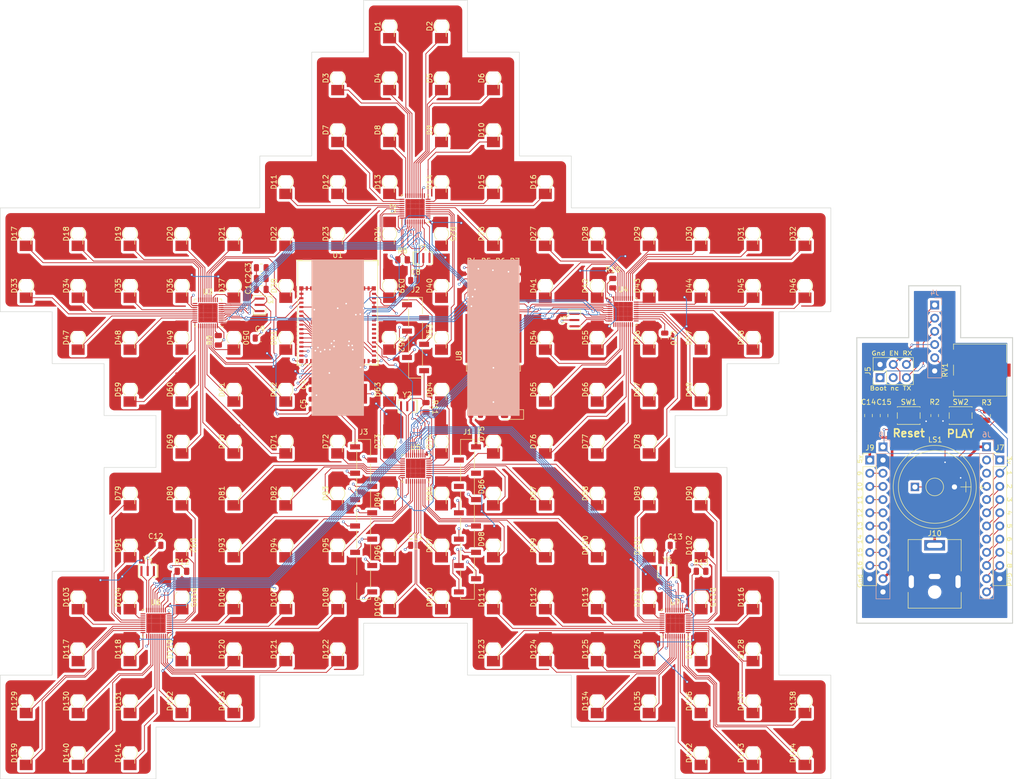
<source format=kicad_pcb>
(kicad_pcb (version 20211014) (generator pcbnew)
  (layers (0 "F.Cu" signal) (1 "In1.Cu" signal) (2 "In2.Cu" signal) (31 "B.Cu" signal) (34 "B.Paste" user) (35 "F.Paste" user) (36 "B.SilkS" user "B.Silkscreen") (37 "F.SilkS" user "F.Silkscreen") (38 "B.Mask" user) (39 "F.Mask" user) (44 "Edge.Cuts" user))
  (net 0 "")
  (net 1 "Net-(U3-Pad4)")
  (net 2 "GND")
  (net 3 "/SCLK")
  (net 4 "+3V3")
  (net 5 "+5V")
  (net 6 "/RESET")
  (net 7 "Net-(D49-Pad1)")
  (net 8 "Net-(D50-Pad1)")
  (net 9 "Net-(D51-Pad1)")
  (net 10 "Net-(D52-Pad1)")
  (net 11 "Net-(D53-Pad1)")
  (net 12 "Net-(D54-Pad1)")
  (net 13 "Net-(D55-Pad1)")
  (net 14 "Net-(D56-Pad1)")
  (net 15 "Net-(D57-Pad1)")
  (net 16 "Net-(D58-Pad1)")
  (net 17 "Net-(D59-Pad1)")
  (net 18 "Net-(D60-Pad1)")
  (net 19 "Net-(D61-Pad1)")
  (net 20 "Net-(D62-Pad1)")
  (net 21 "Net-(D63-Pad1)")
  (net 22 "Net-(D64-Pad1)")
  (net 23 "Net-(D65-Pad1)")
  (net 24 "Net-(D66-Pad1)")
  (net 25 "Net-(D67-Pad1)")
  (net 26 "Net-(D68-Pad1)")
  (net 27 "Net-(D69-Pad1)")
  (net 28 "Net-(D70-Pad1)")
  (net 29 "Net-(D71-Pad1)")
  (net 30 "Net-(D72-Pad1)")
  (net 31 "Net-(D1-Pad1)")
  (net 32 "Net-(D2-Pad1)")
  (net 33 "Net-(D3-Pad1)")
  (net 34 "Net-(D4-Pad1)")
  (net 35 "Net-(D5-Pad1)")
  (net 36 "Net-(D6-Pad1)")
  (net 37 "Net-(D7-Pad1)")
  (net 38 "Net-(D8-Pad1)")
  (net 39 "Net-(D9-Pad1)")
  (net 40 "Net-(D10-Pad1)")
  (net 41 "Net-(D11-Pad1)")
  (net 42 "Net-(D12-Pad1)")
  (net 43 "Net-(D13-Pad1)")
  (net 44 "Net-(D14-Pad1)")
  (net 45 "Net-(D15-Pad1)")
  (net 46 "Net-(D16-Pad1)")
  (net 47 "Net-(D17-Pad1)")
  (net 48 "Net-(D18-Pad1)")
  (net 49 "Net-(D19-Pad1)")
  (net 50 "Net-(D20-Pad1)")
  (net 51 "Net-(D21-Pad1)")
  (net 52 "Net-(D22-Pad1)")
  (net 53 "Net-(D23-Pad1)")
  (net 54 "Net-(D24-Pad1)")
  (net 55 "Net-(D25-Pad1)")
  (net 56 "Net-(D26-Pad1)")
  (net 57 "Net-(D27-Pad1)")
  (net 58 "Net-(D28-Pad1)")
  (net 59 "Net-(D29-Pad1)")
  (net 60 "Net-(D30-Pad1)")
  (net 61 "Net-(D31-Pad1)")
  (net 62 "Net-(D32-Pad1)")
  (net 63 "Net-(D33-Pad1)")
  (net 64 "Net-(D34-Pad1)")
  (net 65 "Net-(D35-Pad1)")
  (net 66 "Net-(D36-Pad1)")
  (net 67 "Net-(D37-Pad1)")
  (net 68 "Net-(D38-Pad1)")
  (net 69 "Net-(D39-Pad1)")
  (net 70 "Net-(D40-Pad1)")
  (net 71 "Net-(D41-Pad1)")
  (net 72 "Net-(D42-Pad1)")
  (net 73 "Net-(D43-Pad1)")
  (net 74 "Net-(D44-Pad1)")
  (net 75 "Net-(D45-Pad1)")
  (net 76 "Net-(D46-Pad1)")
  (net 77 "Net-(D47-Pad1)")
  (net 78 "Net-(D48-Pad1)")
  (net 79 "Net-(D73-Pad1)")
  (net 80 "Net-(D74-Pad1)")
  (net 81 "Net-(D75-Pad1)")
  (net 82 "Net-(D76-Pad1)")
  (net 83 "Net-(D77-Pad1)")
  (net 84 "Net-(D78-Pad1)")
  (net 85 "Net-(D79-Pad1)")
  (net 86 "Net-(D80-Pad1)")
  (net 87 "Net-(D81-Pad1)")
  (net 88 "Net-(D82-Pad1)")
  (net 89 "Net-(D83-Pad1)")
  (net 90 "Net-(D84-Pad1)")
  (net 91 "Net-(D85-Pad1)")
  (net 92 "Net-(D86-Pad1)")
  (net 93 "Net-(D87-Pad1)")
  (net 94 "Net-(D88-Pad1)")
  (net 95 "Net-(D89-Pad1)")
  (net 96 "Net-(D90-Pad1)")
  (net 97 "Net-(D91-Pad1)")
  (net 98 "Net-(D92-Pad1)")
  (net 99 "Net-(D93-Pad1)")
  (net 100 "Net-(D94-Pad1)")
  (net 101 "Net-(D95-Pad1)")
  (net 102 "Net-(D96-Pad1)")
  (net 103 "Net-(D97-Pad1)")
  (net 104 "Net-(D98-Pad1)")
  (net 105 "Net-(D99-Pad1)")
  (net 106 "Net-(D100-Pad1)")
  (net 107 "Net-(D101-Pad1)")
  (net 108 "Net-(D102-Pad1)")
  (net 109 "Net-(D103-Pad1)")
  (net 110 "Net-(D104-Pad1)")
  (net 111 "Net-(D105-Pad1)")
  (net 112 "Net-(D106-Pad1)")
  (net 113 "Net-(D107-Pad1)")
  (net 114 "Net-(D108-Pad1)")
  (net 115 "Net-(D109-Pad1)")
  (net 116 "Net-(D110-Pad1)")
  (net 117 "Net-(D111-Pad1)")
  (net 118 "Net-(D112-Pad1)")
  (net 119 "Net-(D113-Pad1)")
  (net 120 "Net-(D114-Pad1)")
  (net 121 "Net-(D115-Pad1)")
  (net 122 "Net-(D116-Pad1)")
  (net 123 "Net-(D117-Pad1)")
  (net 124 "Net-(D118-Pad1)")
  (net 125 "Net-(D119-Pad1)")
  (net 126 "Net-(D120-Pad1)")
  (net 127 "Net-(D121-Pad1)")
  (net 128 "Net-(D122-Pad1)")
  (net 129 "Net-(D123-Pad1)")
  (net 130 "Net-(D124-Pad1)")
  (net 131 "Net-(D125-Pad1)")
  (net 132 "Net-(D126-Pad1)")
  (net 133 "Net-(D127-Pad1)")
  (net 134 "Net-(D128-Pad1)")
  (net 135 "Net-(D129-Pad1)")
  (net 136 "Net-(D130-Pad1)")
  (net 137 "Net-(D131-Pad1)")
  (net 138 "Net-(D132-Pad1)")
  (net 139 "Net-(D133-Pad1)")
  (net 140 "Net-(D134-Pad1)")
  (net 141 "Net-(D135-Pad1)")
  (net 142 "Net-(D136-Pad1)")
  (net 143 "Net-(D137-Pad1)")
  (net 144 "Net-(D138-Pad1)")
  (net 145 "Net-(U2-Pad10)")
  (net 146 "Net-(U2-Pad9)")
  (net 147 "Net-(U2-Pad4)")
  (net 148 "Net-(U3-Pad10)")
  (net 149 "Net-(U3-Pad9)")
  (net 150 "Net-(U4-Pad10)")
  (net 151 "Net-(U4-Pad9)")
  (net 152 "Net-(U4-Pad4)")
  (net 153 "Net-(U5-Pad10)")
  (net 154 "Net-(U5-Pad9)")
  (net 155 "Net-(U5-Pad4)")
  (net 156 "Net-(C6-Pad2)")
  (net 157 "/GPIO1")
  (net 158 "/GPIO2")
  (net 159 "/GPIO3")
  (net 160 "/GPIO4")
  (net 161 "Net-(D139-Pad1)")
  (net 162 "Net-(D140-Pad1)")
  (net 163 "Net-(D141-Pad1)")
  (net 164 "Net-(D142-Pad1)")
  (net 165 "Net-(D143-Pad1)")
  (net 166 "Net-(D144-Pad1)")
  (net 167 "/MISO")
  (net 168 "/MOSI")
  (net 169 "/OE")
  (net 170 "/CS")
  (net 171 "Net-(R8-Pad2)")
  (net 172 "Net-(R9-Pad2)")
  (net 173 "Net-(R10-Pad2)")
  (net 174 "/TXD")
  (net 175 "/ext_EN")
  (net 176 "/RXD")
  (net 177 "/GPIO5")
  (net 178 "/GPIO6")
  (net 179 "/GPIO7")
  (net 180 "/GPIO8")
  (net 181 "/GPIO9")
  (net 182 "/GPIO10")
  (net 183 "/GPIO11")
  (net 184 "/GPIO12")
  (net 185 "/GPIO13")
  (net 186 "/GPIO14")
  (net 187 "/GPIO15")
  (net 188 "/GPIO16")
  (net 210 "Net-(U6-Pad4)")
  (net 211 "Net-(U6-Pad9)")
  (net 212 "Net-(U6-Pad10)")
  (net 216 "Net-(U7-Pad9)")
  (net 217 "Net-(U7-Pad10)")
  (net 224 "VCC")
  (net 225 "/ext_GPIO1")
  (net 226 "/ext_GPIO2")
  (net 227 "/ext_GPIO3")
  (net 228 "/ext_GPIO4")
  (net 229 "/ext_GPIO5")
  (net 230 "/ext_GPIO6")
  (net 231 "/ext_GPIO7")
  (net 232 "/ext_GPIO8")
  (net 233 "+3.3VA")
  (net 234 "GNDA")
  (net 235 "/ext_GPIO9")
  (net 236 "/ext_GPIO10")
  (net 237 "/ext_GPIO11")
  (net 238 "/ext_GPIO12")
  (net 239 "/ext_GPIO13")
  (net 240 "/ext_GPIO14")
  (net 241 "/ext_GPIO15")
  (net 242 "/ext_GPIO16")
  (net 243 "+5VA")
  (net 244 "/ext_RXD")
  (net 245 "/ext_TXD")
  (net 246 "/GPIO0")
  (net 247 "/EN")
  (net 251 "Net-(R11-Pad2)")
  (net 252 "Net-(R12-Pad2)")
  (net 254 "/ext_GPIO0")
  (net 255 "Net-(R13-Pad2)")
  (net 256 "/ext_SOUND")
  (net 257 "Net-(LS1-Pad1)")
  (net 258 "/SOUND")
  (net 259 "Net-(R4-Pad2)")
  (net 260 "Net-(R5-Pad2)")
  (net 261 "Net-(R6-Pad2)")
  (net 262 "Net-(R7-Pad2)")
  (footprint "Capacitor_SMD:C_0805_2012Metric" (layer "F.Cu") (at 80.275 83.6)
    (fp_text reference "C2")
    (fp_text value "10uF")
  )
  (footprint "Capacitor_SMD:C_0805_2012Metric" (layer "F.Cu") (at 80.275 81.525)
    (fp_text reference "C3")
    (fp_text value "1uF")
  )
  (footprint "Capacitor_SMD:C_0805_2012Metric" (layer "F.Cu") (at 90.1 104.05 90)
    (fp_text reference "C4")
    (fp_text value "C")
  )
  (footprint "Capacitor_SMD:C_0805_2012Metric" (layer "F.Cu") (at 90.1 107.775 -90)
    (fp_text reference "C5")
    (fp_text value "C")
  )
  (footprint "Capacitor_SMD:C_0805_2012Metric" (layer "F.Cu") (at 121.575 109.75 180)
    (fp_text reference "C6")
    (fp_text value "0.1uF")
  )
  (footprint "Capacitor_Tantalum_SMD:CP_EIA-3216-10_Kemet-I" (layer "F.Cu") (at 128.5 109.8 180)
    (fp_text reference "C7")
    (fp_text value "10uF")
  )
  (footprint "LED_SMD:LED_Osram_Lx_P47F_D2mm_ReverseMount" (layer "F.Cu") (at 105 35 90)
    (fp_text reference "D1")
    (fp_text value "LED")
  )
  (footprint "LED_SMD:LED_Osram_Lx_P47F_D2mm_ReverseMount" (layer "F.Cu") (at 115 35 90)
    (fp_text reference "D2")
    (fp_text value "LED")
  )
  (footprint "LED_SMD:LED_Osram_Lx_P47F_D2mm_ReverseMount" (layer "F.Cu") (at 95 45 90)
    (fp_text reference "D3")
    (fp_text value "LED")
  )
  (footprint "LED_SMD:LED_Osram_Lx_P47F_D2mm_ReverseMount" (layer "F.Cu") (at 105 45 90)
    (fp_text reference "D4")
    (fp_text value "LED")
  )
  (footprint "LED_SMD:LED_Osram_Lx_P47F_D2mm_ReverseMount" (layer "F.Cu") (at 115 45 90)
    (fp_text reference "D5")
    (fp_text value "LED")
  )
  (footprint "LED_SMD:LED_Osram_Lx_P47F_D2mm_ReverseMount" (layer "F.Cu") (at 125 45 90)
    (fp_text reference "D6")
    (fp_text value "LED")
  )
  (footprint "LED_SMD:LED_Osram_Lx_P47F_D2mm_ReverseMount" (layer "F.Cu") (at 105 55 90)
    (fp_text reference "D8")
    (fp_text value "LED")
  )
  (footprint "LED_SMD:LED_Osram_Lx_P47F_D2mm_ReverseMount" (layer "F.Cu") (at 115 55 90)
    (fp_text reference "D9")
    (fp_text value "LED")
  )
  (footprint "LED_SMD:LED_Osram_Lx_P47F_D2mm_ReverseMount" (layer "F.Cu") (at 125 55 90)
    (fp_text reference "D10")
    (fp_text value "LED")
  )
  (footprint "LED_SMD:LED_Osram_Lx_P47F_D2mm_ReverseMount" (layer "F.Cu") (at 85 65 90)
    (fp_text reference "D11")
    (fp_text value "LED")
  )
  (footprint "LED_SMD:LED_Osram_Lx_P47F_D2mm_ReverseMount" (layer "F.Cu") (at 95 65 90)
    (fp_text reference "D12")
    (fp_text value "LED")
  )
  (footprint "LED_SMD:LED_Osram_Lx_P47F_D2mm_ReverseMount" (layer "F.Cu") (at 115 65 90)
    (fp_text reference "D14")
    (fp_text value "LED")
  )
  (footprint "LED_SMD:LED_Osram_Lx_P47F_D2mm_ReverseMount" (layer "F.Cu") (at 125 65 90)
    (fp_text reference "D15")
    (fp_text value "LED")
  )
  (footprint "LED_SMD:LED_Osram_Lx_P47F_D2mm_ReverseMount" (layer "F.Cu") (at 135 65 90)
    (fp_text reference "D16")
    (fp_text value "LED")
  )
  (footprint "LED_SMD:LED_Osram_Lx_P47F_D2mm_ReverseMount" (layer "F.Cu") (at 35 75 90)
    (fp_text reference "D17")
    (fp_text value "LED")
  )
  (footprint "LED_SMD:LED_Osram_Lx_P47F_D2mm_ReverseMount" (layer "F.Cu") (at 45 75 90)
    (fp_text reference "D18")
    (fp_text value "LED")
  )
  (footprint "LED_SMD:LED_Osram_Lx_P47F_D2mm_ReverseMount" (layer "F.Cu") (at 55 75 90)
    (fp_text reference "D19")
    (fp_text value "LED")
  )
  (footprint "LED_SMD:LED_Osram_Lx_P47F_D2mm_ReverseMount" (layer "F.Cu") (at 65 75 90)
    (fp_text reference "D20")
    (fp_text value "LED")
  )
  (footprint "LED_SMD:LED_Osram_Lx_P47F_D2mm_ReverseMount" (layer "F.Cu") (at 75 75 90)
    (fp_text reference "D21")
    (fp_text value "LED")
  )
  (footprint "LED_SMD:LED_Osram_Lx_P47F_D2mm_ReverseMount" (layer "F.Cu") (at 85 75 90)
    (fp_text reference "D22")
    (fp_text value "LED")
  )
  (footprint "LED_SMD:LED_Osram_Lx_P47F_D2mm_ReverseMount" (layer "F.Cu") (at 95 75 90)
    (fp_text reference "D23")
    (fp_text value "LED")
  )
  (footprint "LED_SMD:LED_Osram_Lx_P47F_D2mm_ReverseMount" (layer "F.Cu") (at 115 75 90)
    (fp_text reference "D25")
    (fp_text value "LED")
  )
  (footprint "LED_SMD:LED_Osram_Lx_P47F_D2mm_ReverseMount" (layer "F.Cu") (at 125 75 90)
    (fp_text reference "D26")
    (fp_text value "LED")
  )
  (footprint "LED_SMD:LED_Osram_Lx_P47F_D2mm_ReverseMount" (layer "F.Cu") (at 135 75 90)
    (fp_text reference "D27")
    (fp_text value "LED")
  )
  (footprint "LED_SMD:LED_Osram_Lx_P47F_D2mm_ReverseMount" (layer "F.Cu") (at 145 75 90)
    (fp_text reference "D28")
    (fp_text value "LED")
  )
  (footprint "LED_SMD:LED_Osram_Lx_P47F_D2mm_ReverseMount" (layer "F.Cu") (at 155 75 90)
    (fp_text reference "D29")
    (fp_text value "LED")
  )
  (footprint "LED_SMD:LED_Osram_Lx_P47F_D2mm_ReverseMount" (layer "F.Cu") (at 165 75 90)
    (fp_text reference "D30")
    (fp_text value "LED")
  )
  (footprint "LED_SMD:LED_Osram_Lx_P47F_D2mm_ReverseMount" (layer "F.Cu") (at 175 75 90)
    (fp_text reference "D31")
    (fp_text value "LED")
  )
  (footprint "LED_SMD:LED_Osram_Lx_P47F_D2mm_ReverseMount" (layer "F.Cu") (at 185 75 90)
    (fp_text reference "D32")
    (fp_text value "LED")
  )
  (footprint "LED_SMD:LED_Osram_Lx_P47F_D2mm_ReverseMount" (layer "F.Cu") (at 35 85 90)
    (fp_text reference "D33")
    (fp_text value "LED")
  )
  (footprint "LED_SMD:LED_Osram_Lx_P47F_D2mm_ReverseMount" (layer "F.Cu") (at 45 85 90)
    (fp_text reference "D34")
    (fp_text value "LED")
  )
  (footprint "LED_SMD:LED_Osram_Lx_P47F_D2mm_ReverseMount" (layer "F.Cu") (at 65 85 90)
    (fp_text reference "D36")
    (fp_text value "LED")
  )
  (footprint "LED_SMD:LED_Osram_Lx_P47F_D2mm_ReverseMount" (layer "F.Cu") (at 75 85 90)
    (fp_text reference "D37")
    (fp_text value "LED")
  )
  (footprint "LED_SMD:LED_Osram_Lx_P47F_D2mm_ReverseMount" (layer "F.Cu") (at 105 85 90)
    (fp_text reference "D39")
    (fp_text value "LED")
  )
  (footprint "LED_SMD:LED_Osram_Lx_P47F_D2mm_ReverseMount" (layer "F.Cu") (at 115 85 90)
    (fp_text reference "D40")
    (fp_text value "LED")
  )
  (footprint "LED_SMD:LED_Osram_Lx_P47F_D2mm_ReverseMount" (layer "F.Cu") (at 135 85 90)
    (fp_text reference "D41")
    (fp_text value "LED")
  )
  (footprint "LED_SMD:LED_Osram_Lx_P47F_D2mm_ReverseMount" (layer "F.Cu") (at 145 85 90)
    (fp_text reference "D42")
    (fp_text value "LED")
  )
  (footprint "LED_SMD:LED_Osram_Lx_P47F_D2mm_ReverseMount" (layer "F.Cu") (at 155 85 90)
    (fp_text reference "D43")
    (fp_text value "LED")
  )
  (footprint "LED_SMD:LED_Osram_Lx_P47F_D2mm_ReverseMount" (layer "F.Cu") (at 165 85 90)
    (fp_text reference "D44")
    (fp_text value "LED")
  )
  (footprint "LED_SMD:LED_Osram_Lx_P47F_D2mm_ReverseMount" (layer "F.Cu") (at 175 85 90)
    (fp_text reference "D45")
    (fp_text value "LED")
  )
  (footprint "LED_SMD:LED_Osram_Lx_P47F_D2mm_ReverseMount" (layer "F.Cu") (at 185 85 90)
    (fp_text reference "D46")
    (fp_text value "LED")
  )
  (footprint "LED_SMD:LED_Osram_Lx_P47F_D2mm_ReverseMount" (layer "F.Cu") (at 45 95 90)
    (fp_text reference "D47")
    (fp_text value "LED")
  )
  (footprint "LED_SMD:LED_Osram_Lx_P47F_D2mm_ReverseMount" (layer "F.Cu") (at 55 95 90)
    (fp_text reference "D48")
    (fp_text value "LED")
  )
  (footprint "LED_SMD:LED_Osram_Lx_P47F_D2mm_ReverseMount" (layer "F.Cu") (at 65 95 90)
    (fp_text reference "D49")
    (fp_text value "LED")
  )
  (footprint "LED_SMD:LED_Osram_Lx_P47F_D2mm_ReverseMount" (layer "F.Cu") (at 75 95 90)
    (fp_text reference "D50")
    (fp_text value "LED")
  )
  (footprint "LED_SMD:LED_Osram_Lx_P47F_D2mm_ReverseMount" (layer "F.Cu") (at 85 95 90)
    (fp_text reference "D51")
    (fp_text value "LED")
  )
  (footprint "LED_SMD:LED_Osram_Lx_P47F_D2mm_ReverseMount" (layer "F.Cu") (at 105 95 90)
    (fp_text reference "D52")
    (fp_text value "LED")
  )
  (footprint "LED_SMD:LED_Osram_Lx_P47F_D2mm_ReverseMount" (layer "F.Cu") (at 115 95 90)
    (fp_text reference "D53")
    (fp_text value "LED")
  )
  (footprint "LED_SMD:LED_Osram_Lx_P47F_D2mm_ReverseMount" (layer "F.Cu") (at 135 95 90)
    (fp_text reference "D54")
    (fp_text value "LED")
  )
  (footprint "LED_SMD:LED_Osram_Lx_P47F_D2mm_ReverseMount" (layer "F.Cu") (at 145 95 90)
    (fp_text reference "D55")
    (fp_text value "LED")
  )
  (footprint "LED_SMD:LED_Osram_Lx_P47F_D2mm_ReverseMount" (layer "F.Cu") (at 155 95 90)
    (fp_text reference "D56")
    (fp_text value "LED")
  )
  (footprint "LED_SMD:LED_Osram_Lx_P47F_D2mm_ReverseMount" (layer "F.Cu") (at 165 95 90)
    (fp_text reference "D57")
    (fp_text value "LED")
  )
  (footprint "LED_SMD:LED_Osram_Lx_P47F_D2mm_ReverseMount" (layer "F.Cu") (at 175 95 90)
    (fp_text reference "D58")
    (fp_text value "LED")
  )
  (footprint "LED_SMD:LED_Osram_Lx_P47F_D2mm_ReverseMount" (layer "F.Cu") (at 55 105 90)
    (fp_text reference "D59")
    (fp_text value "LED")
  )
  (footprint "LED_SMD:LED_Osram_Lx_P47F_D2mm_ReverseMount" (layer "F.Cu") (at 65 105 90)
    (fp_text reference "D60")
    (fp_text value "LED")
  )
  (footprint "LED_SMD:LED_Osram_Lx_P47F_D2mm_ReverseMount" (layer "F.Cu") (at 75 105 90)
    (fp_text reference "D61")
    (fp_text value "LED")
  )
  (footprint "LED_SMD:LED_Osram_Lx_P47F_D2mm_ReverseMount" (layer "F.Cu") (at 85 105 90)
    (fp_text reference "D62")
    (fp_text value "LED")
  )
  (footprint "LED_SMD:LED_Osram_Lx_P47F_D2mm_ReverseMount" (layer "F.Cu") (at 115 105 90)
    (fp_text reference "D64")
    (fp_text value "LED")
  )
  (footprint "LED_SMD:LED_Osram_Lx_P47F_D2mm_ReverseMount" (layer "F.Cu") (at 135 105 90)
    (fp_text reference "D65")
    (fp_text value "LED")
  )
  (footprint "LED_SMD:LED_Osram_Lx_P47F_D2mm_ReverseMount" (layer "F.Cu") (at 65 115 90)
    (fp_text reference "D69")
    (fp_text value "LED")
  )
  (footprint "LED_SMD:LED_Osram_Lx_P47F_D2mm_ReverseMount" (layer "F.Cu") (at 75 115 90)
    (fp_text reference "D70")
    (fp_text value "LED")
  )
  (footprint "LED_SMD:LED_Osram_Lx_P47F_D2mm_ReverseMount" (layer "F.Cu") (at 85 115 90)
    (fp_text reference "D71")
    (fp_text value "LED")
  )
  (footprint "LED_SMD:LED_Osram_Lx_P47F_D2mm_ReverseMount" (layer "F.Cu") (at 95 115 90)
    (fp_text reference "D72")
    (fp_text value "LED")
  )
  (footprint "LED_SMD:LED_Osram_Lx_P47F_D2mm_ReverseMount" (layer "F.Cu") (at 105 115 90)
    (fp_text reference "D73")
    (fp_text value "LED")
  )
  (footprint "LED_SMD:LED_Osram_Lx_P47F_D2mm_ReverseMount" (layer "F.Cu") (at 115 115 90)
    (fp_text reference "D74")
    (fp_text value "LED")
  )
  (footprint "LED_SMD:LED_Osram_Lx_P47F_D2mm_ReverseMount" (layer "F.Cu") (at 125 115 90)
    (fp_text reference "D75")
    (fp_text value "LED")
  )
  (footprint "LED_SMD:LED_Osram_Lx_P47F_D2mm_ReverseMount" (layer "F.Cu") (at 135 115 90)
    (fp_text reference "D76")
    (fp_text value "LED")
  )
  (footprint "LED_SMD:LED_Osram_Lx_P47F_D2mm_ReverseMount" (layer "F.Cu") (at 145 115 90)
    (fp_text reference "D77")
    (fp_text value "LED")
  )
  (footprint "LED_SMD:LED_Osram_Lx_P47F_D2mm_ReverseMount" (layer "F.Cu") (at 155 115 90)
    (fp_text reference "D78")
    (fp_text value "LED")
  )
  (footprint "LED_SMD:LED_Osram_Lx_P47F_D2mm_ReverseMount" (layer "F.Cu") (at 55 125 90)
    (fp_text reference "D79")
    (fp_text value "LED")
  )
  (footprint "LED_SMD:LED_Osram_Lx_P47F_D2mm_ReverseMount" (layer "F.Cu") (at 115 125 90)
    (fp_text reference "D85")
    (fp_text value "LED")
  )
  (footprint "LED_SMD:LED_Osram_Lx_P47F_D2mm_ReverseMount" (layer "F.Cu") (at 125 125 90)
    (fp_text reference "D86")
    (fp_text value "LED")
  )
  (footprint "LED_SMD:LED_Osram_Lx_P47F_D2mm_ReverseMount" (layer "F.Cu") (at 135 125 90)
    (fp_text reference "D87")
    (fp_text value "LED")
  )
  (footprint "LED_SMD:LED_Osram_Lx_P47F_D2mm_ReverseMount" (layer "F.Cu") (at 145 125 90)
    (fp_text reference "D88")
    (fp_text value "LED")
  )
  (footprint "LED_SMD:LED_Osram_Lx_P47F_D2mm_ReverseMount" (layer "F.Cu") (at 155 125 90)
    (fp_text reference "D89")
    (fp_text value "LED")
  )
  (footprint "Package_TO_SOT_SMD:TO-263-3_TabPin2" (layer "F.Cu") (at 125 98.5 90)
    (fp_text reference "U8")
    (fp_text value "MIC29310-5.0WU")
  )
  (footprint "Package_TO_SOT_SMD:SOT-223-3_TabPin2" (layer "F.Cu") (at 96.5 105.8)
    (fp_text reference "U9")
    (fp_text value "LF33_TO220")
  )
  (footprint "LED_SMD:LED_Osram_Lx_P47F_D2mm_ReverseMount" (layer "F.Cu") (at 105 75 90)
    (fp_text reference "D24")
    (fp_text value "LED")
  )
  (footprint "LED_SMD:LED_Osram_Lx_P47F_D2mm_ReverseMount" (layer "F.Cu") (at 55 85 90)
    (fp_text reference "D35")
    (fp_text value "LED")
  )
  (footprint "LED_SMD:LED_Osram_Lx_P47F_D2mm_ReverseMount" (layer "F.Cu") (at 165 125 90)
    (fp_text reference "D90")
    (fp_text value "LED")
  )
  (footprint "LED_SMD:LED_Osram_Lx_P47F_D2mm_ReverseMount" (layer "F.Cu") (at 55 135 90)
    (fp_text reference "D91")
    (fp_text value "LED")
  )
  (footprint "LED_SMD:LED_Osram_Lx_P47F_D2mm_ReverseMount" (layer "F.Cu") (at 65 135 90)
    (fp_text reference "D92")
    (fp_text value "LED")
  )
  (footprint "LED_SMD:LED_Osram_Lx_P47F_D2mm_ReverseMount" (layer "F.Cu") (at 75 135 90)
    (fp_text reference "D93")
    (fp_text value "LED")
  )
  (footprint "LED_SMD:LED_Osram_Lx_P47F_D2mm_ReverseMount" (layer "F.Cu") (at 85 135 90)
    (fp_text reference "D94")
    (fp_text value "LED")
  )
  (footprint "LED_SMD:LED_Osram_Lx_P47F_D2mm_ReverseMount" (layer "F.Cu") (at 95 135 90)
    (fp_text reference "D95")
    (fp_text value "LED")
  )
  (footprint "LED_SMD:LED_Osram_Lx_P47F_D2mm_ReverseMount" (layer "F.Cu") (at 105 135 90)
    (fp_text reference "D96")
    (fp_text value "LED")
  )
  (footprint "LED_SMD:LED_Osram_Lx_P47F_D2mm_ReverseMount" (layer "F.Cu") (at 115 135 90)
    (fp_text reference "D97")
    (fp_text value "LED")
  )
  (footprint "LED_SMD:LED_Osram_Lx_P47F_D2mm_ReverseMount" (layer "F.Cu") (at 125 135 90)
    (fp_text reference "D98")
    (fp_text value "LED")
  )
  (footprint "LED_SMD:LED_Osram_Lx_P47F_D2mm_ReverseMount" (layer "F.Cu") (at 135 135 90)
    (fp_text reference "D99")
    (fp_text value "LED")
  )
  (footprint "LED_SMD:LED_Osram_Lx_P47F_D2mm_ReverseMount" (layer "F.Cu") (at 145 135 90)
    (fp_text reference "D100")
    (fp_text value "LED")
  )
  (footprint "LED_SMD:LED_Osram_Lx_P47F_D2mm_ReverseMount" (layer "F.Cu") (at 155 135 90)
    (fp_text reference "D101")
    (fp_text value "LED")
  )
  (footprint "LED_SMD:LED_Osram_Lx_P47F_D2mm_ReverseMount" (layer "F.Cu") (at 165 135 90)
    (fp_text reference "D102")
    (fp_text value "LED")
  )
  (footprint "LED_SMD:LED_Osram_Lx_P47F_D2mm_ReverseMount" (layer "F.Cu") (at 45 145 90)
    (fp_text reference "D103")
    (fp_text value "LED")
  )
  (footprint "LED_SMD:LED_Osram_Lx_P47F_D2mm_ReverseMount" (layer "F.Cu") (at 55 145 90)
    (fp_text reference "D104")
    (fp_text value "LED")
  )
  (footprint "LED_SMD:LED_Osram_Lx_P47F_D2mm_ReverseMount" (layer "F.Cu") (at 75 145 90)
    (fp_text reference "D106")
    (fp_text value "LED")
  )
  (footprint "LED_SMD:LED_Osram_Lx_P47F_D2mm_ReverseMount" (layer "F.Cu") (at 85 145 90)
    (fp_text reference "D107")
    (fp_text value "LED")
  )
  (footprint "LED_SMD:LED_Osram_Lx_P47F_D2mm_ReverseMount" (layer "F.Cu") (at 95 145 90)
    (fp_text reference "D108")
    (fp_text value "LED")
  )
  (footprint "LED_SMD:LED_Osram_Lx_P47F_D2mm_ReverseMount" (layer "F.Cu") (at 105 145 90)
    (fp_text reference "D109")
    (fp_text value "LED")
  )
  (footprint "LED_SMD:LED_Osram_Lx_P47F_D2mm_ReverseMount" (layer "F.Cu") (at 115 145 90)
    (fp_text reference "D110")
    (fp_text value "LED")
  )
  (footprint "LED_SMD:LED_Osram_Lx_P47F_D2mm_ReverseMount" (layer "F.Cu") (at 125 145 90)
    (fp_text reference "D111")
    (fp_text value "LED")
  )
  (footprint "LED_SMD:LED_Osram_Lx_P47F_D2mm_ReverseMount" (layer "F.Cu") (at 135 145 90)
    (fp_text reference "D112")
    (fp_text value "LED")
  )
  (footprint "LED_SMD:LED_Osram_Lx_P47F_D2mm_ReverseMount" (layer "F.Cu") (at 145 145 90)
    (fp_text reference "D113")
    (fp_text value "LED")
  )
  (footprint "LED_SMD:LED_Osram_Lx_P47F_D2mm_ReverseMount" (layer "F.Cu") (at 155 145 90)
    (fp_text reference "D114")
    (fp_text value "LED")
  )
  (footprint "LED_SMD:LED_Osram_Lx_P47F_D2mm_ReverseMount" (layer "F.Cu") (at 165 145 90)
    (fp_text reference "D115")
    (fp_text value "LED")
  )
  (footprint "LED_SMD:LED_Osram_Lx_P47F_D2mm_ReverseMount" (layer "F.Cu") (at 175 145 90)
    (fp_text reference "D116")
    (fp_text value "LED")
  )
  (footprint "LED_SMD:LED_Osram_Lx_P47F_D2mm_ReverseMount" (layer "F.Cu") (at 45 155 90)
    (fp_text reference "D117")
    (fp_text value "LED")
  )
  (footprint "LED_SMD:LED_Osram_Lx_P47F_D2mm_ReverseMount" (layer "F.Cu") (at 55 155 90)
    (fp_text reference "D118")
    (fp_text value "LED")
  )
  (footprint "LED_SMD:LED_Osram_Lx_P47F_D2mm_ReverseMount" (layer "F.Cu") (at 65 155 90)
    (fp_text reference "D119")
    (fp_text value "LED")
  )
  (footprint "LED_SMD:LED_Osram_Lx_P47F_D2mm_ReverseMount" (layer "F.Cu") (at 75 155 90)
    (fp_text reference "D120")
    (fp_text value "LED")
  )
  (footprint "LED_SMD:LED_Osram_Lx_P47F_D2mm_ReverseMount" (layer "F.Cu") (at 85 155 90)
    (fp_text reference "D121")
    (fp_text value "LED")
  )
  (footprint "LED_SMD:LED_Osram_Lx_P47F_D2mm_ReverseMount" (layer "F.Cu") (at 95 155 90)
    (fp_text reference "D122")
    (fp_text value "LED")
  )
  (footprint "LED_SMD:LED_Osram_Lx_P47F_D2mm_ReverseMount" (layer "F.Cu") (at 125 155 90)
    (fp_text reference "D123")
    (fp_text value "LED")
  )
  (footprint "LED_SMD:LED_Osram_Lx_P47F_D2mm_ReverseMount" (layer "F.Cu") (at 135 155 90)
    (fp_text reference "D124")
    (fp_text value "LED")
  )
  (footprint "LED_SMD:LED_Osram_Lx_P47F_D2mm_ReverseMount" (layer "F.Cu") (at 145 155 90)
    (fp_text reference "D125")
    (fp_text value "LED")
  )
  (footprint "LED_SMD:LED_Osram_Lx_P47F_D2mm_ReverseMount" (layer "F.Cu") (at 165 155 90)
    (fp_text reference "D127")
    (fp_text value "LED")
  )
  (footprint "LED_SMD:LED_Osram_Lx_P47F_D2mm_ReverseMount" (layer "F.Cu") (at 175 155 90)
    (fp_text reference "D128")
    (fp_text value "LED")
  )
  (footprint "LED_SMD:LED_Osram_Lx_P47F_D2mm_ReverseMount" (layer "F.Cu") (at 35 165 90)
    (fp_text reference "D129")
    (fp_text value "LED")
  )
  (footprint "LED_SMD:LED_Osram_Lx_P47F_D2mm_ReverseMount" (layer "F.Cu") (at 45 165 90)
    (fp_text reference "D130")
    (fp_text value "LED")
  )
  (footprint "LED_SMD:LED_Osram_Lx_P47F_D2mm_ReverseMount" (layer "F.Cu") (at 55 165 90)
    (fp_text reference "D131")
    (fp_text value "LED")
  )
  (footprint "LED_SMD:LED_Osram_Lx_P47F_D2mm_ReverseMount" (layer "F.Cu") (at 65 165 90)
    (fp_text reference "D132")
    (fp_text value "LED")
  )
  (footprint "LED_SMD:LED_Osram_Lx_P47F_D2mm_ReverseMount" (layer "F.Cu") (at 75 165 90)
    (fp_text reference "D133")
    (fp_text value "LED")
  )
  (footprint "LED_SMD:LED_Osram_Lx_P47F_D2mm_ReverseMount" (layer "F.Cu") (at 145 165 90)
    (fp_text reference "D134")
    (fp_text value "LED")
  )
  (footprint "LED_SMD:LED_Osram_Lx_P47F_D2mm_ReverseMount" (layer "F.Cu") (at 155 165 90)
    (fp_text reference "D135")
    (fp_text value "LED")
  )
  (footprint "LED_SMD:LED_Osram_Lx_P47F_D2mm_ReverseMount" (layer "F.Cu") (at 165 165 90)
    (fp_text reference "D136")
    (fp_text value "LED")
  )
  (footprint "LED_SMD:LED_Osram_Lx_P47F_D2mm_ReverseMount" (layer "F.Cu") (at 175 165 90)
    (fp_text reference "D137")
    (fp_text value "LED")
  )
  (footprint "LED_SMD:LED_Osram_Lx_P47F_D2mm_ReverseMount" (layer "F.Cu") (at 185 165 90)
    (fp_text reference "D138")
    (fp_text value "LED")
  )
  (footprint "starman:QFN-40_EP_5x5_Pitch0.4mm" (layer "F.Cu") (at 110.0125 120.1625 -90)
    (fp_text reference "U5")
    (fp_text value "PCA9959")
  )
  (footprint "starman:QFN-40_EP_5x5_Pitch0.4mm" (layer "F.Cu") (at 70.0125 90.2125 180)
    (fp_text reference "U3")
    (fp_text value "PCA9959")
  )
  (footprint "starman:QFN-40_EP_5x5_Pitch0.4mm" (layer "F.Cu") (at 109.9 70.15 90)
    (fp_text reference "U2")
    (fp_text value "PCA9959")
  )
  (footprint "starman:QFN-40_EP_5x5_Pitch0.4mm" (layer "F.Cu") (at 149.9875 89.9625)
    (fp_text reference "U4")
    (fp_text value "PCA9959")
  )
  (footprint "LED_SMD:LED_Osram_Lx_P47F_D2mm_ReverseMount" (layer "F.Cu") (at 105 105 90)
    (fp_text reference "D63")
    (fp_text value "LED")
  )
  (footprint "LED_SMD:LED_Osram_Lx_P47F_D2mm_ReverseMount" (layer "F.Cu") (at 65 125 90)
    (fp_text reference "D80")
    (fp_text value "LED")
  )
  (footprint "LED_SMD:LED_Osram_Lx_P47F_D2mm_ReverseMount" (layer "F.Cu") (at 75 125 90)
    (fp_text reference "D81")
    (fp_text value "LED")
  )
  (footprint "LED_SMD:LED_Osram_Lx_P47F_D2mm_ReverseMount" (layer "F.Cu") (at 85 125 90)
    (fp_text reference "D82")
    (fp_text value "LED")
  )
  (footprint "LED_SMD:LED_Osram_Lx_P47F_D2mm_ReverseMount" (layer "F.Cu") (at 95 125 90)
    (fp_text reference "D83")
    (fp_text value "LED")
  )
  (footprint "LED_SMD:LED_Osram_Lx_P47F_D2mm_ReverseMount" (layer "F.Cu") (at 105 125 90)
    (fp_text reference "D84")
    (fp_text value "LED")
  )
  (footprint "LED_SMD:LED_Osram_Lx_P47F_D2mm_ReverseMount" (layer "F.Cu") (at 145 105 90)
    (fp_text reference "D66")
    (fp_text value "LED")
  )
  (footprint "LED_SMD:LED_Osram_Lx_P47F_D2mm_ReverseMount" (layer "F.Cu") (at 155 105 90)
    (fp_text reference "D67")
    (fp_text value "LED")
  )
  (footprint "LED_SMD:LED_Osram_Lx_P47F_D2mm_ReverseMount" (layer "F.Cu") (at 165 105 90)
    (fp_text reference "D68")
    (fp_text value "LED")
  )
  (footprint "LED_SMD:LED_Osram_Lx_P47F_D2mm_ReverseMount" (layer "F.Cu") (at 35 175 90)
    (fp_text reference "D139")
    (fp_text value "LED")
  )
  (footprint "LED_SMD:LED_Osram_Lx_P47F_D2mm_ReverseMount" (layer "F.Cu") (at 45 175 90)
    (fp_text reference "D140")
    (fp_text value "LED")
  )
  (footprint "LED_SMD:LED_Osram_Lx_P47F_D2mm_ReverseMount" (layer "F.Cu") (at 55 175 90)
    (fp_text reference "D141")
    (fp_text value "LED")
  )
  (footprint "LED_SMD:LED_Osram_Lx_P47F_D2mm_ReverseMount" (layer "F.Cu") (at 165 175 90)
    (fp_text reference "D142")
    (fp_text value "LED")
  )
  (footprint "LED_SMD:LED_Osram_Lx_P47F_D2mm_ReverseMount" (layer "F.Cu") (at 175 175 90)
    (fp_text reference "D143")
    (fp_text value "LED")
  )
  (footprint "LED_SMD:LED_Osram_Lx_P47F_D2mm_ReverseMount" (layer "F.Cu") (at 185 175 90)
    (fp_text reference "D144")
    (fp_text value "LED")
  )
  (footprint "LED_SMD:LED_Osram_Lx_P47F_D2mm_ReverseMount" (layer "F.Cu") (at 85 85 90)
    (fp_text reference "D38")
    (fp_text value "LED")
  )
  (footprint "LED_SMD:LED_Osram_Lx_P47F_D2mm_ReverseMount" (layer "F.Cu") (at 95 55 90)
    (fp_text reference "D7")
    (fp_text value "LED")
  )
  (footprint "LED_SMD:LED_Osram_Lx_P47F_D2mm_ReverseMount" (layer "F.Cu") (at 105 65 90)
    (fp_text reference "D13")
    (fp_text value "LED")
  )
  (footprint "starman:QFN-40_EP_5x5_Pitch0.4mm" (layer "F.Cu") (at 160 150 -90)
    (fp_text reference "U7")
    (fp_text value "PCA9959")
  )
  (footprint "LED_SMD:LED_Osram_Lx_P47F_D2mm_ReverseMount" (layer "F.Cu") (at 155 155 90)
    (fp_text reference "D126")
    (fp_text value "LED")
  )
  (footprint "Capacitor_SMD:C_0805_2012Metric" (layer "F.Cu") (at 110 135)
    (fp_text reference "C11")
    (fp_text value "C")
  )
  (footprint "Capacitor_SMD:C_0805_2012Metric" (layer "F.Cu") (at 80.05 95.075)
    (fp_text reference "C9")
    (fp_text value "C")
  )
  (footprint "Capacitor_SMD:C_0805_2012Metric" (layer "F.Cu") (at 160 135)
    (fp_text reference "C13")
    (fp_text value "C")
  )
  (footprint "Espressif:ESP32-S2-MINI-1" (layer "F.Cu") (at 95 92.5)
    (fp_text reference "U1")
    (fp_text value "ESP32-S2-MINI-1")
  )
  (footprint "starman:QFN-40_EP_5x5_Pitch0.4mm" (layer "F.Cu") (at 60 150 -90)
    (fp_text reference "U6")
    (fp_text value "PCA9959")
  )
  (footprint "Crystal:Resonator_SMD_muRata_CSTxExxV-3Pin_3.0x1.1mm" (layer "F.Cu") (at 111.49 79.64)
    (fp_text reference "Y1")
    (fp_text value "20Mhz")
  )
  (footprint "Crystal:Resonator_SMD_muRata_CSTxExxV-3Pin_3.0x1.1mm" (layer "F.Cu") (at 108.4 108.2 180)
    (fp_text reference "Y2")
    (fp_text value "20Mhz")
  )
  (footprint "Crystal:Resonator_SMD_muRata_CSTxExxV-3Pin_3.0x1.1mm" (layer "F.Cu") (at 79.95 88.675 90)
    (fp_text reference "Y3")
    (fp_text value "20Mhz")
  )
  (footprint "Crystal:Resonator_SMD_muRata_CSTxExxV-3Pin_3.0x1.1mm" (layer "F.Cu") (at 140.6 91.6 -90)
    (fp_text reference "Y5")
    (fp_text value "20Mhz")
  )
  (footprint "Crystal:Resonator_SMD_muRata_CSTxExxV-3Pin_3.0x1.1mm" (layer "F.Cu") (at 158.4 140 180)
    (fp_text reference "Y6")
    (fp_text value "20Mhz")
  )
  (footprint "LED_SMD:LED_Osram_Lx_P47F_D2mm_ReverseMount" (layer "F.Cu") (at 65 145 90)
    (fp_text reference "D105")
    (fp_text value "LED")
  )
  (footprint "Crystal:Resonator_SMD_muRata_CSTxExxV-3Pin_3.0x1.1mm" (layer "F.Cu") (at 58.4 139.95 180)
    (fp_text reference "Y4")
    (fp_text value "20Mhz")
  )
  (footprint "Capacitor_SMD:C_0805_2012Metric" (layer "F.Cu") (at 80.275 85.7)
    (fp_text reference "C1")
    (fp_text value "10uF")
  )
  (footprint "Connector_PinSocket_2.54mm:PinSocket_1x12_P2.54mm_Vertical_SMD_Pin1Right" (layer "F.Cu") (at 120 130)
    (fp_text reference "J1")
    (fp_text value "Conn_01x12")
  )
  (footprint "Connector_PinSocket_2.54mm:PinSocket_1x06_P2.54mm_Vertical_SMD_Pin1Left" (layer "F.Cu") (at 110 95)
    (fp_text reference "J2")
    (fp_text value "Conn_01x10")
  )
  (footprint "Capacitor_SMD:C_0805_2012Metric" (layer "F.Cu") (at 110 84)
    (fp_text reference "C8")
    (fp_text value "C")
  )
  (footprint "Capacitor_SMD:C_0805_2012Metric" (layer "F.Cu") (at 158 95.05 -90)
    (fp_text reference "C10")
    (fp_text value "C")
  )
  (footprint "Capacitor_SMD:C_0805_2012Metric" (layer "F.Cu") (at 60 135 180)
    (fp_text reference "C12")
    (fp_text value "C")
  )
  (footprint "Potentiometer_SMD:Potentiometer_ACP_CA9-VSMD_Vertical" (layer "F.Cu") (at 218.75 101.25)
    (fp_text reference "RV1")
    (fp_text value "10k")
  )
  (footprint "Resistor_SMD:R_0805_2012Metric" (layer "F.Cu") (at 126.35 82.75 90)
    (fp_text reference "R6")
    (fp_text value "75")
  )
  (footprint "Resistor_SMD:R_0805_2012Metric" (layer "F.Cu") (at 148 84.5 -90)
    (fp_text reference "R10")
    (fp_text value "3k")
  )
  (footprint "Resistor_SMD:R_0805_2012Metric" (layer "F.Cu") (at 165 140 180)
    (fp_text reference "R13")
    (fp_text value "3k")
  )
  (footprint "Resistor_SMD:R_0805_2012Metric" (layer "F.Cu") (at 127.1 88 -90)
    (fp_text reference "R15")
    (fp_text value "10k")
  )
  (footprint "Connector_PinSocket_2.54mm:PinSocket_1x12_P2.54mm_Vertical_SMD_Pin1Left" (layer "F.Cu") (at 100 130)
    (fp_text reference "J3")
    (fp_text value "Conn_01x12")
  )
  (footprint "Resistor_SMD:R_0805_2012Metric" (layer "F.Cu") (at 107.5 80 180)
    (fp_text reference "R8")
    (fp_text value "3k")
  )
  (footprint "Button_Switch_SMD:SW_SPST_PTS810" (layer "F.Cu") (at 215 110)
    (fp_text reference "SW2")
    (fp_text value "SW_SPST")
  )
  (footprint "Connector_BarrelJack:BarrelJack_CUI_PJ-063AH_Horizontal" (layer "F.Cu") (at 210 135)
    (fp_text reference "J10")
    (fp_text value "Barrel_Jack_MountingPin")
  )
  (footprint "Resistor_SMD:R_0805_2012Metric" (layer "F.Cu") (at 129.1 82.75 90)
    (fp_text reference "R7")
    (fp_text value "75")
  )
  (footprint "Connector_PinHeader_2.54mm:PinHeader_1x10_P2.54mm_Vertical" (layer "F.Cu") (at 197.5 118.575)
    (fp_text reference "J9")
    (fp_text value "Conn_01x08")
  )
  (footprint "Buzzer_Beeper:MagneticBuzzer_StarMicronics_HMB-06_HMB-12" (layer "F.Cu") (at 206.2 123.75)
    (fp_text reference "LS1")
    (fp_text value "Speaker")
  )
  (footprint "Resistor_SMD:R_0805_2012Metric" (layer "F.Cu") (at 112 108.4125 -90)
    (fp_text reference "R11")
    (fp_text value "3k")
  )
  (footprint "Resistor_SMD:R_0805_2012Metric" (layer "F.Cu") (at 120.85 82.75 90)
    (fp_text reference "R4")
    (fp_text value "75")
  )
  (footprint "Connector_PinHeader_2.54mm:PinHeader_1x10_P2.54mm_Vertical" (layer "F.Cu") (at 222.54 118.565)
    (fp_text reference "J7")
    (fp_text value "Conn_01x10")
  )
  (footprint "Capacitor_SMD:C_0805_2012Metric" (layer "F.Cu") (at 200.25 110 90)
    (fp_text reference "C15")
    (fp_text value "1uF")
  )
  (footprint "Resistor_SMD:R_0805_2012Metric" (layer "F.Cu") (at 123.6 82.75 90)
    (fp_text reference "R5")
    (fp_text value "75")
  )
  (footprint "Connector_PinHeader_2.54mm:PinHeader_2x03_P2.54mm_Vertical" (layer "F.Cu") (at 199.475 102.7 90)
    (fp_text reference "J5")
    (fp_text value "Conn_02x03_Counter_Clockwise")
  )
  (footprint "Resistor_SMD:R_0805_2012Metric" (layer "F.Cu") (at 65 140 180)
    (fp_text reference "R12")
    (fp_text value "3k")
  )
  (footprint "Button_Switch_SMD:SW_SPST_PTS810" (layer "F.Cu") (at 205 110)
    (fp_text reference "SW1")
    (fp_text value "SW_SPST")
  )
  (footprint "Resistor_SMD:R_0805_2012Metric" (layer "F.Cu") (at 122.75 88 -90)
    (fp_text reference "R14")
    (fp_text value "10k")
  )
  (footprint "Resistor_SMD:R_0805_2012Metric" (layer "F.Cu") (at 72 95.5 90)
    (fp_text reference "R9")
    (fp_text value "3k")
  )
  (footprint "Capacitor_SMD:C_0805_2012Metric" (layer "F.Cu") (at 197.25 110 90)
    (fp_text reference "C14")
    (fp_text value "0.1uF")
  )
  (footprint "Resistor_SMD:R_0805_2012Metric" (layer "F.Cu") (at 210 110 -90)
    (fp_text reference "R2")
    (fp_text value "10k")
  )
  (footprint "Resistor_SMD:R_0805_2012Metric" (layer "F.Cu") (at 220 110 -90)
    (fp_text reference "R3")
    (fp_text value "10k")
  )
  (footprint "Connector_PinHeader_2.54mm:PinHeader_1x12_P2.54mm_Vertical" (layer "B.Cu") (at 220 116.025 180)
    (fp_text reference "J6")
    (fp_text value "Conn_01x12")
  )
  (footprint "Connector_PinHeader_2.54mm:PinHeader_1x12_P2.54mm_Vertical" (layer "B.Cu") (at 200.04 116.035 180)
    (fp_text reference "J8")
    (fp_text value "Conn_01x12")
  )
  (footprint "Connector_PinHeader_2.54mm:PinHeader_1x06_P2.54mm_Vertical" (layer "B.Cu") (at 210 88.7 180)
    (fp_text reference "J4")
    (fp_text value "Conn_01x06")
  )
  (gr_poly (pts (xy 100 110) (xy 90 110) (xy 90 80) (xy 100 80)) (layer "B.SilkS") (width 0.1) (fill solid))
  (gr_poly (pts (xy 130 110) (xy 120 110) (xy 120 80) (xy 130 80)) (layer "B.SilkS") (width 0.1) (fill solid))
  (gr_poly (pts (xy 120 40) (xy 130 40) (xy 130 60) (xy 140 60) (xy 140 70) (xy 190 70) (xy 190 80) (xy 190 90) (xy 180 90) (xy 180 100) (xy 170 100) (xy 170 110) (xy 160 110) (xy 160 120) (xy 170 120) (xy 170 140) (xy 180 140) (xy 180 160) (xy 190 160) (xy 190 180) (xy 160 180) (xy 160 170) (xy 140 170) (xy 140 160) (xy 120 160) (xy 120 150) (xy 100 150) (xy 100 160) (xy 80 160) (xy 80 170) (xy 60 170) (xy 60 180) (xy 30 180) (xy 30 160) (xy 40 160) (xy 40 140) (xy 50 140) (xy 50 130) (xy 50 120) (xy 60 120) (xy 60 110) (xy 50 110) (xy 50 100) (xy 40 100) (xy 40 90) (xy 30 90) (xy 30 80) (xy 30 70) (xy 80 70) (xy 80 60) (xy 90 60) (xy 90 40) (xy 100 40) (xy 100 30) (xy 120 30)) (layer "Edge.Cuts") (width 0.1) (fill none))
  (gr_line (start 195 113) (end 195 95) (layer "Edge.Cuts") (width 0.2))
  (gr_line (start 225 95) (end 215 95) (layer "Edge.Cuts") (width 0.2))
  (gr_line (start 195 150) (end 195 113) (layer "Edge.Cuts") (width 0.2))
  (gr_line (start 225 113) (end 225 150) (layer "Edge.Cuts") (width 0.2))
  (gr_line (start 195 95) (end 205 95) (layer "Edge.Cuts") (width 0.2))
  (gr_line (start 225 95) (end 225 113) (layer "Edge.Cuts") (width 0.2))
  (gr_line (start 215 95) (end 215 85) (layer "Edge.Cuts") (width 0.2))
  (gr_line (start 205 85) (end 215 85) (layer "Edge.Cuts") (width 0.2))
  (gr_line (start 205 95) (end 205 85) (layer "Edge.Cuts") (width 0.2))
  (gr_line (start 225 150) (end 195 150) (layer "Edge.Cuts") (width 0.2))
  (gr_text "PLAY" (at 215 113.5) (layer "F.SilkS") (effects (font (size 1.5 1.5) (thickness 0.3))))
  (gr_text "Gnd 16 15 14 13 12 11 10" (at 195.6 133 90) (layer "F.SilkS") (effects (font (size 0.8 0.95))))
  (gr_text "Gnd EN RX" (at 201.75 98) (layer "F.SilkS") (effects (font (size 0.8 0.95))))
  (gr_text "Boot nc TX" (at 201.5 104.75) (layer "F.SilkS") (effects (font (size 0.8 0.95))))
  (gr_text "3v" (at 224.4 118.6 270) (layer "F.SilkS") (effects (font (size 0.8 0.95))))
  (gr_text "Reset" (at 205 113.4) (layer "F.SilkS") (effects (font (size 1.5 1.5) (thickness 0.3))))
  (gr_text "1  2  3  4  5  6  7  8" (at 224.4 130 270) (layer "F.SilkS") (effects (font (size 0.8 1.03))))
  (gr_text "9  5v" (at 195.6 119.6 90) (layer "F.SilkS") (effects (font (size 0.8 0.95))))
  (gr_text "Gnd" (at 224.4 141.6 270) (layer "F.SilkS") (effects (font (size 0.8 0.95))))
  (segment (start 74.670588 90.875969) (end 74.320608 90.525989) (width 0.15) (layer "F.Cu") (net 1))
  (segment (start 146.1625 90.1625) (end 145.8 89.8) (width 0.15) (layer "F.Cu") (net 1))
  (segment (start 144.4 89.8) (end 144.2 90) (width 0.15) (layer "F.Cu") (net 1))
  (segment (start 76.144031 90.875969) (end 74.670588 90.875969) (width 0.15) (layer "F.Cu") (net 1))
  (segment (start 74.320608 90.525989) (end 73.36965 90.525988) (width 0.15) (layer "F.Cu") (net 1))
  (segment (start 76.34 90.68) (end 76.144031 90.875969) (width 0.15) (layer "F.Cu") (net 1))
  (segment (start 145.8 89.8) (end 144.4 89.8) (width 0.15) (layer "F.Cu") (net 1))
  (segment (start 147.475 90.1625) (end 146.1625 90.1625) (width 0.15) (layer "F.Cu") (net 1))
  (segment (start 73.36965 90.525988) (end 73.083138 90.8125) (width 0.15) (layer "F.Cu") (net 1))
  (segment (start 73.083138 90.8125) (end 72.525 90.8125) (width 0.15) (layer "F.Cu") (net 1))
  (via (at 144.2 90) (size 0.5) (drill 0.3) (layers "F.Cu" "B.Cu") (net 1))
  (via (at 76.34 90.68) (size 0.5) (drill 0.3) (layers "F.Cu" "B.Cu") (net 1))
  (segment (start 117.149071 91.574501) (end 77.203454 91.574501) (width 0.15) (layer "B.Cu") (net 1))
  (segment (start 142.274501 88.074501) (end 120.649071 88.074501) (width 0.15) (layer "B.Cu") (net 1))
  (segment (start 76.34 90.711047) (end 76.34 90.68) (width 0.15) (layer "B.Cu") (net 1))
  (segment (start 120.649071 88.074501) (end 117.149071 91.574501) (width 0.15) (layer "B.Cu") (net 1))
  (segment (start 144.2 90) (end 142.274501 88.074501) (width 0.15) (layer "B.Cu") (net 1))
  (segment (start 77.203454 91.574501) (end 76.34 90.711047) (width 0.15) (layer "B.Cu") (net 1))
  (segment (start 107.3875 71.95) (end 107.3875 73.992881) (width 0.15) (layer "F.Cu") (net 2))
  (segment (start 105.1 89.1) (end 106.3 90.3) (width 0.15) (layer "F.Cu") (net 2))
  (segment (start 58.6 152.5125) (end 58.6 154) (width 0.15) (layer "F.Cu") (net 2))
  (segment (start 108.3875 79.890625) (end 108.3875 79.65) (width 0.15) (layer "F.Cu") (net 2))
  (segment (start 125 100.8) (end 125 95.125) (width 0.5) (layer "F.Cu") (net 2))
  (segment (start 109.0625 84) (end 109.0625 80.8375) (width 0.15) (layer "F.Cu") (net 2))
  (segment (start 82.1 92.0875) (end 82.1 89.925) (width 0.15) (layer "F.Cu") (net 2))
  (segment (start 111.49 79.64) (end 111.49 81.01) (width 0.15) (layer "F.Cu") (net 2))
  (segment (start 108.3875 79.65) (end 108.3875 79.936522) (width 0.15) (layer "F.Cu") (net 2))
  (segment (start 152.5 91.3625) (end 151.3875 91.3625) (width 0.15) (layer "F.Cu") (net 2))
  (segment (start 140.6 91.6) (end 138.4 91.6) (width 0.15) (layer "F.Cu") (net 2))
  (segment (start 109.0625 80.565625) (end 108.3875 79.890625) (width 0.15) (layer "F.Cu") (net 2))
  (segment (start 58.6 151.4) (end 58.6125 151.3875) (width 0.15) (layer "F.Cu") (net 2))
  (segment (start 66.78798 87.21202) (end 67.2 86.8) (width 0.15) (layer "F.Cu") (net 2))
  (segment (start 67.05356 88.8125) (end 66.78798 88.54692) (width 0.15) (layer "F.Cu") (net 2))
  (segment (start 108.8 135) (end 108 135.8) (width 0.15) (layer "F.Cu") (net 2))
  (segment (start 102 99.5) (end 103.308806 99.5) (width 0.15) (layer "F.Cu") (net 2))
  (segment (start 91.200452 105.8) (end 90.914703 106.085749) (width 0.15) (layer "F.Cu") (net 2))
  (segment (start 68.625 88.825) (end 67.5125 88.825) (width 0.15) (layer "F.Cu") (net 2))
  (segment (start 96.65 90.85) (end 96.65 94.15) (width 0.15) (layer "F.Cu") (net 2))
  (segment (start 159.0625 135) (end 159.0625 135.9375) (width 0.15) (layer "F.Cu") (net 2))
  (segment (start 103.308806 99.5) (end 103.36888 99.439926) (width 0.15) (layer "F.Cu") (net 2))
  (segment (start 88 85.5) (end 88 87.4) (width 0.15) (layer "F.Cu") (net 2))
  (segment (start 107.3875 73.992881) (end 107.574012 74.179393) (width 0.15) (layer "F.Cu") (net 2))
  (segment (start 73.07452 93.98702) (end 71.8125 92.725) (width 0.15) (layer "F.Cu") (net 2))
  (segment (start 148.1875 87.45) (end 146.92548 86.18798) (width 0.15) (layer "F.Cu") (net 2))
  (segment (start 101.2 86.25) (end 101.95 85.5) (width 0.15) (layer "F.Cu") (net 2))
  (segment (start 58.4 137.5375) (end 58.46875 137.46875) (width 0.15) (layer "F.Cu") (net 2))
  (segment (start 93.35 105.8) (end 99.65 105.8) (width 0.15) (layer "F.Cu") (net 2))
  (segment (start 61.8 148.2) (end 61.3875 148.6125) (width 0.15) (layer "F.Cu") (net 2))
  (segment (start 109.730978 81.28) (end 111.22 81.28) (width 0.15) (layer "F.Cu") (net 2))
  (segment (start 72.15 96.3375) (end 73.07452 95.41298) (width 0.15) (layer "F.Cu") (net 2))
  (segment (start 95 90.85) (end 95 94.15) (width 0.15) (layer "F.Cu") (net 2))
  (segment (start 111.3 67.6375) (end 111.3 66.4) (width 0.15) (layer "F.Cu") (net 2))
  (segment (start 112.974501 116.903454) (end 112.525 116.453953) (width 0.15) (layer "F.Cu") (net 2))
  (segment (start 158.6 152.5125) (end 158.6 154.478013) (width 0.15) (layer "F.Cu") (net 2))
  (segment (start 109.0625 80.8375) (end 109.125489 80.774511) (width 0.15) (layer "F.Cu") (net 2))
  (segment (start 101.65 143.97) (end 101.23 143.97) (width 0.15) (layer "F.Cu") (net 2))
  (segment (start 111.65 101.35) (end 111.65 107.15) (width 0.15) (layer "F.Cu") (net 2))
  (segment (start 158.4 136.6) (end 158.935523 136.064477) (width 0.15) (layer "F.Cu") (net 2))
  (segment (start 79.649917 85.7) (end 81.325 87.375083) (width 0.15) (layer "F.Cu") (net 2))
  (segment (start 79.1125 95.075) (end 80.29375 93.89375) (width 0.15) (layer "F.Cu") (net 2))
  (segment (start 62.5125 148.2) (end 61.8 148.2) (width 0.15) (layer "F.Cu") (net 2))
  (segment (start 86.8 99.4) (end 86.6 99.2) (width 0.15) (layer "F.Cu") (net 2))
  (segment (start 101.8 88.25) (end 101.2 87.65) (width 0.15) (layer "F.Cu") (net 2))
  (segment (start 93.35 94.15) (end 96.65 94.15) (width 0.15) (layer "F.Cu") (net 2))
  (segment (start 102 88.25) (end 102 89.1) (width 0.15) (layer "F.Cu") (net 2))
  (segment (start 108.6125 122.675) (end 108.6125 120.6375) (width 0.15) (layer "F.Cu") (net 2))
  (segment (start 125 107.65) (end 125 107.4) (width 0.5) (layer "F.Cu") (net 2))
  (segment (start 161.8 148.2) (end 162.5125 148.2) (width 0.15) (layer "F.Cu") (net 2))
  (segment (start 159.0625 135.9375) (end 158.935523 136.064477) (width 0.15) (layer "F.Cu") (net 2))
  (segment (start 62.5125 148.2) (end 62.5125 147.6125) (width 0.15) (layer "F.Cu") (net 2))
  (segment (start 58.6 154) (end 58.2 154.4) (width 0.15) (layer "F.Cu") (net 2))
  (segment (start 101.65 118.57) (end 100.67 118.57) (width 0.15) (layer "F.Cu") (net 2))
  (segment (start 146.92548 84.58702) (end 146.92548 86.18798) (width 0.15) (layer "F.Cu") (net 2))
  (segment (start 90.851751 106.085749) (end 90.914703 106.085749) (width 0.15) (layer "F.Cu") (net 2))
  (segment (start 125 107.2625) (end 122.5125 109.75) (width 0.5) (layer "F.Cu") (net 2))
  (segment (start 93.35 90.85) (end 96.65 90.85) (width 0.15) (layer "F.Cu") (net 2))
  (segment (start 86.8 99.4) (end 86.7 99.3) (width 0.15) (layer "F.Cu") (net 2))
  (segment (start 65.9375 140) (end 64.83798 138.90048) (width 0.15) (layer "F.Cu") (net 2))
  (segment (start 79.3375 85.7) (end 79.649917 85.7) (width 0.15) (layer "F.Cu") (net 2))
  (segment (start 101.95 85.5) (end 88 85.5) (width 0.15) (layer "F.Cu") (net 2))
  (segment (start 73.07452 95.41298) (end 73.07452 93.98702) (width 0.15) (layer "F.Cu") (net 2))
  (segment (start 112.525 111.424733) (end 111.02548 109.925213) (width 0.15) (layer "F.Cu") (net 2))
  (segment (start 107.3875 71.95) (end 108.1 71.95) (width 0.15) (layer "F.Cu") (net 2))
  (segment (start 107.574012 78.836512) (end 108.3875 79.65) (width 0.15) (layer "F.Cu") (net 2))
  (segment (start 138.4 91.6) (end 138.2 91.8) (width 0.15) (layer "F.Cu") (net 2))
  (segment (start 86.1 89.1) (end 86 89.1) (width 0.15) (layer "F.Cu") (net 2))
  (segment (start 67.5125 88.825) (end 67.5 88.8125) (width 0.15) (layer "F.Cu") (net 2))
  (segment (start 125 104.275) (end 125 107.4) (width 0.5) (layer "F.Cu") (net 2))
  (segment (start 93.35 90.85) (end 93.35 94.15) (width 0.15) (layer "F.Cu") (net 2))
  (segment (start 109.0625 80.8375) (end 109.0625 80.565625) (width 0.15) (layer "F.Cu") (net 2))
  (segment (start 158.6 154.478013) (end 158.278013 154.8) (width 0.15) (layer "F.Cu") (net 2))
  (segment (start 109.225489 80.774511) (end 109.730978 81.28) (width 0.15) (layer "F.Cu") (net 2))
  (segment (start 102 89.1) (end 105.1 89.1) (width 0.15) (layer "F.Cu") (net 2))
  (segment (start 111.3 66.4) (end 111.6 66.1) (width 0.15) (layer "F.Cu") (net 2))
  (segment (start 102 88.25) (end 101.8 88.25) (width 0.15) (layer "F.Cu") (net 2))
  (segment (start 158.6125 151.3875) (end 158.6125 152.5) (width 0.15) (layer "F.Cu") (net 2))
  (segment (start 112.525 116.453953) (end 112.525 111.424733) (width 0.15) (layer "F.Cu") (net 2))
  (segment (start 108.3875 79.936522) (end 109.225489 80.774511) (width 0.15) (layer "F.Cu") (net 2))
  (segment (start 88 87.4) (end 87.8 87.4) (width 0.15) (layer "F.Cu") (net 2))
  (segment (start 100.67 118.57) (end 100 117.9) (width 0.15) (layer "F.Cu") (net 2))
  (segment (start 156.9625 91.3625) (end 152.5 91.3625) (width 0.15) (layer "F.Cu") (net 2))
  (segment (start 99.65 105.8) (end 101.7 105.8) (width 0.15) (layer "F.Cu") (net 2))
  (segment (start 91.1 105.8) (end 93.35 105.8) (width 0.15) (layer "F.Cu") (net 2))
  (segment (start 101.2 87.65) (end 101.2 86.25) (width 0.15) (layer "F.Cu") (net 2))
  (segment (start 158.6125 152.5) (end 158.6 152.5125) (width 0.15) (layer "F.Cu") (net 2))
  (segment (start 111.2875 67.65) (end 111.3 67.6375) (width 0.15) (layer "F.Cu") (net 2))
  (segment (start 111.02548 109.925213) (end 111.02548 108.53702) (width 0.15) (layer "F.Cu") (net 2))
  (segment (start 111.49 81.01) (end 111.22 81.28) (width 0.15) (layer "F.Cu") (net 2))
  (segment (start 81.325 87.375083) (end 81.325 88.05) (width 0.15) (layer "F.Cu") (net 2))
  (segment (start 108.6125 122.675) (end 108.6125 124.9875) (width 0.15) (layer "F.Cu") (net 2))
  (segment (start 111.0375 106.7) (end 109.15 106.7) (width 0.15) (layer "F.Cu") (net 2))
  (segment (start 111.2875 68.7625) (end 111.2875 67.65) (width 0.15) (layer "F.Cu") (net 2))
  (segment (start 111.02548 108.53702) (end 111.95 107.6125) (width 0.15) (layer "F.Cu") (net 2))
  (segment (start 111.65 107.15) (end 112 107.5) (width 0.15) (layer "F.Cu") (net 2))
  (segment (start 109.0625 135) (end 108.8 135) (width 0.15) (layer "F.Cu") (net 2))
  (segment (start 147.85 83.6625) (end 146.92548 84.58702) (width 0.15) (layer "F.Cu") (net 2))
  (segment (start 67.5 88.8125) (end 67.05356 88.8125) (width 0.15) (layer "F.Cu") (net 2))
  (segment (start 80.7 88.675) (end 79.95 88.675) (width 0.15) (layer "F.Cu") (net 2))
  (segment (start 60.9375 135) (end 58.46875 137.46875) (width 0.15) (layer "F.Cu") (net 2))
  (segment (start 86.6 99.2) (end 86.5 99.2) (width 0.15) (layer "F.Cu") (net 2))
  (segment (start 90.1 106.8375) (end 90.851751 106.085749) (width 0.15) (layer "F.Cu") (net 2))
  (segment (start 90.1 104.9875) (end 90.2875 104.9875) (width 0.15) (layer "F.Cu") (net 2))
  (segment (start 100.95 99.5) (end 102 99.5) (width 0.15) (layer "F.Cu") (net 2))
  (segment (start 93.35 92.5) (end 96.65 92.5) (width 0.15) (layer "F.Cu") (net 2))
  (segment (start 95 86.8) (end 96.635523 88.435523) (width 0.15) (layer "F.Cu") (net 2))
  (segment (start 127.15 109.8) (end 125 107.65) (width 0.5) (layer "F.Cu") (net 2))
  (segment (start 80.85 88.675) (end 79.95 88.675) (width 0.15) (layer "F.Cu") (net 2))
  (segment (start 64.83798 138.90048) (end 63.128474 138.90048) (width 0.15) (layer "F.Cu") (net 2))
  (segment (start 58.4 139.95) (end 58.4 137.5375) (width 0.15) (layer "F.Cu") (net 2))
  (segment (start 148.1875 88.1625) (end 148.6 88.575) (width 0.15) (layer "F.Cu") (net 2))
  (segment (start 82.1 89.925) (end 80.85 88.675) (width 0.15) (layer "F.Cu") (net 2))
  (segment (start 101.23 143.97) (end 100 145.2) (width 0.15) (layer "F.Cu") (net 2))
  (segment (start 62.5125 147.6125) (end 62.5 147.6) (width 0.15) (layer "F.Cu") (net 2))
  (segment (start 88 99.5) (end 86.9 99.5) (width 0.15) (layer "F.Cu") (net 2))
  (segment (start 80.29375 93.89375) (end 82.1 92.0875) (width 0.15) (layer "F.Cu") (net 2))
  (segment (start 90.2875 104.9875) (end 91.1 105.8) (width 0.15) (layer "F.Cu") (net 2))
  (segment (start 108.1 71.95) (end 108.5125 71.5375) (width 0.15) (layer "F.Cu") (net 2))
  (segment (start 112.974501 117.912999) (end 112.974501 116.903454) (width 0.15) (layer "F.Cu") (net 2))
  (segment (start 165.8875 140.05) (end 164.5875 138.75) (width 0.15) (layer "F.Cu") (net 2))
  (segment (start 95 85.5) (end 95 86.8) (width 0.15) (layer "F.Cu") (net 2))
  (segment (start 109.125489 80.774511) (end 109.225489 80.774511) (width 0.15) (layer "F.Cu") (net 2))
  (segment (start 63.128474 138.90048) (end 62.914477 139.114477) (width 0.15) (layer "F.Cu") (net 2))
  (segment (start 125 104.275) (end 125 100.8) (width 0.5) (layer "F.Cu") (net 2))
  (segment (start 66.78798 88.54692) (end 66.78798 87.21202) (width 0.15) (layer "F.Cu") (net 2))
  (segment (start 71.8125 92.0125) (end 71.4 91.6) (width 0.15) (layer "F.Cu") (net 2))
  (segment (start 93.35 105.8) (end 91.200452 105.8) (width 0.15) (layer "F.Cu") (net 2))
  (segment (start 151.3875 91.3625) (end 151.375 91.35) (width 0.15) (layer "F.Cu") (net 2))
  (segment (start 81.325 88.05) (end 80.7 88.675) (width 0.15) (layer "F.Cu") (net 2))
  (segment (start 108.6125 120.6375) (end 108.625 120.625) (width 0.15) (layer "F.Cu") (net 2))
  (segment (start 112.525 118.3625) (end 112.974501 117.912999) (width 0.15) (layer "F.Cu") (net 2))
  (segment (start 111.95 107.6125) (end 111.0375 106.7) (width 0.15) (layer "F.Cu") (net 2))
  (segment (start 79.3375 85.7) (end 79.3375 81.525) (width 0.15) (layer "F.Cu") (net 2))
  (segment (start 87.8 87.4) (end 86.1 89.1) (width 0.15) (layer "F.Cu") (net 2))
  (segment (start 164.5875 138.75) (end 163.25 138.75) (width 0.15) (layer "F.Cu") (net 2))
  (segment (start 158 92.4) (end 158 94.1125) (width 0.15) (layer "F.Cu") (net 2))
  (segment (start 108.4 107.45) (end 108.4 108.2) (width 0.15) (layer "F.Cu") (net 2))
  (segment (start 158.4 140) (end 158.4 136.6) (width 0.15) (layer "F.Cu") (net 2))
  (segment (start 58.6 152.5125) (end 58.6 151.4) (width 0.15) (layer "F.Cu") (net 2))
  (segment (start 90.1 106.8375) (end 90.1 104.9875) (width 0.15) (layer "F.Cu") (net 2))
  (segment (start 107.574012 74.179393) (end 107.574012 78.836512) (width 0.15) (layer "F.Cu") (net 2))
  (segment (start 161.3875 148.6125) (end 161.8 148.2) (width 0.15) (layer "F.Cu") (net 2))
  (segment (start 156.9625 91.3625) (end 158 92.4) (width 0.15) (layer "F.Cu") (net 2))
  (segment (start 108.6125 124.9875) (end 108 125.6) (width 0.15) (layer "F.Cu") (net 2))
  (segment (start 95 90.85) (end 95 89.3255) (width 0.15) (layer "F.Cu") (net 2))
  (segment (start 110.8875 118.3625) (end 110.475 118.775) (width 0.15) (layer "F.Cu") (net 2))
  (segment (start 112.525 118.3625) (end 110.8875 118.3625) (width 0.15) (layer "F.Cu") (net 2))
  (segment (start 86.9 99.5) (end 86.8 99.4) (width 0.15) (layer "F.Cu") (net 2))
  (segment (start 148.1875 87.45) (end 148.1875 88.1625) (width 0.15) (layer "F.Cu") (net 2))
  (segment (start 109.15 106.7) (end 108.4 107.45) (width 0.15) (layer "F.Cu") (net 2))
  (segment (start 71.8125 92.725) (end 71.8125 92.0125) (width 0.15) (layer "F.Cu") (net 2))
  (via (at 100 117.9) (size 0.5) (drill 0.3) (layers "F.Cu" "B.Cu") (net 2))
  (via (at 109.225489 80.774511) (size 0.5) (drill 0.3) (layers "F.Cu" "B.Cu") (net 2))
  (via (at 100 145.2) (size 0.5) (drill 0.3) (layers "F.Cu" "B.Cu") (net 2))
  (via (at 58.46875 137.46875) (size 0.5) (drill 0.3) (layers "F.Cu" "B.Cu") (net 2))
  (via (at 108 135.8) (size 0.5) (drill 0.3) (layers "F.Cu" "B.Cu") (net 2))
  (via (at 95 89.3255) (size 0.5) (drill 0.3) (layers "F.Cu" "B.Cu") (net 2))
  (via (at 158.278013 154.8) (size 0.5) (drill 0.3) (layers "F.Cu" "B.Cu") (net 2))
  (via (at 90.914703 106.085749) (size 0.5) (drill 0.3) (layers "F.Cu" "B.Cu") (net 2))
  (via (at 96.635523 88.435523) (size 0.5) (drill 0.3) (layers "F.Cu" "B.Cu") (net 2))
  (via (at 62.914477 139.114477) (size 0.5) (drill 0.3) (layers "F.Cu" "B.Cu") (net 2))
  (via (at 62.5 147.6) (size 0.5) (drill 0.3) (layers "F.Cu" "B.Cu") (net 2))
  (via (at 86 89.1) (size 0.5) (drill 0.3) (layers "F.Cu" "B.Cu") (net 2))
  (via (at 125 107.4) (size 0.5) (drill 0.3) (layers "F.Cu" "B.Cu") (net 2))
  (via (at 73.07452 95.41298) (size 0.5) (drill 0.3) (layers "F.Cu" "B.Cu") (net 2))
  (via (at 158.935523 136.064477) (size 0.5) (drill 0.3) (layers "F.Cu" "B.Cu") (net 2))
  (via (at 163.25 138.75) (size 0.5) (drill 0.3) (layers "F.Cu" "B.Cu") (net 2))
  (via (at 111.6 66.1) (size 0.5) (drill 0.3) (layers "F.Cu" "B.Cu") (net 2))
  (via (at 80.29375 93.89375) (size 0.5) (drill 0.3) (layers "F.Cu" "B.Cu") (net 2))
  (via (at 147.56875 86.83125) (size 0.5) (drill 0.3) (layers "F.Cu" "B.Cu") (net 2))
  (via (at 108 125.6) (size 0.5) (drill 0.3) (layers "F.Cu" "B.Cu") (net 2))
  (via (at 58.2 154.4) (size 0.5) (drill 0.3) (layers "F.Cu" "B.Cu") (net 2))
  (via (at 86.5 99.2) (size 0.5) (drill 0.3) (layers "F.Cu" "B.Cu") (net 2))
  (via (at 125 100.8) (size 0.5) (drill 0.3) (layers "F.Cu" "B.Cu") (net 2))
  (via (at 138.2 91.8) (size 0.5) (drill 0.3) (layers "F.Cu" "B.Cu") (net 2))
  (via (at 101.7 105.8) (size 0.5) (drill 0.3) (layers "F.Cu" "B.Cu") (net 2))
  (via (at 103.36888 99.439926) (size 0.5) (drill 0.3) (layers "F.Cu" "B.Cu") (net 2))
  (via (at 106.3 90.3) (size 0.5) (drill 0.3) (layers "F.Cu" "B.Cu") (net 2))
  (via (at 112.525 111.424733) (size 0.5) (drill 0.3) (layers "F.Cu" "B.Cu") (net 2))
  (via (at 67.2 86.8) (size 0.5) (drill 0.3) (layers "F.Cu" "B.Cu") (net 2))
  (segment (start 110.800489 114.281064) (end 110.396167 114.685386) (width 0.15) (layer "F.Cu") (net 3))
  (segment (start 109.5 77.3) (end 109.6255 77.1745) (width 0.15) (layer "F.Cu") (net 3))
  (segment (start 137.701469 89.498531) (end 136.4 90.8) (width 0.15) (layer "F.Cu") (net 3))
  (segment (start 147.475 89.7625) (end 146.191784 89.7625) (width 0.15) (layer "F.Cu") (net 3))
  (segment (start 101.8 97.6) (end 99.825 95.625) (width 0.15) (layer "F.Cu") (net 3))
  (segment (start 110.2125 115.7625) (end 110.05 115.6) (width 0.15) (layer "F.Cu") (net 3))
  (segment (start 75.52501 90.226478) (end 75.7 90.401468) (width 0.15) (layer "F.Cu") (net 3))
  (segment (start 104.9 100.3) (end 105.8 100.3) (width 0.15) (layer "F.Cu") (net 3))
  (segment (start 105.8 100.3) (end 106 100.3) (width 0.15) (layer "F.Cu") (net 3))
  (segment (start 60.2 147.4875) (end 60.2 144.3) (width 0.15) (layer "F.Cu") (net 3))
  (segment (start 102 97.6) (end 101.8 97.6) (width 0.15) (layer "F.Cu") (net 3))
  (segment (start 109.4 110.6) (end 110 110.6) (width 0.15) (layer "F.Cu") (net 3))
  (segment (start 73.245588 90.226478) (end 75.52501 90.226478) (width 0.15) (layer "F.Cu") (net 3))
  (segment (start 110.05 115.6) (end 110.05 115.031553) (width 0.15) (layer "F.Cu") (net 3))
  (segment (start 106 100.3) (end 106.1 100.2) (width 0.15) (layer "F.Cu") (net 3))
  (segment (start 110.2125 117.65) (end 110.2125 115.7625) (width 0.15) (layer "F.Cu") (net 3))
  (segment (start 160.2 144) (end 159.9 143.7) (width 0.15) (layer "F.Cu") (net 3))
  (segment (start 110 110.6) (end 111.1 111.7) (width 0.15) (layer "F.Cu") (net 3))
  (segment (start 160.2 147.4875) (end 160.2 144) (width 0.15) (layer "F.Cu") (net 3))
  (segment (start 109.7 72.6625) (end 109.7 74.092481) (width 0.15) (layer "F.Cu") (net 3))
  (segment (start 109.7 74.092481) (end 109.6255 74.166981) (width 0.15) (layer "F.Cu") (net 3))
  (segment (start 109.6255 77.1745) (end 109.6255 74.166981) (width 0.15) (layer "F.Cu") (net 3))
  (segment (start 72.525 90.4125) (end 73.059566 90.4125) (width 0.15) (layer "F.Cu") (net 3))
  (segment (start 145.927815 89.498531) (end 137.701469 89.498531) (width 0.15) (layer "F.Cu") (net 3))
  (segment (start 102.2 97.6) (end 104.9 100.3) (width 0.15) (layer "F.Cu") (net 3))
  (segment (start 110.05 115.031553) (end 110.396167 114.685386) (width 0.15) (layer "F.Cu") (net 3))
  (segment (start 111.1 112.5) (end 110.800489 112.799511) (width 0.15) (layer "F.Cu") (net 3))
  (segment (start 60.2 144.3) (end 60.7 143.8) (width 0.15) (layer "F.Cu") (net 3))
  (segment (start 73.059566 90.4125) (end 73.245588 90.226478) (width 0.15) (layer "F.Cu") (net 3))
  (segment (start 102 97.6) (end 102.2 97.6) (width 0.15) (layer "F.Cu") (net 3))
  (segment (start 111.1 111.7) (end 111.1 112.5) (width 0.15) (layer "F.Cu") (net 3))
  (segment (start 99.825 95.625) (end 99.825 89.5005) (width 0.15) (layer "F.Cu") (net 3))
  (segment (start 110.800489 112.799511) (end 110.800489 114.281064) (width 0.15) (layer "F.Cu") (net 3))
  (segment (start 99.825 89.5005) (end 100 89.3255) (width 0.15) (layer "F.Cu") (net 3))
  (segment (start 146.191784 89.7625) (end 145.927815 89.498531) (width 0.15) (layer "F.Cu") (net 3))
  (via (at 60.7 143.8) (size 0.5) (drill 0.3) (layers "F.Cu" "B.Cu") (net 3))
  (via (at 109.6255 74.166981) (size 0.5) (drill 0.3) (layers "F.Cu" "B.Cu") (net 3))
  (via (at 111.1 111.7) (size 0.5) (drill 0.3) (layers "F.Cu" "B.Cu") (net 3))
  (via (at 109.4 110.6) (size 0.5) (drill 0.3) (layers "F.Cu" "B.Cu") (net 3))
  (via (at 110.396167 114.685386) (size 0.5) (drill 0.3) (layers "F.Cu" "B.Cu") (net 3))
  (via (at 100 89.3255) (size 0.5) (drill 0.3) (layers "F.Cu" "B.Cu") (net 3))
  (via (at 109.5 77.3) (size 0.5) (drill 0.3) (layers "F.Cu" "B.Cu") (net 3))
  (via (at 136.4 90.8) (size 0.5) (drill 0.3) (layers "F.Cu" "B.Cu") (net 3))
  (via (at 106.1 100.2) (size 0.5) (drill 0.3) (layers "F.Cu" "B.Cu") (net 3))
  (via (at 159.9 143.7) (size 0.5) (drill 0.3) (layers "F.Cu" "B.Cu") (net 3))
  (via (at 75.7 90.401468) (size 0.5) (drill 0.3) (layers "F.Cu" "B.Cu") (net 3))
  (segment (start 109.5 77.3) (end 109.85 77.65) (width 0.15) (layer "B.Cu") (net 3))
  (segment (start 132.7 91.3) (end 135.9 91.3) (width 0.15) (layer "B.Cu") (net 3))
  (segment (start 104.619152 89.4) (end 100.0745 89.4) (width 0.15) (layer "B.Cu") (net 3))
  (segment (start 75.7 90.023572) (end 75.7 90.401468) (width 0.15) (layer "B.Cu") (net 3))
  (segment (start 60.7 143.8) (end 60.7 143.1) (width 0.15) (layer "B.Cu") (net 3))
  (segment (start 63.403753 141.901959) (end 81.945185 141.901959) (width 0.15) (layer "B.Cu") (net 3))
  (segment (start 159.9 143.7) (end 159.229284 143.7) (width 0.15) (layer "B.Cu") (net 3))
  (segment (start 81.945185 141.901959) (end 81.948123 141.899021) (width 0.15) (layer "B.Cu") (net 3))
  (segment (start 109.85 77.65) (end 109.85 84.169152) (width 0.15) (layer "B.Cu") (net 3))
  (segment (start 112.4 110.4) (end 113.6 110.4) (width 0.15) (layer "B.Cu") (net 3))
  (segment (start 61.399023 142.400977) (end 62.904735 142.400977) (width 0.15) (layer "B.Cu") (net 3))
  (segment (start 86.498572 77) (end 77.274511 86.224061) (width 0.15) (layer "B.Cu") (net 3))
  (segment (start 106.3 77) (end 86.498572 77) (width 0.15) (layer "B.Cu") (net 3))
  (segment (start 135.9 91.3) (end 136.4 90.8) (width 0.15) (layer "B.Cu") (net 3))
  (segment (start 82.048124 141.89902) (end 108.746166 115.200978) (width 0.15) (layer "B.Cu") (net 3))
  (segment (start 111.1 111.7) (end 112.4 110.4) (width 0.15) (layer "B.Cu") (net 3))
  (segment (start 159.229284 143.7) (end 128.330262 112.800978) (width 0.15) (layer "B.Cu") (net 3))
  (segment (start 109.4 103.5) (end 109.4 110.6) (width 0.15) (layer "B.Cu") (net 3))
  (segment (start 109.133019 74.166981) (end 106.3 77) (width 0.15) (layer "B.Cu") (net 3))
  (segment (start 112.280575 112.800978) (end 110.396167 114.685386) (width 0.15) (layer "B.Cu") (net 3))
  (segment (start 109.880575 115.200978) (end 110.396167 114.685386) (width 0.15) (layer "B.Cu") (net 3))
  (segment (start 106.1 100.2) (end 109.4 103.5) (width 0.15) (layer "B.Cu") (net 3))
  (segment (start 81.948123 141.899021) (end 82.048124 141.89902) (width 0.15) (layer "B.Cu") (net 3))
  (segment (start 77.274511 86.224061) (end 77.274511 88.449061) (width 0.15) (layer "B.Cu") (net 3))
  (segment (start 113.6 110.4) (end 132.7 91.3) (width 0.15) (layer "B.Cu") (net 3))
  (segment (start 128.330262 112.800978) (end 112.280575 112.800978) (width 0.15) (layer "B.Cu") (net 3))
  (segment (start 60.7 143.1) (end 61.399023 142.400977) (width 0.15) (layer "B.Cu") (net 3))
  (segment (start 109.6255 74.166981) (end 109.133019 74.166981) (width 0.15) (layer "B.Cu") (net 3))
  (segment (start 108.746166 115.200978) (end 109.880575 115.200978) (width 0.15) (layer "B.Cu") (net 3))
  (segment (start 109.85 84.169152) (end 104.619152 89.4) (width 0.15) (layer "B.Cu") (net 3))
  (segment (start 100.0745 89.4) (end 100 89.3255) (width 0.15) (layer "B.Cu") (net 3))
  (segment (start 77.274511 88.449061) (end 75.7 90.023572) (width 0.15) (layer "B.Cu") (net 3))
  (segment (start 62.904735 142.400977) (end 63.403753 141.901959) (width 0.15) (layer "B.Cu") (net 3))
  (segment (start 122.5 87.0625) (end 127.475 87.0625) (width 0.15) (layer "F.Cu") (net 4))
  (segment (start 83.1 91.1) (end 82.7 91.5) (width 0.15) (layer "F.Cu") (net 4))
  (segment (start 111.1 113.1) (end 111.8 112.4) (width 0.15) (layer "F.Cu") (net 4))
  (segment (start 109.325 77.85) (end 110.80386 77.85) (width 0.15) (layer "F.Cu") (net 4))
  (segment (start 98.35 116.03) (end 98.35 112.65) (width 0.15) (layer "F.Cu") (net 4))
  (segment (start 108.5 74.49023) (end 108.5 77.025) (width 0.15) (layer "F.Cu") (net 4))
  (segment (start 108.5 77.025) (end 109.325 77.85) (width 0.15) (layer "F.Cu") (net 4))
  (segment (start 74.196546 90.825499) (end 74.547025 91.175978) (width 0.15) (layer "F.Cu") (net 4))
  (segment (start 61 146.1255) (end 61.650497 145.475003) (width 0.15) (layer "F.Cu") (net 4))
  (segment (start 111.1 115.8) (end 111.1 113.1) (width 0.15) (layer "F.Cu") (net 4))
  (segment (start 121.0125 87.0625) (end 120.975 87.1) (width 0.15) (layer "F.Cu") (net 4))
  (segment (start 61 147.4875) (end 61 146.1255) (width 0.15) (layer "F.Cu") (net 4))
  (segment (start 108.9 73.528042) (end 108.722523 73.705519) (width 0.15) (layer "F.Cu") (net 4))
  (segment (start 82.7 97.9) (end 83.1 98.3) (width 0.15) (layer "F.Cu") (net 4))
  (segment (start 161 145.3) (end 161.5 144.8) (width 0.15) (layer "F.Cu") (net 4))
  (segment (start 146.8375 88.9625) (end 146.737011 88.862011) (width 0.15) (layer "F.Cu") (net 4))
  (segment (start 84.95 91.1) (end 83.1 91.1) (width 0.15) (layer "F.Cu") (net 4))
  (segment (start 72.525 91.2125) (end 73.316453 91.2125) (width 0.15) (layer "F.Cu") (net 4))
  (segment (start 111.8 111.4) (end 110.2 109.8) (width 0.15) (layer "F.Cu") (net 4))
  (segment (start 90.1 108.7125) (end 90.7125 108.1) (width 0.15) (layer "F.Cu") (net 4))
  (segment (start 111.8 112.4) (end 111.8 111.4) (width 0.15) (layer "F.Cu") (net 4))
  (segment (start 90.7125 108.1) (end 93.35 108.1) (width 0.15) (layer "F.Cu") (net 4))
  (segment (start 108.722523 74.267707) (end 108.5 74.49023) (width 0.15) (layer "F.Cu") (net 4))
  (segment (start 110.80386 77.85) (end 111.202375 77.451485) (width 0.15) (layer "F.Cu") (net 4))
  (segment (start 108.722523 73.705519) (end 108.722523 74.267707) (width 0.15) (layer "F.Cu") (net 4))
  (segment (start 127.5 87.0875) (end 128.9125 88.5) (width 0.15) (layer "F.Cu") (net 4))
  (segment (start 122.5 87.0625) (end 121.0125 87.0625) (width 0.15) (layer "F.Cu") (net 4))
  (segment (start 81.2125 85.7) (end 83.1 87.5875) (width 0.15) (layer "F.Cu") (net 4))
  (segment (start 108.9 72.6625) (end 108.9 73.528042) (width 0.15) (layer "F.Cu") (net 4))
  (segment (start 111.1 115.8) (end 111.0125 115.8875) (width 0.15) (layer "F.Cu") (net 4))
  (segment (start 87.8 88.25) (end 84.95 91.1) (width 0.15) (layer "F.Cu") (net 4))
  (segment (start 88 88.25) (end 87.8 88.25) (width 0.15) (layer "F.Cu") (net 4))
  (segment (start 83.1 87.5875) (end 83.1 91.1) (width 0.15) (layer "F.Cu") (net 4))
  (segment (start 128.9125 88.5) (end 131.012137 88.5) (width 0.15) (layer "F.Cu") (net 4))
  (segment (start 147.475 88.9625) (end 146.8375 88.9625) (width 0.15) (layer "F.Cu") (net 4))
  (segment (start 98.35 112.65) (end 93.8 108.1) (width 0.15) (layer "F.Cu") (net 4))
  (segment (start 89.1125 109.7) (end 83.4 109.7) (width 0.15) (layer "F.Cu") (net 4))
  (segment (start 127.475 87.0625) (end 127.5 87.0875) (width 0.15) (layer "F.Cu") (net 4))
  (segment (start 81.2125 85.7) (end 81.2125 81.525) (width 0.15) (layer "F.Cu") (net 4))
  (segment (start 82.7 91.5) (end 82.7 97.9) (width 0.15) (layer "F.Cu") (net 4))
  (segment (start 93.8 108.1) (end 93.35 108.1) (width 0.15) (layer "F.Cu") (net 4))
  (segment (start 73.316453 91.2125) (end 73.703454 90.825499) (width 0.15) (layer "F.Cu") (net 4))
  (segment (start 111.0125 115.8875) (end 111.0125 117.65) (width 0.15) (layer "F.Cu") (net 4))
  (segment (start 74.547025 91.175978) (end 77.324022 91.175978) (width 0.15) (layer "F.Cu") (net 4))
  (segment (start 133.037989 88.862011) (end 132.7 89.2) (width 0.15) (layer "F.Cu") (net 4))
  (segment (start 131.012137 88.5) (end 131.686637 89.1745) (width 0.15) (layer "F.Cu") (net 4))
  (segment (start 73.703454 90.825499) (end 74.196546 90.825499) (width 0.15) (layer "F.Cu") (net 4))
  (segment (start 90.1 108.7125) (end 89.1125 109.7) (width 0.15) (layer "F.Cu") (net 4))
  (segment (start 61.650497 145.475003) (end 61.650497 143.8) (width 0.15) (layer "F.Cu") (net 4))
  (segment (start 146.737011 88.862011) (end 133.037989 88.862011) (width 0.15) (layer "F.Cu") (net 4))
  (segment (start 77.324022 91.175978) (end 77.4 91.1) (width 0.15) (layer "F.Cu") (net 4))
  (segment (start 161 147.4875) (end 161 145.3) (width 0.15) (layer "F.Cu") (net 4))
  (via (at 111.202375 77.451485) (size 0.5) (drill 0.3) (layers "F.Cu" "B.Cu") (net 4))
  (via (at 110.2 109.8) (size 0.5) (drill 0.3) (layers "F.Cu" "B.Cu") (net 4))
  (via (at 161.5 144.8) (size 0.5) (drill 0.3) (layers "F.Cu" "B.Cu") (net 4))
  (via (at 83.4 109.7) (size 0.5) (drill 0.3) (layers "F.Cu" "B.Cu") (net 4))
  (via (at 132.7 89.2) (size 0.5) (drill 0.3) (layers "F.Cu" "B.Cu") (net 4))
  (via (at 111.1 115.8) (size 0.5) (drill 0.3) (layers "F.Cu" "B.Cu") (net 4))
  (via (at 77.4 91.1) (size 0.5) (drill 0.3) (layers "F.Cu" "B.Cu") (net 4))
  (via (at 131.686637 89.1745) (size 0.5) (drill 0.3) (layers "F.Cu" "B.Cu") (net 4))
  (via (at 83.1 98.3) (size 0.5) (drill 0.3) (layers "F.Cu" "B.Cu") (net 4))
  (via (at 83.1 91.1) (size 0.5) (drill 0.3) (layers "F.Cu" "B.Cu") (net 4))
  (via (at 120.975 87.1) (size 0.5) (drill 0.3) (layers "F.Cu" "B.Cu") (net 4))
  (via (at 61.650497 143.8) (size 0.5) (drill 0.3) (layers "F.Cu" "B.Cu") (net 4))
  (segment (start 82.296247 142.498041) (end 82.196248 142.49804) (width 0.15) (layer "B.Cu") (net 4))
  (segment (start 111 109) (end 113.15 109) (width 0.15) (layer "B.Cu") (net 4))
  (segment (start 83.1 91.1) (end 83.275 91.275) (width 0.15) (layer "B.Cu") (net 4))
  (segment (start 112.101485 77.451485) (end 111.202375 77.451485) (width 0.15) (layer "B.Cu") (net 4))
  (segment (start 116.825 91.275) (end 120.975 87.125) (width 0.15) (layer "B.Cu") (net 4))
  (segment (start 82.193306 142.500981) (end 81.945184 142.50098) (width 0.15) (layer "B.Cu") (net 4))
  (segment (start 159.806201 144.700489) (end 161.400489 144.700489) (width 0.15) (layer "B.Cu") (net 4))
  (segment (start 131.686637 90.463363) (end 131.686637 89.1745) (width 0.15) (layer "B.Cu") (net 4))
  (segment (start 82.196248 142.49804) (end 82.193306 142.500981) (width 0.15) (layer "B.Cu") (net 4))
  (segment (start 63.651877 142.500979) (end 63.152857 142.999999) (width 0.15) (layer "B.Cu") (net 4))
  (segment (start 111.1 115.8) (end 111.1 114.7) (width 0.15) (layer "B.Cu") (net 4))
  (segment (start 111.1 114.7) (end 112.699511 113.100489) (width 0.15) (layer "B.Cu") (net 4))
  (segment (start 128.206201 113.100489) (end 159.806201 144.700489) (width 0.15) (layer "B.Cu") (net 4))
  (segment (start 111.1 115.8) (end 108.994288 115.8) (width 0.15) (layer "B.Cu") (net 4))
  (segment (start 112.699511 113.100489) (end 128.206201 113.100489) (width 0.15) (layer "B.Cu") (net 4))
  (segment (start 83.4 109.7) (end 83.1 109.4) (width 0.15) (layer "B.Cu") (net 4))
  (segment (start 108.994288 115.8) (end 82.296247 142.498041) (width 0.15) (layer "B.Cu") (net 4))
  (segment (start 131.686637 89.1745) (end 131.712137 89.2) (width 0.15) (layer "B.Cu") (net 4))
  (segment (start 81.945184 142.50098) (end 63.651877 142.500979) (width 0.15) (layer "B.Cu") (net 4))
  (segment (start 83.1 109.4) (end 83.1 98.3) (width 0.15) (layer "B.Cu") (net 4))
  (segment (start 120.975 87.125) (end 120.975 87.1) (width 0.15) (layer "B.Cu") (net 4))
  (segment (start 62.400002 142.999998) (end 61.650497 143.749503) (width 0.15) (layer "B.Cu") (net 4))
  (segment (start 61.650497 143.749503) (end 61.650497 143.8) (width 0.15) (layer "B.Cu") (net 4))
  (segment (start 77.4 91.1) (end 82.2 91.1) (width 0.15) (layer "B.Cu") (net 4))
  (segment (start 110.2 109.8) (end 111 109) (width 0.15) (layer "B.Cu") (net 4))
  (segment (start 120.975 87.1) (end 120.975 86.325) (width 0.15) (layer "B.Cu") (net 4))
  (segment (start 161.400489 144.700489) (end 161.5 144.8) (width 0.15) (layer "B.Cu") (net 4))
  (segment (start 82.2 91.1) (end 83.1 91.1) (width 0.15) (layer "B.Cu") (net 4))
  (segment (start 113.15 109) (end 131.686637 90.463363) (width 0.15) (layer "B.Cu") (net 4))
  (segment (start 83.275 91.275) (end 116.825 91.275) (width 0.15) (layer "B.Cu") (net 4))
  (segment (start 63.152857 142.999999) (end 62.400002 142.999998) (width 0.15) (layer "B.Cu") (net 4))
  (segment (start 131.712137 89.2) (end 132.7 89.2) (width 0.15) (layer "B.Cu") (net 4))
  (segment (start 120.975 86.325) (end 112.101485 77.451485) (width 0.15) (layer "B.Cu") (net 4))
  (segment (start 61.8 147.4875) (end 61.8 147.1) (width 0.15) (layer "F.Cu") (net 5))
  (segment (start 65.2 142.7) (end 65 142.7) (width 0.15) (layer "F.Cu") (net 5))
  (segment (start 162.3 92.7) (end 162.2 92.8) (width 0.15) (layer "F.Cu") (net 5))
  (segment (start 146.1 82.7) (end 146.7 82.1) (width 0.15) (layer "F.Cu") (net 5))
  (segment (start 93.35 101.85) (end 93.4 101.8) (width 0.15) (layer "F.Cu") (net 5))
  (segment (start 165 152.7) (end 164.5 153.2) (width 0.15) (layer "F.Cu") (net 5))
  (segment (start 105 72.7) (end 106.8 74.5) (width 0.15) (layer "F.Cu") (net 5))
  (segment (start 125 132.7) (end 125 131.45) (width 0.15) (layer "F.Cu") (net 5))
  (segment (start 146.6 87.4) (end 147.3625 88.1625) (width 0.15) (layer "F.Cu") (net 5))
  (segment (start 115 91.2) (end 110.9375 87.1375) (width 0.15) (layer "F.Cu") (net 5))
  (segment (start 80.9875 97.5875) (end 81.4 98) (width 0.15) (layer "F.Cu") (net 5))
  (segment (start 93.35 103.5) (end 93.35 101.85) (width 0.15) (layer "F.Cu") (net 5))
  (segment (start 105 112.7) (end 105 110.3) (width 0.15) (layer "F.Cu") (net 5))
  (segment (start 83.9 92.7) (end 83.2 93.4) (width 0.15) (layer "F.Cu") (net 5))
  (segment (start 74.3125 92.0125) (end 75 92.7) (width 0.15) (layer "F.Cu") (net 5))
  (segment (start 108.1 73.300794) (end 107.948511 73.452283) (width 0.15) (layer "F.Cu") (net 5))
  (segment (start 85 92.7) (end 83.9 92.7) (width 0.15) (layer "F.Cu") (net 5))
  (segment (start 113.1 108.6) (end 113.1 104.6) (width 0.15) (layer "F.Cu") (net 5))
  (segment (start 115 112.7) (end 115 110.5) (width 0.15) (layer "F.Cu") (net 5))
  (segment (start 145 82.7) (end 146.6 84.3) (width 0.15) (layer "F.Cu") (net 5))
  (segment (start 66.6 144.1) (end 65.2 142.7) (width 0.15) (layer "F.Cu") (net 5))
  (segment (start 162.2875 147) (end 161.8 147.4875) (width 0.15) (layer "F.Cu") (net 5))
  (segment (start 80.9875 95.075) (end 80.9875 97.5875) (width 0.15) (layer "F.Cu") (net 5))
  (segment (start 111.8125 117.65) (end 112.3625 117.1) (width 0.15) (layer "F.Cu") (net 5))
  (segment (start 80.9875 94.3125) (end 81.6 93.7) (width 0.15) (layer "F.Cu") (net 5))
  (segment (start 90.4875 103.5) (end 90.1 103.1125) (width 0.15) (layer "F.Cu") (net 5))
  (segment (start 61.8 147.1) (end 62.3 146.6) (width 0.15) (layer "F.Cu") (net 5))
  (segment (start 115 112.7) (end 113.7 114) (width 0.15) (layer "F.Cu") (net 5))
  (segment (start 147.3625 88.1625) (end 147.475 88.1625) (width 0.15) (layer "F.Cu") (net 5))
  (segment (start 125 131.45) (end 125.15 131.3) (width 0.15) (layer "F.Cu") (net 5))
  (segment (start 115 92.7) (end 115 91.2) (width 0.15) (layer "F.Cu") (net 5))
  (segment (start 158.8125 95.9875) (end 159.6 95.2) (width 0.15) (layer "F.Cu") (net 5))
  (segment (start 145 82.7) (end 146.1 82.7) (width 0.15) (layer "F.Cu") (net 5))
  (segment (start 129.85 109.8) (end 127.54 107.49) (width 0.5) (layer "F.Cu") (net 5))
  (segment (start 115 110.5) (end 113.1 108.6) (width 0.15) (layer "F.Cu") (net 5))
  (segment (start 93.35 103.5) (end 90.4875 103.5) (width 0.15) (layer "F.Cu") (net 5))
  (segment (start 112.3625 117.1) (end 112.5 117.1) (width 0.15) (layer "F.Cu") (net 5))
  (segment (start 165 92.7) (end 162.3 92.7) (width 0.15) (layer "F.Cu") (net 5))
  (segment (start 105 110.3) (end 104.4 109.7) (width 0.15) (layer "F.Cu") (net 5))
  (segment (start 80.9875 95.075) (end 80.9875 94.3125) (width 0.15) (layer "F.Cu") (net 5))
  (segment (start 113.1 104.6) (end 115 102.7) (width 0.15) (layer "F.Cu") (net 5))
  (segment (start 115 72.7) (end 113.3 72.7) (width 0.15) (layer "F.Cu") (net 5))
  (segment (start 108.1 72.6625) (end 108.1 73.300794) (width 0.15) (layer "F.Cu") (net 5))
  (segment (start 127.54 107.49) (end 127.54 104.275) (width 0.5) (layer "F.Cu") (net 5))
  (segment (start 164.5 153.2) (end 163.5 153.2) (width 0.15) (layer "F.Cu") (net 5))
  (segment (start 162.3 147) (end 162.2875 147) (width 0.15) (layer "F.Cu") (net 5))
  (segment (start 72.525 92.0125) (end 74.3125 92.0125) (width 0.15) (layer "F.Cu") (net 5))
  (segment (start 85 132.7) (end 86.5 131.2) (width 0.15) (layer "F.Cu") (net 5))
  (segment (start 62.3 146.6) (end 62.7 146.6) (width 0.15) (layer "F.Cu") (net 5))
  (segment (start 86.5 131.2) (end 86.9 131.2) (width 0.15) (layer "F.Cu") (net 5))
  (segment (start 158 95.9875) (end 158.8125 95.9875) (width 0.15) (layer "F.Cu") (net 5))
  (segment (start 113.3 72.7) (end 113.2 72.8) (width 0.15) (layer "F.Cu") (net 5))
  (segment (start 113.7 114) (end 113.6 114) (width 0.15) (layer "F.Cu") (net 5))
  (segment (start 110.9375 87.1375) (end 110.9375 84) (width 0.15) (layer "F.Cu") (net 5))
  (segment (start 146.6 84.3) (end 146.6 87.4) (width 0.15) (layer "F.Cu") (net 5))
  (via (at 102.4 107.7) (size 0.5) (drill 0.3) (layers "F.Cu" "B.Cu") (net 5))
  (via (at 112.1 98.3) (size 0.5) (drill 0.3) (layers "F.Cu" "B.Cu") (net 5))
  (via (at 49.3 141.7) (size 0.5) (drill 0.3) (layers "F.Cu" "B.Cu") (net 5))
  (via (at 156.7 153.6) (size 0.5) (drill 0.3) (layers "F.Cu" "B.Cu") (net 5))
  (via (at 150.4 79.3) (size 0.5) (drill 0.3) (layers "F.Cu" "B.Cu") (net 5))
  (via (at 141.7 82.1) (size 0.5) (drill 0.3) (layers "F.Cu" "B.Cu") (net 5))
  (via (at 111.65 128.3) (size 0.5) (drill 0.3) (layers "F.Cu" "B.Cu") (net 5))
  (via (at 118.8 72.9) (size 0.5) (drill 0.3) (layers "F.Cu" "B.Cu") (net 5))
  (via (at 162.3 147) (size 0.5) (drill 0.3) (layers "F.Cu" "B.Cu") (net 5))
  (via (at 115.734095 79.565905) (size 0.5) (drill 0.3) (layers "F.Cu" "B.Cu") (net 5))
  (via (at 163.5 153.2) (size 0.5) (drill 0.3) (layers "F.Cu" "B.Cu") (net 5))
  (via (at 113.6 114) (size 0.5) (drill 0.3) (layers "F.Cu" "B.Cu") (net 5))
  (via (at 159.6 95.2) (size 0.5) (drill 0.3) (layers "F.Cu" "B.Cu") (net 5))
  (via (at 109.6 96) (size 0.5) (drill 0.3) (layers "F.Cu" "B.Cu") (net 5))
  (via (at 125.15 131.3) (size 0.5) (drill 0.3) (layers "F.Cu" "B.Cu") (net 5))
  (via (at 122.75 128.45) (size 0.5) (drill 0.3) (layers "F.Cu" "B.Cu") (net 5))
  (via (at 107.948511 73.452283) (size 0.5) (drill 0.3) (layers "F.Cu" "B.Cu") (net 5))
  (via (at 159.65 158.65) (size 0.5) (drill 0.3) (layers "F.Cu" "B.Cu") (net 5))
  (via (at 113.2 72.8) (size 0.5) (drill 0.3) (layers "F.Cu" "B.Cu") (net 5))
  (via (at 57 153.1) (size 0.5) (drill 0.3) (layers "F.Cu" "B.Cu") (net 5))
  (via (at 106.6 124.1) (size 0.5) (drill 0.3) (layers "F.Cu" "B.Cu") (net 5))
  (via (at 147 87.8) (size 0.5) (drill 0.3) (layers "F.Cu" "B.Cu") (net 5))
  (via (at 93.4 101.8) (size 0.5) (drill 0.3) (layers "F.Cu" "B.Cu") (net 5))
  (via (at 147.3 92.8) (size 0.5) (drill 0.3) (layers "F.Cu" "B.Cu") (net 5))
  (via (at 151.45 137.75) (size 0.5) (drill 0.3) (layers "F.Cu" "B.Cu") (net 5))
  (via (at 63.2 153.1) (size 0.5) (drill 0.3) (layers "F.Cu" "B.Cu") (net 5))
  (via (at 53.5 141) (size 0.5) (drill 0.3) (layers "F.Cu" "B.Cu") (net 5))
  (via (at 81.6 93.7) (size 0.5) (drill 0.3) (layers "F.Cu" "B.Cu") (net 5))
  (via (at 109.1 127.7) (size 0.5) (drill 0.3) (layers "F.Cu" "B.Cu") (net 5))
  (via (at 66.6 144.1) (size 0.5) (drill 0.3) (layers "F.Cu" "B.Cu") (net 5))
  (via (at 113.4 123.6) (size 0.5) (drill 0.3) (layers "F.Cu" "B.Cu") (net 5))
  (via (at 86.85 101.45) (size 0.5) (drill 0.3) (layers "F.Cu" "B.Cu") (net 5))
  (via (at 106.8 74.5) (size 0.5) (drill 0.3) (layers "F.Cu" "B.Cu") (net 5))
  (via (at 81.4 98) (size 0.5) (drill 0.3) (layers "F.Cu" "B.Cu") (net 5))
  (via (at 62.7 146.6) (size 0.5) (drill 0.3) (layers "F.Cu" "B.Cu") (net 5))
  (via (at 61.3 159.2) (size 0.5) (drill 0.3) (layers "F.Cu" "B.Cu") (net 5))
  (via (at 162.3 161.3) (size 0.5) (drill 0.3) (layers "F.Cu" "B.Cu") (net 5))
  (via (at 123.3 123.95) (size 0.5) (drill 0.3) (layers "F.Cu" "B.Cu") (net 5))
  (via (at 104.4 109.7) (size 0.5) (drill 0.3) (layers "F.Cu" "B.Cu") (net 5))
  (via (at 161.8 87.2) (size 0.5) (drill 0.3) (layers "F.Cu" "B.Cu") (net 5))
  (via (at 72 83.2) (size 0.5) (drill 0.3) (layers "F.Cu" "B.Cu") (net 5))
  (via (at 146.7 82.1) (size 0.5) (drill 0.3) (layers "F.Cu" "B.Cu") (net 5))
  (via (at 154.35 140.55) (size 0.5) (drill 0.3) (layers "F.Cu" "B.Cu") (net 5))
  (via (at 82.6255 100.6) (size 0.5) (drill 0.3) (layers "F.Cu" "B.Cu") (net 5))
  (via (at 112.5 117.1) (size 0.5) (drill 0.3) (layers "F.Cu" "B.Cu") (net 5))
  (via (at 162.2 92.8) (size 0.5) (drill 0.3) (layers "F.Cu" "B.Cu") (net 5))
  (via (at 57.2 137.9) (size 0.5) (drill 0.3) (layers "F.Cu" "B.Cu") (net 5))
  (via (at 83.2 93.4) (size 0.5) (drill 0.3) (layers "F.Cu" "B.Cu") (net 5))
  (via (at 66.9 82.9) (size 0.5) (drill 0.3) (layers "F.Cu" "B.Cu") (net 5))
  (via (at 166.7 143.9) (size 0.5) (drill 0.3) (layers "F.Cu" "B.Cu") (net 5))
  (segment (start 163.1 153.6) (end 156.7 153.6) (width 0.15) (layer "B.Cu") (net 5))
  (segment (start 154.35 140.55) (end 151.55 137.75) (width 0.15) (layer "B.Cu") (net 5))
  (segment (start 53.5 141) (end 53.5 140.9) (width 0.15) (layer "B.Cu") (net 5))
  (segment (start 111.9 71.5) (end 108.7 71.5) (width 0.15) (layer "B.Cu") (net 5))
  (segment (start 147 87.8) (end 148.6 89.4) (width 0.15) (layer "B.Cu") (net 5))
  (segment (start 106.6 125.2) (end 106.6 124.1) (width 0.15) (layer "B.Cu") (net 5))
  (segment (start 81.9 93.4) (end 81.6 93.7) (width 0.15) (layer "B.Cu") (net 5))
  (segment (start 113.2 72.8) (end 113.2 77.1) (width 0.15) (layer "B.Cu") (net 5))
  (segment (start 146.7 82.1) (end 149.5 79.3) (width 0.15) (layer "B.Cu") (net 5))
  (segment (start 106.8 74.5) (end 107.847717 73.452283) (width 0.15) (layer "B.Cu") (net 5))
  (segment (start 66.6 145.7) (end 65.7 146.6) (width 0.15) (layer "B.Cu") (net 5))
  (segment (start 156.7 155.7) (end 156.7 153.6) (width 0.15) (layer "B.Cu") (net 5))
  (segment (start 162.3 145.1) (end 163.9 143.5) (width 0.15) (layer "B.Cu") (net 5))
  (segment (start 104.4 109.7) (end 102.4 107.7) (width 0.15) (layer "B.Cu") (net 5))
  (segment (start 113.4 123.6) (end 113.4 126.55) (width 0.15) (layer "B.Cu") (net 5))
  (segment (start 66.6 144.1) (end 66.6 145.7) (width 0.15) (layer "B.Cu") (net 5))
  (segment (start 118.7 72.8) (end 118.8 72.9) (width 0.15) (layer "B.Cu") (net 5))
  (segment (start 113.2 77.1) (end 115.665905 79.565905) (width 0.15) (layer "B.Cu") (net 5))
  (segment (start 162.3 147) (end 162.3 145.1) (width 0.15) (layer "B.Cu") (net 5))
  (segment (start 82.6255 99.2255) (end 82.6255 100.6) (width 0.15) (layer "B.Cu") (net 5))
  (segment (start 166.3 143.5) (end 166.7 143.9) (width 0.15) (layer "B.Cu") (net 5))
  (segment (start 108.7 71.5) (end 107.948511 72.251489) (width 0.15) (layer "B.Cu") (net 5))
  (segment (start 109.1 127.7) (end 106.6 125.2) (width 0.15) (layer "B.Cu") (net 5))
  (segment (start 63.2 157.3) (end 61.3 159.2) (width 0.15) (layer "B.Cu") (net 5))
  (segment (start 111.9 98.3) (end 112.1 98.3) (width 0.15) (layer "B.Cu") (net 5))
  (segment (start 63.2 147.1) (end 63.2 153.1) (width 0.15) (layer "B.Cu") (net 5))
  (segment (start 67.2 83.2) (end 66.9 82.9) (width 0.15) (layer "B.Cu") (net 5))
  (segment (start 113.6 116) (end 112.5 117.1) (width 0.15) (layer "B.Cu") (net 5))
  (segment (start 63.2 153.1) (end 57 153.1) (width 0.15) (layer "B.Cu") (net 5))
  (segment (start 162.2 92.8) (end 162.2 87.6) (width 0.15) (layer "B.Cu") (net 5))
  (segment (start 72 83.2) (end 67.2 83.2) (width 0.15) (layer "B.Cu") (net 5))
  (segment (start 162.3 161.3) (end 156.7 155.7) (width 0.15) (layer "B.Cu") (net 5))
  (segment (start 113.2 72.8) (end 111.9 71.5) (width 0.15) (layer "B.Cu") (net 5))
  (segment (start 109.7 128.3) (end 111.65 128.3) (width 0.15) (layer "B.Cu") (net 5))
  (segment (start 122.75 124.5) (end 123.3 123.95) (width 0.15) (layer "B.Cu") (net 5))
  (segment (start 112.5 117.1) (end 113.4 118) (width 0.15) (layer "B.Cu") (net 5))
  (segment (start 86.85 101.45) (end 87.35 101.95) (width 0.15) (layer "B.Cu") (net 5))
  (segment (start 65.7 146.6) (end 62.7 146.6) (width 0.15) (layer "B.Cu") (net 5))
  (segment (start 107.948511 72.251489) (end 107.948511 73.452283) (width 0.15) (layer "B.Cu") (net 5))
  (segment (start 113.4 126.55) (end 111.65 128.3) (width 0.15) (layer "B.Cu") (net 5))
  (segment (start 109.1 127.7) (end 109.7 128.3) (width 0.15) (layer "B.Cu") (net 5))
  (segment (start 151.55 137.75) (end 151.45 137.75) (width 0.15) (layer "B.Cu") (net 5))
  (segment (start 163.5 148.2) (end 162.3 147) (width 0.15) (layer "B.Cu") (net 5))
  (segment (start 125.15 131.3) (end 125.15 130.85) (width 0.15) (layer "B.Cu") (net 5))
  (segment (start 163.5 153.2) (end 163.5 148.2) (width 0.15) (layer "B.Cu") (net 5))
  (segment (start 87.35 101.95) (end 93.25 101.95) (width 0.15) (layer "B.Cu") (net 5))
  (segment (start 107.847717 73.452283) (end 107.948511 73.452283) (width 0.15) (layer "B.Cu") (net 5))
  (segment (start 163.9 143.5) (end 166.3 143.5) (width 0.15) (layer "B.Cu") (net 5))
  (segment (start 162 92.8) (end 162.2 92.8) (width 0.15) (layer "B.Cu") (net 5))
  (segment (start 93.25 101.95) (end 93.4 101.8) (width 0.15) (layer "B.Cu") (net 5))
  (segment (start 113.6 114) (end 113.6 116) (width 0.15) (layer "B.Cu") (net 5))
  (segment (start 109.6 96) (end 111.9 98.3) (width 0.15) (layer "B.Cu") (net 5))
  (segment (start 63.2 153.1) (end 63.2 157.3) (width 0.15) (layer "B.Cu") (net 5))
  (segment (start 62.7 146.6) (end 63.2 147.1) (width 0.15) (layer "B.Cu") (net 5))
  (segment (start 148.6 89.4) (end 148.6 91.5) (width 0.15) (layer "B.Cu") (net 5))
  (segment (start 113.4 118) (end 113.4 123.6) (width 0.15) (layer "B.Cu") (net 5))
  (segment (start 115.665905 79.565905) (end 115.734095 79.565905) (width 0.15) (layer "B.Cu") (net 5))
  (segment (start 148.6 91.5) (end 147.3 92.8) (width 0.15) (layer "B.Cu") (net 5))
  (segment (start 122.75 128.45) (end 122.75 124.5) (width 0.15) (layer "B.Cu") (net 5))
  (segment (start 159.6 95.2) (end 162 92.8) (width 0.15) (layer "B.Cu") (net 5))
  (segment (start 162.2 87.6) (end 161.8 87.2) (width 0.15) (layer "B.Cu") (net 5))
  (segment (start 146.7 82.1) (end 141.7 82.1) (width 0.15) (layer "B.Cu") (net 5))
  (segment (start 53.5 141) (end 52.8 141.7) (width 0.15) (layer "B.Cu") (net 5))
  (segment (start 125.15 130.85) (end 122.75 128.45) (width 0.15) (layer "B.Cu") (net 5))
  (segment (start 149.5 79.3) (end 150.4 79.3) (width 0.15) (layer "B.Cu") (net 5))
  (segment (start 53.5 140.9) (end 56.5 137.9) (width 0.15) (layer "B.Cu") (net 5))
  (segment (start 81.4 98) (end 82.6255 99.2255) (width 0.15) (layer "B.Cu") (net 5))
  (segment (start 163.5 153.2) (end 163.1 153.6) (width 0.15) (layer "B.Cu") (net 5))
  (segment (start 56.5 137.9) (end 57.2 137.9) (width 0.15) (layer "B.Cu") (net 5))
  (segment (start 52.8 141.7) (end 49.3 141.7) (width 0.15) (layer "B.Cu") (net 5))
  (segment (start 113.2 72.8) (end 118.7 72.8) (width 0.15) (layer "B.Cu") (net 5))
  (segment (start 83.2 93.4) (end 81.9 93.4) (width 0.15) (layer "B.Cu") (net 5))
  (segment (start 111.6 116.3) (end 111.4125 116.4875) (width 0.15) (layer "F.Cu") (net 6))
  (segment (start 108.423012 73.581458) (end 108.423012 73.906522) (width 0.15) (layer "F.Cu") (net 6))
  (segment (start 61.4 146.6) (end 62.3 145.7) (width 0.15) (layer "F.Cu") (net 6))
  (segment (start 99.25 99.3) (end 98.5 98.55) (width 0.15) (layer "F.Cu") (net 6))
  (segment (start 61.4 147.4875) (end 61.4 146.6) (width 0.15) (layer "F.Cu") (net 6))
  (segment (start 108.423012 73.906522) (end 108.048512 74.281022) (width 0.15) (layer "F.Cu") (net 6))
  (segment (start 132.161148 88.838852) (end 132.161148 89.37105) (width 0.15) (layer "F.Cu") (net 6))
  (segment (start 73.388478 91.6125) (end 73.700978 91.3) (width 0.15) (layer "F.Cu") (net 6))
  (segment (start 120.85 88) (end 126.5875 88) (width 0.15) (layer "F.Cu") (net 6))
  (segment (start 111.4125 116.4875) (end 111.4125 117.65) (width 0.15) (layer "F.Cu") (net 6))
  (segment (start 120.1 87.25) (end 120.85 88) (width 0.15) (layer "F.Cu") (net 6))
  (segment (start 132.161148 89.37105) (end 131.883187 89.649011) (width 0.15) (layer "F.Cu") (net 6))
  (segment (start 131.883187 89.649011) (end 128.236511 89.649011) (width 0.15) (layer "F.Cu") (net 6))
  (segment (start 62.3 145.7) (end 62.3 143.8) (width 0.15) (layer "F.Cu") (net 6))
  (segment (start 128.236511 89.649011) (end 127.5 88.9125) (width 0.15) (layer "F.Cu") (net 6))
  (segment (start 73.700978 91.3) (end 74 91.3) (width 0.15) (layer "F.Cu") (net 6))
  (segment (start 161.4 147.4875) (end 161.4 146) (width 0.15) (layer "F.Cu") (net 6))
  (segment (start 161.4 146) (end 161.5 145.9) (width 0.15) (layer "F.Cu") (net 6))
  (segment (start 132.4375 88.5625) (end 132.161148 88.838852) (width 0.15) (layer "F.Cu") (net 6))
  (segment (start 126.5875 88) (end 127.5 88.9125) (width 0.15) (layer "F.Cu") (net 6))
  (segment (start 72.525 91.6125) (end 73.388478 91.6125) (width 0.15) (layer "F.Cu") (net 6))
  (segment (start 99.25 99.5) (end 99.25 99.3) (width 0.15) (layer "F.Cu") (net 6))
  (segment (start 108.5 73.50447) (end 108.423012 73.581458) (width 0.15) (layer "F.Cu") (net 6))
  (segment (start 99.25 100.55) (end 99.4 100.7) (width 0.15) (layer "F.Cu") (net 6))
  (segment (start 99.25 99.5) (end 99.25 100.55) (width 0.15) (layer "F.Cu") (net 6))
  (segment (start 98.5 98.55) (end 98.5 90.575) (width 0.15) (layer "F.Cu") (net 6))
  (segment (start 147.475 88.5625) (end 132.4375 88.5625) (width 0.15) (layer "F.Cu") (net 6))
  (segment (start 108.5 72.6625) (end 108.5 73.50447) (width 0.15) (layer "F.Cu") (net 6))
  (via (at 98.5 90.575) (size 0.5) (drill 0.3) (layers "F.Cu" "B.Cu") (net 6))
  (via (at 62.3 143.8) (size 0.5) (drill 0.3) (layers "F.Cu" "B.Cu") (net 6))
  (via (at 111.6 116.3) (size 0.5) (drill 0.3) (layers "F.Cu" "B.Cu") (net 6))
  (via (at 107.2 115.1) (size 0.5) (drill 0.3) (layers "F.Cu" "B.Cu") (net 6))
  (via (at 105.325 79.25) (size 0.5) (drill 0.3) (layers "F.Cu" "B.Cu") (net 6))
  (via (at 74 91.3) (size 0.5) (drill 0.3) (layers "F.Cu" "B.Cu") (net 6))
  (via (at 108.048512 74.281022) (size 0.5) (drill 0.3) (layers "F.Cu" "B.Cu") (net 6))
  (via (at 161.5 145.9) (size 0.5) (drill 0.3) (layers "F.Cu" "B.Cu") (net 6))
  (via (at 120.1 87.25) (size 0.5) (drill 0.3) (layers "F.Cu" "B.Cu") (net 6))
  (via (at 99.4 100.7) (size 0.5) (drill 0.3) (layers "F.Cu" "B.Cu") (net 6))
  (segment (start 82.317337 142.800492) (end 82.317317 142.800512) (width 0.15) (layer "B.Cu") (net 6))
  (segment (start 108.048512 74.826488) (end 108.048512 74.281022) (width 0.15) (layer "B.Cu") (net 6))
  (segment (start 105.325 79.25) (end 106.85 80.775) (width 0.15) (layer "B.Cu") (net 6))
  (segment (start 82.317317 142.800512) (end 82.1978 142.800492) (width 0.15) (layer "B.Cu") (net 6))
  (segment (start 104.803454 90.974501) (end 115.854453 90.974501) (width 0.15) (layer "B.Cu") (net 6))
  (segment (start 128.08214 113.4) (end 112.9 113.4) (width 0.15) (layer "B.Cu") (net 6))
  (segment (start 98.5 89.95) (end 98.5 90.575) (width 0.15) (layer "B.Cu") (net 6))
  (segment (start 159.682139 144.999999) (end 128.08214 113.4) (width 0.15) (layer "B.Cu") (net 6))
  (segment (start 82.317366 142.800492) (end 82.317337 142.800492) (width 0.15) (layer "B.Cu") (net 6))
  (segment (start 99.4 101.343867) (end 107.2 109.143867) (width 0.15) (layer "B.Cu") (net 6))
  (segment (start 107.2 109.143867) (end 107.2 115.1) (width 0.15) (layer "B.Cu") (net 6))
  (segment (start 106.85 86.075) (end 105.675499 87.249501) (width 0.15) (layer "B.Cu") (net 6))
  (segment (start 86.375 76.7) (end 106.175 76.7) (width 0.15) (layer "B.Cu") (net 6))
  (segment (start 82.402447 142.797553) (end 82.399511 142.800489) (width 0.15) (layer "B.Cu") (net 6))
  (segment (start 106.85 80.775) (end 106.85 86.075) (width 0.15) (layer "B.Cu") (net 6))
  (segment (start 99.4 100.7) (end 99.4 101.343867) (width 0.15) (layer "B.Cu") (net 6))
  (segment (start 112.9 113.4) (end 111.6 114.7) (width 0.15) (layer "B.Cu") (net 6))
  (segment (start 82.420305 142.797553) (end 82.402447 142.797553) (width 0.15) (layer "B.Cu") (net 6))
  (segment (start 76.975 86.1) (end 86.375 76.7) (width 0.15) (layer "B.Cu") (net 6))
  (segment (start 101.200499 87.249501) (end 98.5 89.95) (width 0.15) (layer "B.Cu") (net 6))
  (segment (start 63.775938 142.80049) (end 63.276918 143.29951) (width 0.15) (layer "B.Cu") (net 6))
  (segment (start 108.91786 116.3) (end 82.420305 142.797553) (width 0.15) (layer "B.Cu") (net 6))
  (segment (start 74 91.3) (end 76.975 88.325) (width 0.15) (layer "B.Cu") (net 6))
  (segment (start 111.6 116.3) (end 108.91786 116.3) (width 0.15) (layer "B.Cu") (net 6))
  (segment (start 82.399511 142.800489) (end 82.317369 142.800489) (width 0.15) (layer "B.Cu") (net 6))
  (segment (start 160.6 145) (end 159.682139 144.999999) (width 0.15) (layer "B.Cu") (net 6))
  (segment (start 98.5 90.575) (end 98.875 90.95) (width 0.15) (layer "B.Cu") (net 6))
  (segment (start 98.875 90.95) (end 104.778953 90.95) (width 0.15) (layer "B.Cu") (net 6))
  (segment (start 116.375499 90.974501) (end 120.1 87.25) (width 0.15) (layer "B.Cu") (net 6))
  (segment (start 115.854453 90.974501) (end 116.375499 90.974501) (width 0.15) (layer "B.Cu") (net 6))
  (segment (start 76.975 88.325) (end 76.975 86.1) (width 0.15) (layer "B.Cu") (net 6))
  (segment (start 105.675499 87.249501) (end 101.200499 87.249501) (width 0.15) (layer "B.Cu") (net 6))
  (segment (start 104.778953 90.95) (end 104.803454 90.974501) (width 0.15) (layer "B.Cu") (net 6))
  (segment (start 161.5 145.9) (end 160.6 145) (width 0.15) (layer "B.Cu") (net 6))
  (segment (start 62.80049 143.29951) (end 62.3 143.8) (width 0.15) (layer "B.Cu") (net 6))
  (segment (start 81.821122 142.800491) (end 63.775938 142.80049) (width 0.15) (layer "B.Cu") (net 6))
  (segment (start 111.6 114.7) (end 111.6 116.3) (width 0.15) (layer "B.Cu") (net 6))
  (segment (start 82.317369 142.800489) (end 82.317366 142.800492) (width 0.15) (layer "B.Cu") (net 6))
  (segment (start 63.276918 143.29951) (end 62.80049 143.29951) (width 0.15) (layer "B.Cu") (net 6))
  (segment (start 82.1978 142.800492) (end 81.821122 142.800491) (width 0.15) (layer "B.Cu") (net 6))
  (segment (start 106.175 76.7) (end 108.048512 74.826488) (width 0.15) (layer "B.Cu") (net 6))
  (segment (start 67.05356 91.6125) (end 66.78798 91.87808) (width 0.15) (layer "F.Cu") (net 7))
  (segment (start 66.78798 91.87808) (end 66.78798 95.51202) (width 0.15) (layer "F.Cu") (net 7))
  (segment (start 67.5 91.6125) (end 67.05356 91.6125) (width 0.15) (layer "F.Cu") (net 7))
  (segment (start 66.78798 95.51202) (end 65 97.3) (width 0.15) (layer "F.Cu") (net 7))
  (segment (start 75 97.3) (end 71.45 97.3) (width 0.15) (layer "F.Cu") (net 8))
  (segment (start 71.0125 96.8625) (end 71.0125 92.725) (width 0.15) (layer "F.Cu") (net 8))
  (segment (start 71.45 97.3) (end 71.0125 96.8625) (width 0.15) (layer "F.Cu") (net 8))
  (segment (start 82.5 99.8) (end 85 97.3) (width 0.15) (layer "F.Cu") (net 9))
  (segment (start 70.6125 96.886072) (end 73.526428 99.8) (width 0.15) (layer "F.Cu") (net 9))
  (segment (start 70.6125 92.725) (end 70.6125 96.886072) (width 0.15) (layer "F.Cu") (net 9))
  (segment (start 73.526428 99.8) (end 82.5 99.8) (width 0.15) (layer "F.Cu") (net 9))
  (segment (start 106.9 95.4) (end 106.9 93) (width 0.15) (layer "F.Cu") (net 10))
  (segment (start 105.627058 70.75) (end 105.512558 70.6355) (width 0.15) (layer "F.Cu") (net 10))
  (segment (start 105 97.3) (end 106.9 95.4) (width 0.15) (layer "F.Cu") (net 10))
  (segment (start 107.3875 70.75) (end 105.627058 70.75) (width 0.15) (layer "F.Cu") (net 10))
  (via (at 106.9 93) (size 0.5) (drill 0.3) (layers "F.Cu" "B.Cu") (net 10))
  (via (at 105.512558 70.6355) (size 0.5) (drill 0.3) (layers "F.Cu" "B.Cu") (net 10))
  (segment (start 116.473572 70.35) (end 117.44902 71.325448) (width 0.15) (layer "F.Cu") (net 11))
  (segment (start 112.4125 70.35) (end 116.473572 70.35) (width 0.15) (layer "F.Cu") (net 11))
  (segment (start 117.44902 71.325448) (end 117.44902 88.602408) (width 0.15) (layer "F.Cu") (net 11))
  (segment (start 117.44902 88.602408) (end 116.875978 89.17545) (width 0.15) (layer "F.Cu") (net 11))
  (segment (start 116.875978 95.424022) (end 115 97.3) (width 0.15) (layer "F.Cu") (net 11))
  (segment (start 116.875978 89.17545) (end 116.875978 95.424022) (width 0.15) (layer "F.Cu") (net 11))
  (segment (start 146.6 99.95) (end 137.65 99.95) (width 0.15) (layer "F.Cu") (net 12))
  (segment (start 149.3875 97.1625) (end 146.6 99.95) (width 0.15) (layer "F.Cu") (net 12))
  (segment (start 137.65 99.95) (end 135 97.3) (width 0.15) (layer "F.Cu") (net 12))
  (segment (start 149.3875 92.475) (end 149.3875 97.1625) (width 0.15) (layer "F.Cu") (net 12))
  (segment (start 145.25 97.3) (end 145 97.3) (width 0.15) (layer "F.Cu") (net 13))
  (segment (start 148.9875 93.5625) (end 145.25 97.3) (width 0.15) (layer "F.Cu") (net 13))
  (segment (start 148.9875 92.475) (end 148.9875 93.5625) (width 0.15) (layer "F.Cu") (net 13))
  (segment (start 151.7875 92.475) (end 151.7875 94.0875) (width 0.15) (layer "F.Cu") (net 14))
  (segment (start 151.7875 94.0875) (end 155 97.3) (width 0.15) (layer "F.Cu") (net 14))
  (segment (start 157.8625 90.1625) (end 165 97.3) (width 0.15) (layer "F.Cu") (net 15))
  (segment (start 152.5 90.1625) (end 157.8625 90.1625) (width 0.15) (layer "F.Cu") (net 15))
  (segment (start 167.4625 89.7625) (end 175 97.3) (width 0.15) (layer "F.Cu") (net 16))
  (segment (start 152.5 89.7625) (end 167.4625 89.7625) (width 0.15) (layer "F.Cu") (net 16))
  (segment (start 67.5 92.0125) (end 67.5 97.499022) (width 0.15) (layer "F.Cu") (net 17))
  (segment (start 67.5 97.499022) (end 57.699022 107.3) (width 0.15) (layer "F.Cu") (net 17))
  (segment (start 57.699022 107.3) (end 55 107.3) (width 0.15) (layer "F.Cu") (net 17))
  (segment (start 68.2125 92.725) (end 68.2125 104.0875) (width 0.15) (layer "F.Cu") (net 18))
  (segment (start 68.2125 104.0875) (end 65 107.3) (width 0.15) (layer "F.Cu") (net 18))
  (segment (start 75 107.3) (end 69.8125 102.1125) (width 0.15) (layer "F.Cu") (net 19))
  (segment (start 69.8125 102.1125) (end 69.8125 92.725) (width 0.15) (layer "F.Cu") (net 19))
  (segment (start 85 107.3) (end 77.8 100.1) (width 0.15) (layer "F.Cu") (net 20))
  (segment (start 77.8 100.1) (end 73.402856 100.1) (width 0.15) (layer "F.Cu") (net 20))
  (segment (start 70.2125 96.909644) (end 70.2125 92.725) (width 0.15) (layer "F.Cu") (net 20))
  (segment (start 73.402856 100.1) (end 70.2125 96.909644) (width 0.15) (layer "F.Cu") (net 20))
  (segment (start 104.486072 119.5625) (end 103.25 118.326428) (width 0.15) (layer "F.Cu") (net 21))
  (segment (start 103.25 118.326428) (end 103.25 109.05) (width 0.15) (layer "F.Cu") (net 21))
  (segment (start 103.25 109.05) (end 105 107.3) (width 0.15) (layer "F.Cu") (net 21))
  (segment (start 107.5 119.5625) (end 104.486072 119.5625) (width 0.15) (layer "F.Cu") (net 21))
  (segment (start 112.525 119.5625) (end 115.436522 119.5625) (width 0.15) (layer "F.Cu") (net 22))
  (segment (start 116.474511 118.524511) (end 116.474511 108.774511) (width 0.15) (layer "F.Cu") (net 22))
  (segment (start 115.436522 119.5625) (end 116.474511 118.524511) (width 0.15) (layer "F.Cu") (net 22))
  (segment (start 116.474511 108.774511) (end 115 107.3) (width 0.15) (layer "F.Cu") (net 22))
  (segment (start 146.724061 100.249511) (end 142.050489 100.249511) (width 0.15) (layer "F.Cu") (net 23))
  (segment (start 149.7875 97.186072) (end 146.724061 100.249511) (width 0.15) (layer "F.Cu") (net 23))
  (segment (start 149.7875 92.475) (end 149.7875 97.186072) (width 0.15) (layer "F.Cu") (net 23))
  (segment (start 142.050489 100.249511) (end 135 107.3) (width 0.15) (layer "F.Cu") (net 23))
  (segment (start 150.1875 92.475) (end 150.1875 102.1125) (width 0.15) (layer "F.Cu") (net 24))
  (segment (start 150.1875 102.1125) (end 145 107.3) (width 0.15) (layer "F.Cu") (net 24))
  (segment (start 151.3875 103.6875) (end 155 107.3) (width 0.15) (layer "F.Cu") (net 25))
  (segment (start 151.3875 92.475) (end 151.3875 103.6875) (width 0.15) (layer "F.Cu") (net 25))
  (segment (start 162.85 95.85) (end 162.85 105.15) (width 0.15) (layer "F.Cu") (net 26))
  (segment (start 162.85 105.15) (end 165 107.3) (width 0.15) (layer "F.Cu") (net 26))
  (segment (start 157.5625 90.5625) (end 162.85 95.85) (width 0.15) (layer "F.Cu") (net 26))
  (segment (start 152.5 90.5625) (end 157.5625 90.5625) (width 0.15) (layer "F.Cu") (net 26))
  (segment (start 68.6125 92.725) (end 68.6125 113.6875) (width 0.15) (layer "F.Cu") (net 27))
  (segment (start 68.6125 113.6875) (end 65 117.3) (width 0.15) (layer "F.Cu") (net 27))
  (segment (start 69.0125 111.3125) (end 75 117.3) (width 0.15) (layer "F.Cu") (net 28))
  (segment (start 69.0125 92.725) (end 69.0125 111.3125) (width 0.15) (layer "F.Cu") (net 28))
  (segment (start 85 117.3) (end 82.227934 117.3) (width 0.15) (layer "F.Cu") (net 29))
  (segment (start 69.4125 104.484566) (end 69.4125 92.725) (width 0.15) (layer "F.Cu") (net 29))
  (segment (start 82.227934 117.3) (end 69.4125 104.484566) (width 0.15) (layer "F.Cu") (net 29))
  (segment (start 100 119.3) (end 97 119.3) (width 0.15) (layer "F.Cu") (net 30))
  (segment (start 97 119.3) (end 95 117.3) (width 0.15) (layer "F.Cu") (net 30))
  (segment (start 100.6625 119.9625) (end 100 119.3) (width 0.15) (layer "F.Cu") (net 30))
  (segment (start 107.5 119.9625) (end 100.6625 119.9625) (width 0.15) (layer "F.Cu") (net 30))
  (segment (start 105.25 37.3) (end 105 37.3) (width 0.15) (layer "F.Cu") (net 31))
  (segment (start 109.3 67.6375) (end 109.3 51.827856) (width 0.15) (layer "F.Cu") (net 31))
  (segment (start 108.125 50.652856) (end 108.125 40.175) (width 0.15) (layer "F.Cu") (net 31))
  (segment (start 108.125 40.175) (end 105.25 37.3) (width 0.15) (layer "F.Cu") (net 31))
  (segment (start 109.3 51.827856) (end 108.125 50.652856) (width 0.15) (layer "F.Cu") (net 31))
  (segment (start 111.975489 40.324511) (end 115 37.3) (width 0.15) (layer "F.Cu") (net 32))
  (segment (start 111.975489 59.053795) (end 111.975489 40.324511) (width 0.15) (layer "F.Cu") (net 32))
  (segment (start 109.7 67.6375) (end 109.7 61.329284) (width 0.15) (layer "F.Cu") (net 32))
  (segment (start 109.7 61.329284) (end 111.975489 59.053795) (width 0.15) (layer "F.Cu") (net 32))
  (segment (start 108.5 67.6375) (end 108.5 51.875) (width 0.15) (layer "F.Cu") (net 33))
  (segment (start 97.05 47.3) (end 95 47.3) (width 0.15) (layer "F.Cu") (net 33))
  (segment (start 99.55 49.8) (end 97.05 47.3) (width 0.15) (layer "F.Cu") (net 33))
  (segment (start 106.425 49.8) (end 99.55 49.8) (width 0.15) (layer "F.Cu") (net 33))
  (segment (start 108.5 51.875) (end 106.425 49.8) (width 0.15) (layer "F.Cu") (net 33))
  (segment (start 108.9 51.851428) (end 105 47.951428) (width 0.15) (layer "F.Cu") (net 34))
  (segment (start 105 47.951428) (end 105 47.3) (width 0.15) (layer "F.Cu") (net 34))
  (segment (start 108.9 67.6375) (end 108.9 51.851428) (width 0.15) (layer "F.Cu") (net 34))
  (segment (start 110.1 61.352856) (end 112.275 59.177856) (width 0.15) (layer "F.Cu") (net 35))
  (segment (start 112.275 50.025) (end 115 47.3) (width 0.15) (layer "F.Cu") (net 35))
  (segment (start 110.1 67.6375) (end 110.1 61.352856) (width 0.15) (layer "F.Cu") (net 35))
  (segment (start 112.275 59.177856) (end 112.275 50.025) (width 0.15) (layer "F.Cu") (net 35))
  (segment (start 110.5 67.6375) (end 110.5 61.376428) (width 0.15) (layer "F.Cu") (net 36))
  (segment (start 110.5 61.376428) (end 112.600489 59.275939) (width 0.15) (layer "F.Cu") (net 36))
  (segment (start 113.3 49.825) (end 122.475 49.825) (width 0.15) (layer "F.Cu") (net 36))
  (segment (start 112.600489 59.275939) (end 112.600489 50.524511) (width 0.15) (layer "F.Cu") (net 36))
  (segment (start 122.475 49.825) (end 125 47.3) (width 0.15) (layer "F.Cu") (net 36))
  (segment (start 112.600489 50.524511) (end 113.3 49.825) (width 0.15) (layer "F.Cu") (net 36))
  (segment (start 95.15 57.3) (end 95 57.3) (width 0.15) (layer "F.Cu") (net 37))
  (segment (start 103.750978 68.75) (end 101.175 66.174022) (width 0.15) (layer "F.Cu") (net 37))
  (segment (start 101.175 63.325) (end 95.15 57.3) (width 0.15) (layer "F.Cu") (net 37))
  (segment (start 101.175 66.174022) (end 101.175 63.325) (width 0.15) (layer "F.Cu") (net 37))
  (segment (start 107.3875 68.75) (end 103.750978 68.75) (width 0.15) (layer "F.Cu") (net 37))
  (segment (start 108.1 60.4) (end 105 57.3) (width 0.15) (layer "F.Cu") (net 38))
  (segment (start 108.1 67.6375) (end 108.1 60.4) (width 0.15) (layer "F.Cu") (net 38))
  (segment (start 110.9 67.6375) (end 110.9 61.4) (width 0.15) (layer "F.Cu") (net 39))
  (segment (start 110.9 61.4) (end 115 57.3) (width 0.15) (layer "F.Cu") (net 39))
  (segment (start 120.375 59.275) (end 122.35 57.3) (width 0.15) (layer "F.Cu") (net 40))
  (segment (start 112.425 60.775) (end 113.925 59.275) (width 0.15) (layer "F.Cu") (net 40))
  (segment (start 112.425 62.575978) (end 112.425 60.775) (width 0.15) (layer "F.Cu") (net 40))
  (segment (start 112.4125 62.588478) (end 112.425 62.575978) (width 0.15) (layer "F.Cu") (net 40))
  (segment (start 113.925 59.275) (end 120.375 59.275) (width 0.15) (layer "F.Cu") (net 40))
  (segment (start 122.35 57.3) (end 125 57.3) (width 0.15) (layer "F.Cu") (net 40))
  (segment (start 112.4125 68.35) (end 112.4125 62.588478) (width 0.15) (layer "F.Cu") (net 40))
  (segment (start 87.25 69.55) (end 85 67.3) (width 0.15) (layer "F.Cu") (net 41))
  (segment (start 107.3875 69.55) (end 87.25 69.55) (width 0.15) (layer "F.Cu") (net 41))
  (segment (start 107.3875 69.15) (end 96.85 69.15) (width 0.15) (layer "F.Cu") (net 42))
  (segment (start 96.85 69.15) (end 95 67.3) (width 0.15) (layer "F.Cu") (net 42))
  (segment (start 106.05 68.35) (end 105 67.3) (width 0.15) (layer "F.Cu") (net 43))
  (segment (start 107.3875 68.35) (end 106.05 68.35) (width 0.15) (layer "F.Cu") (net 43))
  (segment (start 113.55 68.75) (end 115 67.3) (width 0.15) (layer "F.Cu") (net 44))
  (segment (start 112.4125 68.75) (end 113.55 68.75) (width 0.15) (layer "F.Cu") (net 44))
  (segment (start 112.4125 69.15) (end 123.15 69.15) (width 0.15) (layer "F.Cu") (net 45))
  (segment (start 123.15 69.15) (end 125 67.3) (width 0.15) (layer "F.Cu") (net 45))
  (segment (start 112.4125 69.55) (end 132.75 69.55) (width 0.15) (layer "F.Cu") (net 46))
  (segment (start 132.75 69.55) (end 135 67.3) (width 0.15) (layer "F.Cu") (net 46))
  (segment (start 68.2125 81.6125) (end 67.15 80.55) (width 0.15) (layer "F.Cu") (net 47))
  (segment (start 68.2125 87.7) (end 68.2125 81.6125) (width 0.15) (layer "F.Cu") (net 47))
  (segment (start 38.25 80.55) (end 35 77.3) (width 0.15) (layer "F.Cu") (net 47))
  (segment (start 67.15 80.55) (end 38.25 80.55) (width 0.15) (layer "F.Cu") (net 47))
  (segment (start 47.95 80.25) (end 45 77.3) (width 0.15) (layer "F.Cu") (net 48))
  (segment (start 68.6125 87.7) (end 68.6125 81.5375) (width 0.15) (layer "F.Cu") (net 48))
  (segment (start 67.325 80.25) (end 47.95 80.25) (width 0.15) (layer "F.Cu") (net 48))
  (segment (start 68.6125 81.5375) (end 67.325 80.25) (width 0.15) (layer "F.Cu") (net 48))
  (segment (start 69.0125 87.7) (end 69.0125 81.513928) (width 0.15) (layer "F.Cu") (net 49))
  (segment (start 67.449061 79.950489) (end 57.650489 79.950489) (width 0.15) (layer "F.Cu") (net 49))
  (segment (start 57.650489 79.950489) (end 55 77.3) (width 0.15) (layer "F.Cu") (net 49))
  (segment (start 69.0125 81.513928) (end 67.449061 79.950489) (width 0.15) (layer "F.Cu") (net 49))
  (segment (start 65 77.3) (end 65.25 77.3) (width 0.15) (layer "F.Cu") (net 50))
  (segment (start 69.4125 81.4625) (end 69.4125 87.7) (width 0.15) (layer "F.Cu") (net 50))
  (segment (start 65.25 77.3) (end 69.4125 81.4625) (width 0.15) (layer "F.Cu") (net 50))
  (segment (start 69.8125 82.4875) (end 75 77.3) (width 0.15) (layer "F.Cu") (net 51))
  (segment (start 69.8125 87.7) (end 69.8125 82.4875) (width 0.15) (layer "F.Cu") (net 51))
  (segment (start 70.2125 87.7) (end 70.2125 82.538928) (width 0.15) (layer "F.Cu") (net 52))
  (segment (start 73.351428 79.4) (end 82.9 79.4) (width 0.15) (layer "F.Cu") (net 52))
  (segment (start 82.9 79.4) (end 85 77.3) (width 0.15) (layer "F.Cu") (net 52))
  (segment (start 70.2125 82.538928) (end 73.351428 79.4) (width 0.15) (layer "F.Cu") (net 52))
  (segment (start 106.75 69.95) (end 106.661488 69.861488) (width 0.15) (layer "F.Cu") (net 53))
  (segment (start 107.3875 69.95) (end 106.75 69.95) (width 0.15) (layer "F.Cu") (net 53))
  (segment (start 102.688511 69.861489) (end 95.25 77.3) (width 0.15) (layer "F.Cu") (net 53))
  (segment (start 106.661488 69.861488) (end 102.688511 69.861489) (width 0.15) (layer "F.Cu") (net 53))
  (segment (start 95.25 77.3) (end 95 77.3) (width 0.15) (layer "F.Cu") (net 53))
  (segment (start 105 77.3) (end 104.56 77.3) (width 0.15) (layer "F.Cu") (net 54))
  (segment (start 103.51 71.490978) (end 103.850978 71.15) (width 0.15) (layer "F.Cu") (net 54))
  (segment (start 104.56 77.3) (end 103.51 76.25) (width 0.15) (layer "F.Cu") (net 54))
  (segment (start 103.51 76.25) (end 103.51 71.490978) (width 0.15) (layer "F.Cu") (net 54))
  (segment (start 103.850978 71.15) (end 107.3875 71.15) (width 0.15) (layer "F.Cu") (net 54))
  (segment (start 116.425 71.15) (end 116.85 71.575) (width 0.15) (layer "F.Cu") (net 55))
  (segment (start 116.85 71.575) (end 116.85 75.45) (width 0.15) (layer "F.Cu") (net 55))
  (segment (start 112.4125 71.15) (end 116.425 71.15) (width 0.15) (layer "F.Cu") (net 55))
  (segment (start 116.85 75.45) (end 115 77.3) (width 0.15) (layer "F.Cu") (net 55))
  (segment (start 112.4125 69.95) (end 117.65 69.95) (width 0.15) (layer "F.Cu") (net 56))
  (segment (start 117.65 69.95) (end 125 77.3) (width 0.15) (layer "F.Cu") (net 56))
  (segment (start 137.95 80.25) (end 135 77.3) (width 0.15) (layer "F.Cu") (net 57))
  (segment (start 149.7875 87.45) (end 149.7875 82.290364) (width 0.15) (layer "F.Cu") (net 57))
  (segment (start 147.747136 80.25) (end 137.95 80.25) (width 0.15) (layer "F.Cu") (net 57))
  (segment (start 149.7875 82.290364) (end 147.747136 80.25) (width 0.15) (layer "F.Cu") (net 57))
  (segment (start 150.1875 87.45) (end 150.1875 82.2375) (width 0.15) (layer "F.Cu") (net 58))
  (segment (start 150.1875 82.2375) (end 145.25 77.3) (width 0.15) (layer "F.Cu") (net 58))
  (segment (start 145.25 77.3) (end 145 77.3) (width 0.15) (layer "F.Cu") (net 58))
  (segment (start 155 78.2) (end 155 77.3) (width 0.15) (layer "F.Cu") (net 59))
  (segment (start 150.5875 87.45) (end 150.5875 82.6125) (width 0.15) (layer "F.Cu") (net 59))
  (segment (start 150.5875 82.6125) (end 155 78.2) (width 0.15) (layer "F.Cu") (net 59))
  (segment (start 163.35 78.95) (end 165 77.3) (width 0.15) (layer "F.Cu") (net 60))
  (segment (start 150.9875 87.45) (end 150.9875 82.636072) (width 0.15) (layer "F.Cu") (net 60))
  (segment (start 154.673572 78.95) (end 163.35 78.95) (width 0.15) (layer "F.Cu") (net 60))
  (segment (start 150.9875 82.636072) (end 154.673572 78.95) (width 0.15) (layer "F.Cu") (net 60))
  (segment (start 154.647144 79.4) (end 172.65 79.4) (width 0.15) (layer "F.Cu") (net 61))
  (segment (start 172.65 79.4) (end 174.75 77.3) (width 0.15) (layer "F.Cu") (net 61))
  (segment (start 151.3875 87.45) (end 151.3875 82.659644) (width 0.15) (layer "F.Cu") (net 61))
  (segment (start 174.75 77.3) (end 175 77.3) (width 0.15) (layer "F.Cu") (net 61))
  (segment (start 151.3875 82.659644) (end 154.647144 79.4) (width 0.15) (layer "F.Cu") (net 61))
  (segment (start 182.4 79.9) (end 185 77.3) (width 0.15) (layer "F.Cu") (net 62))
  (segment (start 151.7875 87.45) (end 151.7875 82.683216) (width 0.15) (layer "F.Cu") (net 62))
  (segment (start 151.7875 82.683216) (end 154.570716 79.9) (width 0.15) (layer "F.Cu") (net 62))
  (segment (start 154.570716 79.9) (end 182.4 79.9) (width 0.15) (layer "F.Cu") (net 62))
  (segment (start 67.5 90.4125) (end 43.1375 90.4125) (width 0.15) (layer "F.Cu") (net 63))
  (segment (start 43.1375 90.4125) (end 40.025 87.3) (width 0.15) (layer "F.Cu") (net 63))
  (segment (start 40.025 87.3) (end 35 87.3) (width 0.15) (layer "F.Cu") (net 63))
  (segment (start 47.7125 90.0125) (end 45 87.3) (width 0.15) (layer "F.Cu") (net 64))
  (segment (start 67.5 90.0125) (end 47.7125 90.0125) (width 0.15) (layer "F.Cu") (net 64))
  (segment (start 55 87.3) (end 57.3125 89.6125) (width 0.15) (layer "F.Cu") (net 65))
  (segment (start 57.3125 89.6125) (end 67.5 89.6125) (width 0.15) (layer "F.Cu") (net 65))
  (segment (start 66.9125 89.2125) (end 67.5 89.2125) (width 0.15) (layer "F.Cu") (net 66))
  (segment (start 65 87.3) (end 66.9125 89.2125) (width 0.15) (layer "F.Cu") (net 66))
  (segment (start 71.59106 86.675) (end 73.275 86.675) (width 0.15) (layer "F.Cu") (net 67))
  (segment (start 71.0125 87.25356) (end 71.59106 86.675) (width 0.15) (layer "F.Cu") (net 67))
  (segment (start 73.275 86.675) (end 73.9 87.3) (width 0.15) (layer "F.Cu") (net 67))
  (segment (start 73.9 87.3) (end 75 87.3) (width 0.15) (layer "F.Cu") (net 67))
  (segment (start 71.0125 87.7) (end 71.0125 87.25356) (width 0.15) (layer "F.Cu") (net 67))
  (segment (start 73.475489 79.699511) (end 70.6125 82.5625) (width 0.15) (layer "F.Cu") (net 68))
  (segment (start 70.6125 82.5625) (end 70.6125 87.7) (width 0.15) (layer "F.Cu") (net 68))
  (segment (start 85 87.3) (end 82.8 85.1) (width 0.15) (layer "F.Cu") (net 68))
  (segment (start 82.8 80.775) (end 81.724511 79.699511) (width 0.15) (layer "F.Cu") (net 68))
  (segment (start 82.8 85.1) (end 82.8 80.775) (width 0.15) (layer "F.Cu") (net 68))
  (segment (start 81.724511 79.699511) (end 73.475489 79.699511) (width 0.15) (layer "F.Cu") (net 68))
  (segment (start 104.416407 70.160999) (end 103.200489 71.376917) (width 0.15) (layer "F.Cu") (net 69))
  (segment (start 103.200489 71.376917) (end 103.200489 85.500489) (width 0.15) (layer "F.Cu") (net 69))
  (segment (start 105.898105 70.35) (end 105.709104 70.160999) (width 0.15) (layer "F.Cu") (net 69))
  (segment (start 107.3875 70.35) (end 105.898105 70.35) (width 0.15) (layer "F.Cu") (net 69))
  (segment (start 105.709104 70.160999) (end 104.416407 70.160999) (width 0.15) (layer "F.Cu") (net 69))
  (segment (start 103.200489 85.500489) (end 105 87.3) (width 0.15) (layer "F.Cu") (net 69))
  (segment (start 112.4125 70.75) (end 116.45 70.75) (width 0.15) (layer "F.Cu") (net 70))
  (segment (start 117.14951 71.44951) (end 117.14951 85.15049) (width 0.15) (layer "F.Cu") (net 70))
  (segment (start 116.45 70.75) (end 117.14951 71.44951) (width 0.15) (layer "F.Cu") (net 70))
  (segment (start 117.14951 85.15049) (end 115 87.3) (width 0.15) (layer "F.Cu") (net 70))
  (segment (start 149.3875 82.313936) (end 147.623075 80.549511) (width 0.15) (layer "F.Cu") (net 71))
  (segment (start 149.3875 87.45) (end 149.3875 82.313936) (width 0.15) (layer "F.Cu") (net 71))
  (segment (start 147.623075 80.549511) (end 141.750489 80.549511) (width 0.15) (layer "F.Cu") (net 71))
  (segment (start 141.750489 80.549511) (end 135 87.3) (width 0.15) (layer "F.Cu") (net 71))
  (segment (start 148.9875 87.45) (end 148.9875 82.337508) (width 0.15) (layer "F.Cu") (net 72))
  (segment (start 147.499014 80.849022) (end 143.900978 80.849022) (width 0.15) (layer "F.Cu") (net 72))
  (segment (start 142.95 85.25) (end 145 87.3) (width 0.15) (layer "F.Cu") (net 72))
  (segment (start 143.900978 80.849022) (end 142.95 81.8) (width 0.15) (layer "F.Cu") (net 72))
  (segment (start 148.9875 82.337508) (end 147.499014 80.849022) (width 0.15) (layer "F.Cu") (net 72))
  (segment (start 142.95 81.8) (end 142.95 85.25) (width 0.15) (layer "F.Cu") (net 72))
  (segment (start 152.5 88.1625) (end 154.1375 88.1625) (width 0.15) (layer "F.Cu") (net 73))
  (segment (start 154.1375 88.1625) (end 155 87.3) (width 0.15) (layer "F.Cu") (net 73))
  (segment (start 163.7375 88.5625) (end 165 87.3) (width 0.15) (layer "F.Cu") (net 74))
  (segment (start 152.5 88.5625) (end 163.7375 88.5625) (width 0.15) (layer "F.Cu") (net 74))
  (segment (start 152.5 88.9625) (end 173.3375 88.9625) (width 0.15) (layer "F.Cu") (net 75))
  (segment (start 173.3375 88.9625) (end 175 87.3) (width 0.15) (layer "F.Cu") (net 75))
  (segment (start 152.5 89.3625) (end 182.9375 89.3625) (width 0.15) (layer "F.Cu") (net 76))
  (segment (start 182.9375 89.3625) (end 185 87.3) (width 0.15) (layer "F.Cu") (net 76))
  (segment (start 67.5 90.8125) (end 51.4875 90.8125) (width 0.15) (layer "F.Cu") (net 77))
  (segment (start 51.4875 90.8125) (end 45 97.3) (width 0.15) (layer "F.Cu") (net 77))
  (segment (start 67.5 91.2125) (end 61.0875 91.2125) (width 0.15) (layer "F.Cu") (net 78))
  (segment (start 61.0875 91.2125) (end 55 97.3) (width 0.15) (layer "F.Cu") (net 78))
  (segment (start 107.05356 119.1625) (end 105.19106 117.3) (width 0.15) (layer "F.Cu") (net 79))
  (segment (start 105.19106 117.3) (end 105 117.3) (width 0.15) (layer "F.Cu") (net 79))
  (segment (start 107.5 119.1625) (end 107.05356 119.1625) (width 0.15) (layer "F.Cu") (net 79))
  (segment (start 112.525 119.1625) (end 113.1375 119.1625) (width 0.15) (layer "F.Cu") (net 80))
  (segment (start 113.1375 119.1625) (end 115 117.3) (width 0.15) (layer "F.Cu") (net 80))
  (segment (start 119.391784 119.9625) (end 122.054284 117.3) (width 0.15) (layer "F.Cu") (net 81))
  (segment (start 112.525 119.9625) (end 119.391784 119.9625) (width 0.15) (layer "F.Cu") (net 81))
  (segment (start 122.054284 117.3) (end 125 117.3) (width 0.15) (layer "F.Cu") (net 81))
  (segment (start 150.5875 106.3625) (end 146.8 110.15) (width 0.15) (layer "F.Cu") (net 82))
  (segment (start 150.5875 92.475) (end 150.5875 106.3625) (width 0.15) (layer "F.Cu") (net 82))
  (segment (start 136 117.3) (end 135 117.3) (width 0.15) (layer "F.Cu") (net 82))
  (segment (start 146.8 110.15) (end 143.15 110.15) (width 0.15) (layer "F.Cu") (net 82))
  (segment (start 143.15 110.15) (end 136 117.3) (width 0.15) (layer "F.Cu") (net 82))
  (segment (start 145.074022 117.3) (end 145 117.3) (width 0.15) (layer "F.Cu") (net 83))
  (segment (start 150.9875 92.475) (end 150.9875 111.386522) (width 0.15) (layer "F.Cu") (net 83))
  (segment (start 150.9875 111.386522) (end 145.074022 117.3) (width 0.15) (layer "F.Cu") (net 83))
  (segment (start 158.4 113.9) (end 155 117.3) (width 0.15) (layer "F.Cu") (net 84))
  (segment (start 160.45 106.7) (end 158.4 108.75) (width 0.15) (layer "F.Cu") (net 84))
  (segment (start 152.5 90.9625) (end 157.3125 90.9625) (width 0.15) (layer "F.Cu") (net 84))
  (segment (start 158.4 108.75) (end 158.4 113.9) (width 0.15) (layer "F.Cu") (net 84))
  (segment (start 160.45 94.1) (end 160.45 106.7) (width 0.15) (layer "F.Cu") (net 84))
  (segment (start 157.3125 90.9625) (end 160.45 94.1) (width 0.15) (layer "F.Cu") (net 84))
  (segment (start 51.5 148.1) (end 51.5 129.55) (width 0.15) (layer "F.Cu") (net 85))
  (segment (start 53.75 127.3) (end 55 127.3) (width 0.15) (layer "F.Cu") (net 85))
  (segment (start 57.4875 149.8) (end 53.2 149.8) (width 0.15) (layer "F.Cu") (net 85))
  (segment (start 51.5 129.55) (end 53.75 127.3) (width 0.15) (layer "F.Cu") (net 85))
  (segment (start 53.2 149.8) (end 51.5 148.1) (width 0.15) (layer "F.Cu") (net 85))
  (segment (start 62.5125 149.8) (end 65.622594 149.8) (width 0.15) (layer "F.Cu") (net 86))
  (segment (start 67.54951 147.873084) (end 67.54951 129.84951) (width 0.15) (layer "F.Cu") (net 86))
  (segment (start 65.622594 149.8) (end 67.54951 147.873084) (width 0.15) (layer "F.Cu") (net 86))
  (segment (start 67.54951 129.84951) (end 65 127.3) (width 0.15) (layer "F.Cu") (net 86))
  (segment (start 100.638928 120.3625) (end 99.877408 119.60098) (width 0.15) (layer "F.Cu") (net 87))
  (segment (start 107.5 120.3625) (end 100.638928 120.3625) (width 0.15) (layer "F.Cu") (net 87))
  (segment (start 82.69902 119.60098) (end 75 127.3) (width 0.15) (layer "F.Cu") (net 87))
  (segment (start 99.877408 119.60098) (end 82.69902 119.60098) (width 0.15) (layer "F.Cu") (net 87))
  (segment (start 92.39951 119.90049) (end 85 127.3) (width 0.15) (layer "F.Cu") (net 88))
  (segment (start 99.753347 119.900491) (end 92.39951 119.90049) (width 0.15) (layer "F.Cu") (net 88))
  (segment (start 100.615358 120.7625) (end 99.753347 119.900491) (width 0.15) (layer "F.Cu") (net 88))
  (segment (start 107.5 120.7625) (end 100.615358 120.7625) (width 0.15) (layer "F.Cu") (net 88))
  (segment (start 92.6 121.3) (end 92.6 125.15) (width 0.15) (layer "F.Cu") (net 89))
  (segment (start 92.6 125.15) (end 94.75 127.3) (width 0.15) (layer "F.Cu") (net 89))
  (segment (start 94.75 127.3) (end 95 127.3) (width 0.15) (layer "F.Cu") (net 89))
  (segment (start 99.6 120.2) (end 93.7 120.2) (width 0.15) (layer "F.Cu") (net 89))
  (segment (start 107.5 121.1625) (end 100.5625 121.1625) (width 0.15) (layer "F.Cu") (net 89))
  (segment (start 100.5625 121.1625) (end 99.6 120.2) (width 0.15) (layer "F.Cu") (net 89))
  (segment (start 93.7 120.2) (end 92.6 121.3) (width 0.15) (layer "F.Cu") (net 89))
  (segment (start 107.5 121.5625) (end 107.05356 121.5625) (width 0.15) (layer "F.Cu") (net 90))
  (segment (start 106.78798 121.82808) (end 106.78798 122.09692) (width 0.15) (layer "F.Cu") (net 90))
  (segment (start 105.5 127.3) (end 105 127.3) (width 0.15) (layer "F.Cu") (net 90))
  (segment (start 107.05356 121.5625) (end 106.78798 121.82808) (width 0.15) (layer "F.Cu") (net 90))
  (segment (start 107.15 125.65) (end 105.5 127.3) (width 0.15) (layer "F.Cu") (net 90))
  (segment (start 107.15 122.45894) (end 107.15 125.65) (width 0.15) (layer "F.Cu") (net 90))
  (segment (start 106.78798 122.09692) (end 107.15 122.45894) (width 0.15) (layer "F.Cu") (net 90))
  (segment (start 112.925499 125.225499) (end 115 127.3) (width 0.15) (layer "F.Cu") (net 91))
  (segment (start 112.925499 123.403454) (end 112.925499 125.225499) (width 0.15) (layer "F.Cu") (net 91))
  (segment (start 113.23702 123.091933) (end 112.925499 123.403454) (width 0.15) (layer "F.Cu") (net 91))
  (segment (start 112.525 121.5625) (end 113.01697 121.5625) (width 0.15) (layer "F.Cu") (net 91))
  (segment (start 113.23702 121.78255) (end 113.23702 123.091933) (width 0.15) (layer "F.Cu") (net 91))
  (segment (start 113.01697 121.5625) (end 113.23702 121.78255) (width 0.15) (layer "F.Cu") (net 91))
  (segment (start 119.4625 121.1625) (end 120.65 119.975) (width 0.15) (layer "F.Cu") (net 92))
  (segment (start 127.25 125.575) (end 125.525 127.3) (width 0.15) (layer "F.Cu") (net 92))
  (segment (start 127.25 121.825) (end 127.25 125.575) (width 0.15) (layer "F.Cu") (net 92))
  (segment (start 125.4 119.975) (end 127.25 121.825) (width 0.15) (layer "F.Cu") (net 92))
  (segment (start 120.65 119.975) (end 125.4 119.975) (width 0.15) (layer "F.Cu") (net 92))
  (segment (start 125.525 127.3) (end 125 127.3) (width 0.15) (layer "F.Cu") (net 92))
  (segment (start 112.525 121.1625) (end 119.4625 121.1625) (width 0.15) (layer "F.Cu") (net 92))
  (segment (start 120.525939 119.675489) (end 127.375489 119.675489) (width 0.15) (layer "F.Cu") (net 93))
  (segment (start 127.375489 119.675489) (end 135 127.3) (width 0.15) (layer "F.Cu") (net 93))
  (segment (start 112.525 120.7625) (end 119.438928 120.7625) (width 0.15) (layer "F.Cu") (net 93))
  (segment (start 119.438928 120.7625) (end 120.525939 119.675489) (width 0.15) (layer "F.Cu") (net 93))
  (segment (start 137.075978 119.375978) (end 145 127.3) (width 0.15) (layer "F.Cu") (net 94))
  (segment (start 120.401878 119.375978) (end 137.075978 119.375978) (width 0.15) (layer "F.Cu") (net 94))
  (segment (start 119.415356 120.3625) (end 120.401878 119.375978) (width 0.15) (layer "F.Cu") (net 94))
  (segment (start 112.525 120.3625) (end 119.415356 120.3625) (width 0.15) (layer "F.Cu") (net 94))
  (segment (start 155 127.3) (end 152.72549 129.57451) (width 0.15) (layer "F.Cu") (net 95))
  (segment (start 153.976428 149.8) (end 157.4875 149.8) (width 0.15) (layer "F.Cu") (net 95))
  (segment (start 152.72549 129.57451) (end 152.72549 148.549062) (width 0.15) (layer "F.Cu") (net 95))
  (segment (start 152.72549 148.549062) (end 153.976428 149.8) (width 0.15) (layer "F.Cu") (net 95))
  (segment (start 168.049511 130.349511) (end 165 127.3) (width 0.15) (layer "F.Cu") (net 96))
  (segment (start 162.5125 149.8) (end 166.373572 149.8) (width 0.15) (layer "F.Cu") (net 96))
  (segment (start 166.373572 149.8) (end 168.049511 148.124061) (width 0.15) (layer "F.Cu") (net 96))
  (segment (start 168.049511 148.124061) (end 168.049511 130.349511) (width 0.15) (layer "F.Cu") (net 96))
  (segment (start 51.924511 147.999511) (end 51.924511 140.375489) (width 0.15) (layer "F.Cu") (net 97))
  (segment (start 57.4875 149.4) (end 53.325 149.4) (width 0.15) (layer "F.Cu") (net 97))
  (segment (start 51.924511 140.375489) (end 55 137.3) (width 0.15) (layer "F.Cu") (net 97))
  (segment (start 53.325 149.4) (end 51.924511 147.999511) (width 0.15) (layer "F.Cu") (net 97))
  (segment (start 62.5125 149.4) (end 65.599022 149.4) (width 0.15) (layer "F.Cu") (net 98))
  (segment (start 65.599022 149.4) (end 67.25 147.749022) (width 0.15) (layer "F.Cu") (net 98))
  (segment (start 67.25 138.4) (end 66.15 137.3) (width 0.15) (layer "F.Cu") (net 98))
  (segment (start 67.25 147.749022) (end 67.25 138.4) (width 0.15) (layer "F.Cu") (net 98))
  (segment (start 66.15 137.3) (end 65 137.3) (width 0.15) (layer "F.Cu") (net 98))
  (segment (start 82.845489 129.454511) (end 75 137.3) (width 0.15) (layer "F.Cu") (net 99))
  (segment (start 107.5 121.9625) (end 107.5 127.499022) (width 0.15) (layer "F.Cu") (net 99))
  (segment (start 107.5 127.499022) (end 105.544511 129.454511) (width 0.15) (layer "F.Cu") (net 99))
  (segment (start 105.544511 129.454511) (end 82.845489 129.454511) (width 0.15) (layer "F.Cu") (net 99))
  (segment (start 92.4 129.9) (end 85 137.3) (width 0.15) (layer "F.Cu") (net 100))
  (segment (start 109.0125 122.675) (end 109.0125 126.413928) (width 0.15) (layer "F.Cu") (net 100))
  (segment (start 105.526428 129.9) (end 92.4 129.9) (width 0.15) (layer "F.Cu") (net 100))
  (segment (start 109.0125 126.413928) (end 105.526428 129.9) (width 0.15) (layer "F.Cu") (net 100))
  (segment (start 95 137.3) (end 102.000489 130.299511) (width 0.15) (layer "F.Cu") (net 101))
  (segment (start 109.4125 126.4375) (end 109.4125 122.675) (width 0.15) (layer "F.Cu") (net 101))
  (segment (start 105.550489 130.299511) (end 109.4125 126.4375) (width 0.15) (layer "F.Cu") (net 101))
  (segment (start 102.000489 130.299511) (end 105.550489 130.299511) (width 0.15) (layer "F.Cu") (net 101))
  (segment (start 109.8125 132.4875) (end 105 137.3) (width 0.15) (layer "F.Cu") (net 102))
  (segment (start 109.8125 122.675) (end 109.8125 132.4875) (width 0.15) (layer "F.Cu") (net 102))
  (segment (start 111.0125 133.3125) (end 115 137.3) (width 0.15) (layer "F.Cu") (net 103))
  (segment (start 111.0125 122.675) (end 111.0125 133.3125) (width 0.15) (layer "F.Cu") (net 103))
  (segment (start 111.4125 127.3375) (end 114.525 130.45) (width 0.15) (layer "F.Cu") (net 104))
  (segment (start 127.075 136.15) (end 125.925 137.3) (width 0.15) (layer "F.Cu") (net 104))
  (segment (start 126.1 130.45) (end 127.075 131.425) (width 0.15) (layer "F.Cu") (net 104))
  (segment (start 114.525 130.45) (end 126.1 130.45) (width 0.15) (layer "F.Cu") (net 104))
  (segment (start 111.4125 122.675) (end 111.4125 127.3375) (width 0.15) (layer "F.Cu") (net 104))
  (segment (start 127.075 131.425) (end 127.075 136.15) (width 0.15) (layer "F.Cu") (net 104))
  (segment (start 125.925 137.3) (end 125 137.3) (width 0.15) (layer "F.Cu") (net 104))
  (segment (start 114.649062 130.15049) (end 127.60049 130.15049) (width 0.15) (layer "F.Cu") (net 105))
  (segment (start 111.8125 122.675) (end 111.8125 127.313928) (width 0.15) (layer "F.Cu") (net 105))
  (segment (start 127.60049 130.15049) (end 134.75 137.3) (width 0.15) (layer "F.Cu") (net 105))
  (segment (start 111.8125 127.313928) (end 114.649062 130.15049) (width 0.15) (layer "F.Cu") (net 105))
  (segment (start 134.75 137.3) (end 135 137.3) (width 0.15) (layer "F.Cu") (net 105))
  (segment (start 137.550979 129.850979) (end 114.773123 129.850979) (width 0.15) (layer "F.Cu") (net 106))
  (segment (start 114.773123 129.850979) (end 112.525 127.602856) (width 0.15) (layer "F.Cu") (net 106))
  (segment (start 145 137.3) (end 137.550979 129.850979) (width 0.15) (layer "F.Cu") (net 106))
  (segment (start 112.525 127.602856) (end 112.525 121.9625) (width 0.15) (layer "F.Cu") (net 106))
  (segment (start 153.025 148.425) (end 153.025 139.275) (width 0.15) (layer "F.Cu") (net 107))
  (segment (start 157.4875 149.4) (end 154 149.4) (width 0.15) (layer "F.Cu") (net 107))
  (segment (start 154 149.4) (end 153.025 148.425) (width 0.15) (layer "F.Cu") (net 107))
  (segment (start 153.025 139.275) (end 155 137.3) (width 0.15) (layer "F.Cu") (net 107))
  (segment (start 166.35 149.4) (end 167.75 148) (width 0.15) (layer "F.Cu") (net 108))
  (segment (start 167.75 138.75) (end 166.3 137.3) (width 0.15) (layer "F.Cu") (net 108))
  (segment (start 166.3 137.3) (end 165 137.3) (width 0.15) (layer "F.Cu") (net 108))
  (segment (start 162.5125 149.4) (end 166.35 149.4) (width 0.15) (layer "F.Cu") (net 108))
  (segment (start 167.75 148) (end 167.75 138.75) (width 0.15) (layer "F.Cu") (net 108))
  (segment (start 47.9 150.2) (end 45 147.3) (width 0.15) (layer "F.Cu") (net 109))
  (segment (start 57.4875 150.2) (end 47.9 150.2) (width 0.15) (layer "F.Cu") (net 109))
  (segment (start 56.7 149) (end 55 147.3) (width 0.15) (layer "F.Cu") (net 110))
  (segment (start 57.4875 149) (end 56.7 149) (width 0.15) (layer "F.Cu") (net 110))
  (segment (start 65 147.6) (end 65 147.3) (width 0.15) (layer "F.Cu") (net 111))
  (segment (start 62.5125 149) (end 63.6 149) (width 0.15) (layer "F.Cu") (net 111))
  (segment (start 63.6 149) (end 65 147.6) (width 0.15) (layer "F.Cu") (net 111))
  (segment (start 62.5125 150.2) (end 72.1 150.2) (width 0.15) (layer "F.Cu") (net 112))
  (segment (start 72.1 150.2) (end 75 147.3) (width 0.15) (layer "F.Cu") (net 112))
  (segment (start 62.5125 150.6) (end 81.7 150.6) (width 0.15) (layer "F.Cu") (net 113))
  (segment (start 81.7 150.6) (end 85 147.3) (width 0.15) (layer "F.Cu") (net 113))
  (segment (start 62.5125 151) (end 91.3 151) (width 0.15) (layer "F.Cu") (net 114))
  (segment (start 91.3 151) (end 95 147.3) (width 0.15) (layer "F.Cu") (net 114))
  (segment (start 110.2125 132.511072) (end 109.925489 132.798083) (width 0.15) (layer "F.Cu") (net 115))
  (segment (start 109.925489 132.798083) (end 109.925489 142.374511) (width 0.15) (layer "F.Cu") (net 115))
  (segment (start 110.2125 122.675) (end 110.2125 132.511072) (width 0.15) (layer "F.Cu") (net 115))
  (segment (start 109.925489 142.374511) (end 105 147.3) (width 0.15) (layer "F.Cu") (net 115))
  (segment (start 110.225 132.922144) (end 110.225 142.525) (width 0.15) (layer "F.Cu") (net 116))
  (segment (start 110.6125 122.675) (end 110.6125 132.534644) (width 0.15) (layer "F.Cu") (net 116))
  (segment (start 110.225 142.525) (end 115 147.3) (width 0.15) (layer "F.Cu") (net 116))
  (segment (start 110.6125 132.534644) (end 110.225 132.922144) (width 0.15) (layer "F.Cu") (net 116))
  (segment (start 157.4875 151) (end 128.7 151) (width 0.15) (layer "F.Cu") (net 117))
  (segment (start 128.7 151) (end 125 147.3) (width 0.15) (layer "F.Cu") (net 117))
  (segment (start 157.4875 150.6) (end 138.3 150.6) (width 0.15) (layer "F.Cu") (net 118))
  (segment (start 138.3 150.6) (end 135 147.3) (width 0.15) (layer "F.Cu") (net 118))
  (segment (start 157.4875 150.2) (end 147.9 150.2) (width 0.15) (layer "F.Cu") (net 119))
  (segment (start 147.9 150.2) (end 145 147.3) (width 0.15) (layer "F.Cu") (net 119))
  (segment (start 156.7 149) (end 155 147.3) (width 0.15) (layer "F.Cu") (net 120))
  (segment (start 157.4875 149) (end 156.7 149) (width 0.15) (layer "F.Cu") (net 120))
  (segment (start 163.3 149) (end 165 147.3) (width 0.15) (layer "F.Cu") (net 121))
  (segment (start 162.5125 149) (end 163.3 149) (width 0.15) (layer "F.Cu") (net 121))
  (segment (start 172.1 150.2) (end 175 147.3) (width 0.15) (layer "F.Cu") (net 122))
  (segment (start 162.5125 150.2) (end 172.1 150.2) (width 0.15) (layer "F.Cu") (net 122))
  (segment (start 51.7 150.6) (end 45 157.3) (width 0.15) (layer "F.Cu") (net 123))
  (segment (start 57.4875 150.6) (end 51.7 150.6) (width 0.15) (layer "F.Cu") (net 123))
  (segment (start 57.4875 154.8125) (end 55 157.3) (width 0.15) (layer "F.Cu") (net 124))
  (segment (start 57.4875 151.8) (end 57.4875 154.8125) (width 0.15) (layer "F.Cu") (net 124))
  (segment (start 62.5 154.8) (end 65 157.3) (width 0.15) (layer "F.Cu") (net 125))
  (segment (start 62.5125 151.4) (end 62.95894 151.4) (width 0.15) (layer "F.Cu") (net 125))
  (segment (start 63.22452 151.93442) (end 62.5 152.65894) (width 0.15) (layer "F.Cu") (net 125))
  (segment (start 63.22452 151.66558) (end 63.22452 151.93442) (width 0.15) (layer "F.Cu") (net 125))
  (segment (start 62.95894 151.4) (end 63.22452 151.66558) (width 0.15) (layer "F.Cu") (net 125))
  (segment (start 62.5 152.65894) (end 62.5 154.8) (width 0.15) (layer "F.Cu") (net 125))
  (segment (start 73.425 158.875) (end 75 157.3) (width 0.15) (layer "F.Cu") (net 126))
  (segment (start 62.5125 151.8) (end 62.175 152.1375) (width 0.15) (layer "F.Cu") (net 126))
  (segment (start 62.175 152.1375) (end 62.175 157.575) (width 0.15) (layer "F.Cu") (net 126))
  (segment (start 63.475 158.875) (end 73.425 158.875) (width 0.15) (layer "F.Cu") (net 126))
  (segment (start 62.175 157.575) (end 63.475 158.875) (width 0.15) (layer "F.Cu") (net 126))
  (segment (start 61.8 152.5125) (end 61.8 157.623572) (width 0.15) (layer "F.Cu") (net 127))
  (segment (start 63.350939 159.174511) (end 83.125489 159.174511) (width 0.15) (layer "F.Cu") (net 127))
  (segment (start 61.8 157.623572) (end 63.350939 159.174511) (width 0.15) (layer "F.Cu") (net 127))
  (segment (start 83.125489 159.174511) (end 85 157.3) (width 0.15) (layer "F.Cu") (net 127))
  (segment (start 61.4 152.5125) (end 61.4 157.647144) (width 0.15) (layer "F.Cu") (net 128))
  (segment (start 92.825978 159.474022) (end 95 157.3) (width 0.15) (layer "F.Cu") (net 128))
  (segment (start 63.226878 159.474022) (end 92.825978 159.474022) (width 0.15) (layer "F.Cu") (net 128))
  (segment (start 61.4 157.647144) (end 63.226878 159.474022) (width 0.15) (layer "F.Cu") (net 128))
  (segment (start 130.9 151.4) (end 125 157.3) (width 0.15) (layer "F.Cu") (net 129))
  (segment (start 157.4875 151.4) (end 130.9 151.4) (width 0.15) (layer "F.Cu") (net 129))
  (segment (start 159.4 152.5125) (end 159.4 156.623572) (width 0.15) (layer "F.Cu") (net 130))
  (segment (start 159.4 156.623572) (end 156.574061 159.449511) (width 0.15) (layer "F.Cu") (net 130))
  (segment (start 156.574061 159.449511) (end 137.149511 159.449511) (width 0.15) (layer "F.Cu") (net 130))
  (segment (start 137.149511 159.449511) (end 135 157.3) (width 0.15) (layer "F.Cu") (net 130))
  (segment (start 156.45 159.15) (end 146.85 159.15) (width 0.15) (layer "F.Cu") (net 131))
  (segment (start 146.85 159.15) (end 145 157.3) (width 0.15) (layer "F.Cu") (net 131))
  (segment (start 159 152.5125) (end 159 156.6) (width 0.15) (layer "F.Cu") (net 131))
  (segment (start 159 156.6) (end 156.45 159.15) (width 0.15) (layer "F.Cu") (net 131))
  (segment (start 157.4875 151.8) (end 157.7 152.0125) (width 0.15) (layer "F.Cu") (net 132))
  (segment (start 157.7 154.6) (end 155 157.3) (width 0.15) (layer "F.Cu") (net 132))
  (segment (start 157.7 152.0125) (end 157.7 154.6) (width 0.15) (layer "F.Cu") (net 132))
  (segment (start 166.474511 155.825489) (end 165 157.3) (width 0.15) (layer "F.Cu") (net 133))
  (segment (start 166.474511 151.475489) (end 166.474511 155.825489) (width 0.15) (layer "F.Cu") (net 133))
  (segment (start 166.399022 151.4) (end 166.474511 151.475489) (width 0.15) (layer "F.Cu") (net 133))
  (segment (start 162.5125 151.4) (end 166.399022 151.4) (width 0.15) (layer "F.Cu") (net 133))
  (segment (start 166.446166 150.6) (end 173.146166 157.3) (width 0.15) (layer "F.Cu") (net 134))
  (segment (start 173.146166 157.3) (end 175 157.3) (width 0.15) (layer "F.Cu") (net 134))
  (segment (start 162.5125 150.6) (end 166.446166 150.6) (width 0.15) (layer "F.Cu") (net 134))
  (segment (start 47.725489 158.575939) (end 46.225938 160.07549) (width 0.15) (layer "F.Cu") (net 135))
  (segment (start 46.225938 160.07549) (end 42.47451 160.07549) (width 0.15) (layer "F.Cu") (net 135))
  (segment (start 51.751428 151) (end 47.725489 155.025939) (width 0.15) (layer "F.Cu") (net 135))
  (segment (start 57.4875 151) (end 51.751428 151) (width 0.15) (layer "F.Cu") (net 135))
  (segment (start 42.47451 160.07549) (end 35.25 167.3) (width 0.15) (layer "F.Cu") (net 135))
  (segment (start 47.725489 155.025939) (end 47.725489 158.575939) (width 0.15) (layer "F.Cu") (net 135))
  (segment (start 35.25 167.3) (end 35 167.3) (width 0.15) (layer "F.Cu") (net 135))
  (segment (start 45.25 167.3) (end 45 167.3) (width 0.15) (layer "F.Cu") (net 136))
  (segment (start 59 152.5125) (end 59 158.025) (width 0.15) (layer "F.Cu") (net 136))
  (segment (start 59 158.025) (end 57.3 159.725) (width 0.15) (layer "F.Cu") (net 136))
  (segment (start 52.824999 159.725001) (end 45.25 167.3) (width 0.15) (layer "F.Cu") (net 136))
  (segment (start 57.3 159.725) (end 52.824999 159.725001) (width 0.15) (layer "F.Cu") (net 136))
  (segment (start 59.8 152.5125) (end 59.8 162.5) (width 0.15) (layer "F.Cu") (net 137))
  (segment (start 59.8 162.5) (end 55 167.3) (width 0.15) (layer "F.Cu") (net 137))
  (segment (start 60.6 162.9) (end 65 167.3) (width 0.15) (layer "F.Cu") (net 138))
  (segment (start 60.6 152.5125) (end 60.6 162.9) (width 0.15) (layer "F.Cu") (net 138))
  (segment (start 61 157.670716) (end 63.102817 159.773533) (width 0.15) (layer "F.Cu") (net 139))
  (segment (start 63.102817 159.773533) (end 67.473532 159.773532) (width 0.15) (layer "F.Cu") (net 139))
  (segment (start 61 152.5125) (end 61 157.670716) (width 0.15) (layer "F.Cu") (net 139))
  (segment (start 67.473532 159.773532) (end 75 167.3) (width 0.15) (layer "F.Cu") (net 139))
  (segment (start 152.550979 159.749021) (end 145 167.3) (width 0.15) (layer "F.Cu") (net 140))
  (segment (start 159.8 156.647144) (end 156.698122 159.749022) (width 0.15) (layer "F.Cu") (net 140))
  (segment (start 159.8 152.5125) (end 159.8 156.647144) (width 0.15) (layer "F.Cu") (net 140))
  (segment (start 156.698122 159.749022) (end 152.550979 159.749021) (width 0.15) (layer "F.Cu") (net 140))
  (segment (start 156.9 160.025) (end 156.9 165.4) (width 0.15) (layer "F.Cu") (net 141))
  (segment (start 160.2 156.725) (end 156.9 160.025) (width 0.15) (layer "F.Cu") (net 141))
  (segment (start 160.2 152.5125) (end 160.2 156.725) (width 0.15) (layer "F.Cu") (net 141))
  (segment (start 156.9 165.4) (end 155 167.3) (width 0.15) (layer "F.Cu") (net 141))
  (segment (start 161 163.3) (end 165 167.3) (width 0.15) (layer "F.Cu") (net 142))
  (segment (start 161 152.5125) (end 161 163.3) (width 0.15) (layer "F.Cu") (net 142))
  (segment (start 162.5125 151) (end 166.422594 151) (width 0.15) (layer "F.Cu") (net 143))
  (segment (start 172.925 165.225) (end 175 167.3) (width 0.15) (layer "F.Cu") (net 143))
  (segment (start 172.925 157.502406) (end 172.925 165.225) (width 0.15) (layer "F.Cu") (net 143))
  (segment (start 166.422594 151) (end 172.925 157.502406) (width 0.15) (layer "F.Cu") (net 143))
  (segment (start 182.649511 169.650489) (end 185 167.3) (width 0.15) (layer "F.Cu") (net 144))
  (segment (start 166.5 160.1) (end 167.999022 161.599022) (width 0.15) (layer "F.Cu") (net 144))
  (segment (start 167.999022 169.499022) (end 168.150489 169.650489) (width 0.15) (layer "F.Cu") (net 144))
  (segment (start 162.5125 151.8) (end 162.5125 158.3875) (width 0.15) (layer "F.Cu") (net 144))
  (segment (start 162.5125 158.3875) (end 164.225 160.1) (width 0.15) (layer "F.Cu") (net 144))
  (segment (start 167.999022 161.599022) (end 167.999022 169.499022) (width 0.15) (layer "F.Cu") (net 144))
  (segment (start 168.150489 169.650489) (end 182.649511 169.650489) (width 0.15) (layer "F.Cu") (net 144))
  (segment (start 164.225 160.1) (end 166.5 160.1) (width 0.15) (layer "F.Cu") (net 144))
  (segment (start 112.69 73.6525) (end 111.7 72.6625) (width 0.15) (layer "F.Cu") (net 145))
  (segment (start 112.69 79.64) (end 112.69 73.6525) (width 0.15) (layer "F.Cu") (net 145))
  (segment (start 111.3 73.677291) (end 111.3 72.6625) (width 0.15) (layer "F.Cu") (net 146))
  (segment (start 111.676876 74.054167) (end 111.3 73.677291) (width 0.15) (layer "F.Cu") (net 146))
  (segment (start 111.676876 77.648031) (end 111.676876 74.054167) (width 0.15) (layer "F.Cu") (net 146))
  (segment (start 110.29 79.64) (end 110.29 79.034907) (width 0.15) (layer "F.Cu") (net 146))
  (segment (start 110.29 79.034907) (end 111.676876 77.648031) (width 0.15) (layer "F.Cu") (net 146))
  (segment (start 109.1 75.1) (end 109.1 73.8) (width 0.15) (layer "F.Cu") (net 147))
  (segment (start 109.1 73.8) (end 109.3 73.6) (width 0.15) (layer "F.Cu") (net 147))
  (segment (start 76.506388 89.875) (end 76.718388 90.087) (width 0.15) (layer "F.Cu") (net 147))
  (segment (start 73.10894 89.875) (end 76.506388 89.875) (width 0.15) (layer "F.Cu") (net 147))
  (segment (start 72.525 90.0125) (end 72.97144 90.0125) (width 0.15) (layer "F.Cu") (net 147))
  (segment (start 72.97144 90.0125) (end 73.10894 89.875) (width 0.15) (layer "F.Cu") (net 147))
  (segment (start 109.3 73.6) (end 109.3 72.6625) (width 0.15) (layer "F.Cu") (net 147))
  (via (at 76.718388 90.087) (size 0.5) (drill 0.3) (layers "F.Cu" "B.Cu") (net 147))
  (via (at 109.1 75.1) (size 0.5) (drill 0.3) (layers "F.Cu" "B.Cu") (net 147))
  (segment (start 106.90049 77.29951) (end 86.622633 77.299511) (width 0.15) (layer "B.Cu") (net 147))
  (segment (start 109.1 75.1) (end 106.90049 77.29951) (width 0.15) (layer "B.Cu") (net 147))
  (segment (start 77.574022 88.573121) (end 76.718388 89.428755) (width 0.15) (layer "B.Cu") (net 147))
  (segment (start 86.622633 77.299511) (end 77.574022 86.348122) (width 0.15) (layer "B.Cu") (net 147))
  (segment (start 77.574022 86.348122) (end 77.574022 88.573121) (width 0.15) (layer "B.Cu") (net 147))
  (segment (start 76.718388 89.428755) (end 76.718388 90.087) (width 0.15) (layer "B.Cu") (net 147))
  (segment (start 74.328344 88.524512) (end 74.325888 88.526968) (width 0.15) (layer "F.Cu") (net 148))
  (segment (start 79.2 87.475) (end 78.150489 88.524511) (width 0.15) (layer "F.Cu") (net 148))
  (segment (start 73.451968 88.526968) (end 73.3375 88.4125) (width 0.15) (layer "F.Cu") (net 148))
  (segment (start 74.325888 88.526968) (end 73.451968 88.526968) (width 0.15) (layer "F.Cu") (net 148))
  (segment (start 78.150489 88.524511) (end 74.328344 88.524512) (width 0.15) (layer "F.Cu") (net 148))
  (segment (start 79.95 87.475) (end 79.2 87.475) (width 0.15) (layer "F.Cu") (net 148))
  (segment (start 73.3375 88.4125) (end 72.525 88.4125) (width 0.15) (layer "F.Cu") (net 148))
  (segment (start 72.538978 88.826478) (end 72.525 88.8125) (width 0.15) (layer "F.Cu") (net 149))
  (segment (start 79.2 89.875) (end 78.149022 88.824022) (width 0.15) (layer "F.Cu") (net 149))
  (segment (start 78.149022 88.824022) (end 74.452406 88.824022) (width 0.15) (layer "F.Cu") (net 149))
  (segment (start 74.449949 88.826479) (end 72.538978 88.826478) (width 0.15) (layer "F.Cu") (net 149))
  (segment (start 79.95 89.875) (end 79.2 89.875) (width 0.15) (layer "F.Cu") (net 149))
  (segment (start 74.452406 88.824022) (end 74.449949 88.826479) (width 0.15) (layer "F.Cu") (net 149))
  (segment (start 146.434773 91.475489) (end 142.924511 91.475489) (width 0.15) (layer "F.Cu") (net 150))
  (segment (start 146.721784 91.7625) (end 146.434773 91.475489) (width 0.15) (layer "F.Cu") (net 150))
  (segment (start 147.475 91.7625) (end 146.721784 91.7625) (width 0.15) (layer "F.Cu") (net 150))
  (segment (start 142.924511 91.475489) (end 141.6 92.8) (width 0.15) (layer "F.Cu") (net 150))
  (segment (start 141.6 92.8) (end 140.6 92.8) (width 0.15) (layer "F.Cu") (net 150))
  (segment (start 146.558834 91.175978) (end 146.745356 91.3625) (width 0.15) (layer "F.Cu") (net 151))
  (segment (start 140.6 90.4) (end 142.1 90.4) (width 0.15) (layer "F.Cu") (net 151))
  (segment (start 142.875978 91.175978) (end 146.558834 91.175978) (width 0.15) (layer "F.Cu") (net 151))
  (segment (start 142.1 90.4) (end 142.875978 91.175978) (width 0.15) (layer "F.Cu") (net 151))
  (segment (start 146.745356 91.3625) (end 147.475 91.3625) (width 0.15) (layer "F.Cu") (net 151))
  (segment (start 146.028835 89.175979) (end 146.215356 89.3625) (width 0.15) (layer "F.Cu") (net 152))
  (segment (start 109.75049 117.58799) (end 109.75049 114.586798) (width 0.15) (layer "F.Cu") (net 152))
  (segment (start 134.9 90.8) (end 136.524021 89.175979) (width 0.15) (layer "F.Cu") (net 152))
  (segment (start 146.215356 89.3625) (end 147.475 89.3625) (width 0.15) (layer "F.Cu") (net 152))
  (segment (start 109.8125 117.65) (end 109.75049 117.58799) (width 0.15) (layer "F.Cu") (net 152))
  (segment (start 110.4 113.937288) (end 110.4 112.3) (width 0.15) (layer "F.Cu") (net 152))
  (segment (start 109.75049 114.586798) (end 110.4 113.937288) (width 0.15) (layer "F.Cu") (net 152))
  (segment (start 136.524021 89.175979) (end 146.028835 89.175979) (width 0.15) (layer "F.Cu") (net 152))
  (via (at 134.9 90.8) (size 0.5) (drill 0.3) (layers "F.Cu" "B.Cu") (net 152))
  (via (at 110.4 112.3) (size 0.5) (drill 0.3) (layers "F.Cu" "B.Cu") (net 152))
  (segment (start 110.4 112.3) (end 110.4 111.5) (width 0.15) (layer "B.Cu") (net 152))
  (segment (start 113.45 110.1) (end 132.75 90.8) (width 0.15) (layer "B.Cu") (net 152))
  (segment (start 111.8 110.1) (end 113.45 110.1) (width 0.15) (layer "B.Cu") (net 152))
  (segment (start 110.4 111.5) (end 111.8 110.1) (width 0.15) (layer "B.Cu") (net 152))
  (segment (start 132.75 90.8) (end 134.9 90.8) (width 0.15) (layer "B.Cu") (net 152))
  (segment (start 108.2125 110.0125) (end 108.2125 117.65) (width 0.15) (layer "F.Cu") (net 153))
  (segment (start 107.2 109) (end 108.2125 110.0125) (width 0.15) (layer "F.Cu") (net 153))
  (segment (start 107.2 108.2) (end 107.2 109) (width 0.15) (layer "F.Cu") (net 153))
  (segment (start 109.6 108.2) (end 109.6 108.95) (width 0.15) (layer "F.Cu") (net 154))
  (segment (start 109.6 108.95) (end 108.6125 109.9375) (width 0.15) (layer "F.Cu") (net 154))
  (segment (start 108.6125 109.9375) (end 108.6125 117.65) (width 0.15) (layer "F.Cu") (net 154))
  (segment (start 110.60062 117.63812) (end 110.60062 115.30187) (width 0.15) (layer "F.Cu") (net 155))
  (segment (start 59.8 144) (end 60.7 143.1) (width 0.15) (layer "F.Cu") (net 155))
  (segment (start 59.8 147.4875) (end 59.8 144) (width 0.15) (layer "F.Cu") (net 155))
  (segment (start 110.6125 117.65) (end 110.60062 117.63812) (width 0.15) (layer "F.Cu") (net 155))
  (segment (start 60.7 143.1) (end 61.4 143.1) (width 0.15) (layer "F.Cu") (net 155))
  (via (at 61.4 143.1) (size 0.5) (drill 0.3) (layers "F.Cu" "B.Cu") (net 155))
  (via (at 110.60062 115.30187) (size 0.5) (drill 0.3) (layers "F.Cu" "B.Cu") (net 155))
  (segment (start 63.527815 142.201469) (end 82.069246 142.20147) (width 0.15) (layer "B.Cu") (net 155))
  (segment (start 82.072186 142.19853) (end 82.172186 142.19853) (width 0.15) (layer "B.Cu") (net 155))
  (segment (start 61.799513 142.700487) (end 63.028796 142.700488) (width 0.15) (layer "B.Cu") (net 155))
  (segment (start 110.402 115.50049) (end 110.60062 115.30187) (width 0.15) (layer "B.Cu") (net 155))
  (segment (start 108.870226 115.50049) (end 110.402 115.50049) (width 0.15) (layer "B.Cu") (net 155))
  (segment (start 82.069246 142.20147) (end 82.072186 142.19853) (width 0.15) (layer "B.Cu") (net 155))
  (segment (start 63.028796 142.700488) (end 63.527815 142.201469) (width 0.15) (layer "B.Cu") (net 155))
  (segment (start 61.4 143.1) (end 61.799513 142.700487) (width 0.15) (layer "B.Cu") (net 155))
  (segment (start 82.172186 142.19853) (end 108.870226 115.50049) (width 0.15) (layer "B.Cu") (net 155))
  (segment (start 121.65 116.03) (end 121.65 112.325) (width 0.5) (layer "F.Cu") (net 156))
  (segment (start 120.6375 109.75) (end 120.6375 108.7625) (width 0.5) (layer "F.Cu") (net 156))
  (segment (start 120.6375 108.7625) (end 122.46 106.94) (width 0.5) (layer "F.Cu") (net 156))
  (segment (start 120.6375 111.3125) (end 120.6375 109.75) (width 0.5) (layer "F.Cu") (net 156))
  (segment (start 122.46 106.94) (end 122.46 104.275) (width 0.5) (layer "F.Cu") (net 156))
  (segment (start 121.65 112.325) (end 120.6375 111.3125) (width 0.5) (layer "F.Cu") (net 156))
  (segment (start 88 89.95) (end 88.2 89.95) (width 0.15) (layer "F.Cu") (net 157))
  (segment (start 89.9 92.376428) (end 93.123572 95.6) (width 0.15) (layer "F.Cu") (net 157))
  (segment (start 121.19 126.19) (end 120.15 125.15) (width 0.15) (layer "F.Cu") (net 157))
  (segment (start 89.9 91.65) (end 89.9 92.376428) (width 0.15) (layer "F.Cu") (net 157))
  (segment (start 93.123572 95.6) (end 94.3 95.6) (width 0.15) (layer "F.Cu") (net 157))
  (segment (start 121.65 126.19) (end 121.19 126.19) (width 0.15) (layer "F.Cu") (net 157))
  (segment (start 88.2 89.95) (end 89.9 91.65) (width 0.15) (layer "F.Cu") (net 157))
  (via (at 120.15 125.15) (size 0.5) (drill 0.3) (layers "F.Cu" "B.Cu") (net 157))
  (via (at 94.3 95.6) (size 0.5) (drill 0.3) (layers "F.Cu" "B.Cu") (net 157))
  (segment (start 93.1 96.1) (end 93.8 96.1) (width 0.15) (layer "F.Cu") (net 158))
  (segment (start 88 90.8) (end 88.2 90.8) (width 0.15) (layer "F.Cu") (net 158))
  (segment (start 88.2 90.8) (end 89.6 92.2) (width 0.15) (layer "F.Cu") (net 158))
  (segment (start 118.35 128.73) (end 118.35 126.6) (width 0.15) (layer "F.Cu") (net 158))
  (segment (start 89.6 92.2) (end 89.6 92.6) (width 0.15) (layer "F.Cu") (net 158))
  (segment (start 118.35 126.6) (end 118.1 126.35) (width 0.15) (layer "F.Cu") (net 158))
  (segment (start 89.6 92.6) (end 93.1 96.1) (width 0.15) (layer "F.Cu") (net 158))
  (via (at 93.8 96.1) (size 0.5) (drill 0.3) (layers "F.Cu" "B.Cu") (net 158))
  (via (at 118.1 126.35) (size 0.5) (drill 0.3) (layers "F.Cu" "B.Cu") (net 158))
  (segment (start 88.2 91.65) (end 93.25 96.7) (width 0.15) (layer "F.Cu") (net 159))
  (segment (start 119.87 131.27) (end 119.8 131.2) (width 0.15) (layer "F.Cu") (net 159))
  (segment (start 93.25 96.7) (end 94.3 96.7) (width 0.15) (layer "F.Cu") (net 159))
  (segment (start 88 91.65) (end 88.2 91.65) (width 0.15) (layer "F.Cu") (net 159))
  (segment (start 121.65 131.27) (end 119.87 131.27) (width 0.15) (layer "F.Cu") (net 159))
  (via (at 94.3 96.7) (size 0.5) (drill 0.3) (layers "F.Cu" "B.Cu") (net 159))
  (via (at 119.8 131.2) (size 0.5) (drill 0.3) (layers "F.Cu" "B.Cu") (net 159))
  (segment (start 93.4 97.3) (end 93.5 97.3) (width 0.15) (layer "F.Cu") (net 160))
  (segment (start 118.35 131.826212) (end 118.373521 131.802691) (width 0.15) (layer "F.Cu") (net 160))
  (segment (start 88.6 92.5) (end 93.4 97.3) (width 0.15) (layer "F.Cu") (net 160))
  (segment (start 88 92.5) (end 88.6 92.5) (width 0.15) (layer "F.Cu") (net 160))
  (segment (start 118.35 133.81) (end 118.35 131.826212) (width 0.15) (layer "F.Cu") (net 160))
  (via (at 118.373521 131.802691) (size 0.5) (drill 0.3) (layers "F.Cu" "B.Cu") (net 160))
  (via (at 93.5 97.3) (size 0.5) (drill 0.3) (layers "F.Cu" "B.Cu") (net 160))
  (segment (start 51.775 151.4) (end 48.025 155.15) (width 0.15) (layer "F.Cu") (net 161))
  (segment (start 38.075 174.225) (end 35 177.3) (width 0.15) (layer "F.Cu") (net 161))
  (segment (start 38.075 164.975) (end 38.075 174.225) (width 0.15) (layer "F.Cu") (net 161))
  (segment (start 42.674999 160.375001) (end 38.075 164.975) (width 0.15) (layer "F.Cu") (net 161))
  (segment (start 48.025 155.15) (end 48.025 158.7) (width 0.15) (layer "F.Cu") (net 161))
  (segment (start 57.4875 151.4) (end 51.775 151.4) (width 0.15) (layer "F.Cu") (net 161))
  (segment (start 46.349999 160.375001) (end 42.674999 160.375001) (width 0.15) (layer "F.Cu") (net 161))
  (segment (start 48.025 158.7) (end 46.349999 160.375001) (width 0.15) (layer "F.Cu") (net 161))
  (segment (start 51.64952 161.47548) (end 51.64952 170.65048) (width 0.15) (layer "F.Cu") (net 162))
  (segment (start 59.4 158.048572) (end 57.424061 160.024511) (width 0.15) (layer "F.Cu") (net 162))
  (segment (start 53.100489 160.024511) (end 51.64952 161.47548) (width 0.15) (layer "F.Cu") (net 162))
  (segment (start 51.64952 170.65048) (end 45 177.3) (width 0.15) (layer "F.Cu") (net 162))
  (segment (start 59.4 152.5125) (end 59.4 158.048572) (width 0.15) (layer "F.Cu") (net 162))
  (segment (start 57.424061 160.024511) (end 53.100489 160.024511) (width 0.15) (layer "F.Cu") (net 162))
  (segment (start 60.2 152.5125) (end 60.2 167.35) (width 0.15) (layer "F.Cu") (net 163))
  (segment (start 60.2 167.35) (end 57.775 169.775) (width 0.15) (layer "F.Cu") (net 163))
  (segment (start 57.775 169.775) (end 57.775 174.525) (width 0.15) (layer "F.Cu") (net 163))
  (segment (start 57.775 174.525) (end 55 177.3) (width 0.15) (layer "F.Cu") (net 163))
  (segment (start 160.6 152.5125) (end 160.6 172.9) (width 0.15) (layer "F.Cu") (net 164))
  (segment (start 160.6 172.9) (end 165 177.3) (width 0.15) (layer "F.Cu") (net 164))
  (segment (start 174.75 177.3) (end 175 177.3) (width 0.15) (layer "F.Cu") (net 165))
  (segment (start 163.975939 160.724511) (end 166.274511 160.724511) (width 0.15) (layer "F.Cu") (net 165))
  (segment (start 167.4 161.85) (end 167.4 169.95) (width 0.15) (layer "F.Cu") (net 165))
  (segment (start 167.4 169.95) (end 174.75 177.3) (width 0.15) (layer "F.Cu") (net 165))
  (segment (start 161.4 158.148572) (end 163.975939 160.724511) (width 0.15) (layer "F.Cu") (net 165))
  (segment (start 161.4 152.5125) (end 161.4 158.148572) (width 0.15) (layer "F.Cu") (net 165))
  (segment (start 166.274511 160.724511) (end 167.4 161.85) (width 0.15) (layer "F.Cu") (net 165))
  (segment (start 177.65 169.95) (end 185 177.3) (width 0.15) (layer "F.Cu") (net 166))
  (segment (start 166.398573 160.425001) (end 167.699511 161.725939) (width 0.15) (layer "F.Cu") (net 166))
  (segment (start 167.699511 161.725939) (end 167.699511 169.699511) (width 0.15) (layer "F.Cu") (net 166))
  (segment (start 167.699511 169.699511) (end 167.95 169.95) (width 0.15) (layer "F.Cu") (net 166))
  (segment (start 164.1 160.425) (end 166.398573 160.425001) (width 0.15) (layer "F.Cu") (net 166))
  (segment (start 167.95 169.95) (end 177.65 169.95) (width 0.15) (layer "F.Cu") (net 166))
  (segment (start 161.8 158.125) (end 164.1 160.425) (width 0.15) (layer "F.Cu") (net 166))
  (segment (start 161.8 152.5125) (end 161.8 158.125) (width 0.15) (layer "F.Cu") (net 166))
  (segment (start 100.1 100.5) (end 100.3 100.7) (width 0.15) (layer "F.Cu") (net 167))
  (segment (start 160.6 147.4875) (end 160.6 142.4) (width 0.15) (layer "F.Cu") (net 167))
  (segment (start 100.1 99.5) (end 100.1 100.5) (width 0.15) (layer "F.Cu") (net 167))
  (segment (start 160.6 142.4) (end 160.25 142.05) (width 0.15) (layer "F.Cu") (net 167))
  (via (at 100.3 100.7) (size 0.5) (drill 0.3) (layers "F.Cu" "B.Cu") (net 167))
  (via (at 160.25 142.05) (size 0.5) (drill 0.3) (layers "F.Cu" "B.Cu") (net 167))
  (segment (start 101.8 98.45) (end 99.3505 96.0005) (width 0.15) (layer "F.Cu") (net 168))
  (segment (start 102 98.45) (end 101.8 98.45) (width 0.15) (layer "F.Cu") (net 168))
  (segment (start 110.1 76.8) (end 110.2 76.9) (width 0.15) (layer "F.Cu") (net 168))
  (segment (start 110.1 72.6625) (end 110.1 76.8) (width 0.15) (layer "F.Cu") (net 168))
  (segment (start 99.3505 96.0005) (end 99.3505 90.4745) (width 0.15) (layer "F.Cu") (net 168))
  (via (at 110.2 76.9) (size 0.5) (drill 0.3) (layers "F.Cu" "B.Cu") (net 168))
  (via (at 99.3505 90.4745) (size 0.5) (drill 0.3) (layers "F.Cu" "B.Cu") (net 168))
  (segment (start 110.149511 76.950489) (end 110.149511 84.293213) (width 0.15) (layer "B.Cu") (net 168))
  (segment (start 99.9255 90.4745) (end 99.3505 90.4745) (width 0.15) (layer "B.Cu") (net 168))
  (segment (start 110.149511 84.293213) (end 104.742724 89.7) (width 0.15) (layer "B.Cu") (net 168))
  (segment (start 100.7 89.7) (end 99.9255 90.4745) (width 0.15) (layer "B.Cu") (net 168))
  (segment (start 110.2 76.9) (end 110.149511 76.950489) (width 0.15) (layer "B.Cu") (net 168))
  (segment (start 104.742724 89.7) (end 100.7 89.7) (width 0.15) (layer "B.Cu") (net 168))
  (segment (start 119.477226 86.680681) (end 120.455216 85.702691) (width 0.15) (layer "F.Cu") (net 169))
  (segment (start 110.9 72.6625) (end 110.9 74.7) (width 0.15) (layer "F.Cu") (net 169))
  (segment (start 133.4 90) (end 133.9 89.5) (width 0.15) (layer "F.Cu") (net 169))
  (segment (start 122.5 88.9375) (end 123.5625 90) (width 0.15) (layer "F.Cu") (net 169))
  (segment (start 104.400489 98.700489) (end 104.9 99.2) (width 0.15) (layer "F.Cu") (net 169))
  (segment (start 159 147.4875) (end 158.951489 147.438989) (width 0.15) (layer "F.Cu") (net 169))
  (segment (start 146.768928 90.9625) (end 146.668439 90.862011) (width 0.15) (layer "F.Cu") (net 169))
  (segment (start 158.951489 142.248511) (end 159.1 142.1) (width 0.15) (layer "F.Cu") (net 169))
  (segment (start 120.7625 88.9375) (end 122.5 88.9375) (width 0.15) (layer "F.Cu") (net 169))
  (segment (start 143.862011 90.862011) (end 143.1 90.1) (width 0.15) (layer "F.Cu") (net 169))
  (segment (start 102.2 95.9) (end 103.525489 97.225489) (width 0.15) (layer "F.Cu") (net 169))
  (segment (start 109.0125 117.65) (end 109.0125 113.4875) (width 0.15) (layer "F.Cu") (net 169))
  (segment (start 120.455216 85.702691) (end 121.447309 85.702691) (width 0.15) (layer "F.Cu") (net 169))
  (segment (start 103.724061 98.700489) (end 104.400489 98.700489) (width 0.15) (layer "F.Cu") (net 169))
  (segment (start 72.525 89.2125) (end 77.1125 89.2125) (width 0.15) (layer "F.Cu") (net 169))
  (segment (start 109.0125 113.4875) (end 109.2 113.3) (width 0.15) (layer "F.Cu") (net 169))
  (segment (start 158.951489 147.438989) (end 158.951489 142.248511) (width 0.15) (layer "F.Cu") (net 169))
  (segment (start 146.668439 90.862011) (end 143.862011 90.862011) (width 0.15) (layer "F.Cu") (net 169))
  (segment (start 120.7625 88.9375) (end 119.477226 87.652226) (width 0.15) (layer "F.Cu") (net 169))
  (segment (start 59 143) (end 59.7 142.3) (width 0.15) (layer "F.Cu") (net 169))
  (segment (start 102 95.9) (end 102.2 95.9) (width 0.15) (layer "F.Cu") (net 169))
  (segment (start 77.1125 89.2125) (end 77.4 89.5) (width 0.15) (layer "F.Cu") (net 169))
  (segment (start 103.525489 98.501917) (end 103.724061 98.700489) (width 0.15) (layer "F.Cu") (net 169))
  (segment (start 123.5625 90) (end 133.4 90) (width 0.15) (layer "F.Cu") (net 169))
  (segment (start 59 147.4875) (end 59 143) (width 0.15) (layer "F.Cu") (net 169))
  (segment (start 103.525489 97.225489) (end 103.525489 98.501917) (width 0.15) (layer "F.Cu") (net 169))
  (segment (start 119.477226 87.652226) (end 119.477226 86.680681) (width 0.15) (layer "F.Cu") (net 169))
  (segment (start 147.475 90.9625) (end 146.768928 90.9625) (width 0.15) (layer "F.Cu") (net 169))
  (segment (start 110.9 74.7) (end 111 74.8) (width 0.15) (layer "F.Cu") (net 169))
  (segment (start 77.4 89.5) (end 77.7 89.5) (width 0.15) (layer "F.Cu") (net 169))
  (via (at 59.7 142.3) (size 0.5) (drill 0.3) (layers "F.Cu" "B.Cu") (net 169))
  (via (at 109.2 113.3) (size 0.5) (drill 0.3) (layers "F.Cu" "B.Cu") (net 169))
  (via (at 104.9 99.2) (size 0.5) (drill 0.3) (layers "F.Cu" "B.Cu") (net 169))
  (via (at 111 74.8) (size 0.5) (drill 0.3) (layers "F.Cu" "B.Cu") (net 169))
  (via (at 121.447309 85.702691) (size 0.5) (drill 0.3) (layers "F.Cu" "B.Cu") (net 169))
  (via (at 133.9 89.5) (size 0.5) (drill 0.3) (layers "F.Cu" "B.Cu") (net 169))
  (via (at 143.1 90.1) (size 0.5) (drill 0.3) (layers "F.Cu" "B.Cu") (net 169))
  (via (at 159.1 142.1) (size 0.5) (drill 0.3) (layers "F.Cu" "B.Cu") (net 169))
  (via (at 120.7625 88.9375) (size 0.5) (drill 0.3) (layers "F.Cu" "B.Cu") (net 169))
  (via (at 77.7 89.5) (size 0.5) (drill 0.3) (layers "F.Cu" "B.Cu") (net 169))
  (segment (start 111.821615 112.201957) (end 110.723572 113.3) (width 0.15) (layer "B.Cu") (net 169))
  (segment (start 86.746694 77.599022) (end 107.60098 77.59902) (width 0.15) (layer "B.Cu") (net 169))
  (segment (start 159.1 142.1) (end 158.5 142.1) (width 0.15) (layer "B.Cu") (net 169))
  (segment (start 111 75.502856) (end 121.199835 85.702691) (width 0.15) (layer "B.Cu") (net 169))
  (segment (start 60.5 142.3) (end 61.5 141.3) (width 0.15) (layer "B.Cu") (net 169))
  (segment (start 109.2 111.852856) (end 111.551878 109.500978) (width 0.15) (layer "B.Cu") (net 169))
  (segment (start 110.4 74.8) (end 111 74.8) (width 0.15) (layer "B.Cu") (net 169))
  (segment (start 59.7 142.3) (end 60.5 142.3) (width 0.15) (layer "B.Cu") (net 169))
  (segment (start 120.3625 88.9375) (end 120.7625 88.9375) (width 0.15) (layer "B.Cu") (net 169))
  (segment (start 107.60098 77.59902) (end 110.4 74.8) (width 0.15) (layer "B.Cu") (net 169))
  (segment (start 111.551878 109.500978) (end 113.099022 109.500978) (width 0.15) (layer "B.Cu") (net 169))
  (segment (start 81.8 141.3) (end 109.2 113.9) (width 0.15) (layer "B.Cu") (net 169))
  (segment (start 111 74.8) (end 111 75.502856) (width 0.15) (layer "B.Cu") (net 169))
  (segment (start 112.8 91.9) (end 117.4 91.9) (width 0.15) (layer "B.Cu") (net 169))
  (segment (start 61.5 141.3) (end 81.8 141.3) (width 0.15) (layer "B.Cu") (net 169))
  (segment (start 121.199835 85.702691) (end 121.447309 85.702691) (width 0.15) (layer "B.Cu") (net 169))
  (segment (start 105.5 99.2) (end 112.8 91.9) (width 0.15) (layer "B.Cu") (net 169))
  (segment (start 133.9 89.5) (end 142.5 89.5) (width 0.15) (layer "B.Cu") (net 169))
  (segment (start 77.873533 89.326467) (end 77.873533 86.472183) (width 0.15) (layer "B.Cu") (net 169))
  (segment (start 158.5 142.1) (end 128.601957 112.201957) (width 0.15) (layer "B.Cu") (net 169))
  (segment (start 142.5 89.5) (end 143.1 90.1) (width 0.15) (layer "B.Cu") (net 169))
  (segment (start 117.4 91.9) (end 120.3625 88.9375) (width 0.15) (layer "B.Cu") (net 169))
  (segment (start 113.099022 109.500978) (end 133.1 89.5) (width 0.15) (layer "B.Cu") (net 169))
  (segment (start 128.601957 112.201957) (end 111.821615 112.201957) (width 0.15) (layer "B.Cu") (net 169))
  (segment (start 109.2 113.3) (end 109.2 111.852856) (width 0.15) (layer "B.Cu") (net 169))
  (segment (start 77.873533 86.472183) (end 86.746694 77.599022) (width 0.15) (layer "B.Cu") (net 169))
  (segment (start 104.9 99.2) (end 105.5 99.2) (width 0.15) (layer "B.Cu") (net 169))
  (segment (start 133.1 89.5) (end 133.9 89.5) (width 0.15) (layer "B.Cu") (net 169))
  (segment (start 109.2 113.9) (end 109.2 113.3) (width 0.15) (layer "B.Cu") (net 169))
  (segment (start 77.7 89.5) (end 77.873533 89.326467) (width 0.15) (layer "B.Cu") (net 169))
  (segment (start 110.723572 113.3) (end 109.2 113.3) (width 0.15) (layer "B.Cu") (net 169))
  (segment (start 109.7 112.3) (end 109.7 113.75) (width 0.15) (layer "F.Cu") (net 170))
  (segment (start 109.4125 117.65) (end 109.4125 114.1375) (width 0.15) (layer "F.Cu") (net 170))
  (segment (start 72.525 89.6125) (end 72.5875 89.55) (width 0.15) (layer "F.Cu") (net 170))
  (segment (start 159.4 147.4875) (end 159.4 146.02356) (width 0.15) (layer "F.Cu") (net 170))
  (segment (start 76.978953 89.55) (end 77.728953 90.3) (width 0.15) (layer "F.Cu") (net 170))
  (segment (start 147.475 90.5625) (end 145.5625 90.5625) (width 0.15) (layer "F.Cu") (net 170))
  (segment (start 77.728953 90.3) (end 78 90.3) (width 0.15) (layer "F.Cu") (net 170))
  (segment (start 72.5875 89.55) (end 76.978953 89.55) (width 0.15) (layer "F.Cu") (net 170))
  (segment (start 59.4 147.4875) (end 59.4 143.6) (width 0.15) (layer "F.Cu") (net 170))
  (segment (start 109.4125 114.1375) (end 109.75 113.8) (width 0.15) (layer "F.Cu") (net 170))
  (segment (start 110.5 75.847487) (end 110.5745 75.921987) (width 0.15) (layer "F.Cu") (net 170))
  (segment (start 110.5 72.6625) (end 110.5 75.847487) (width 0.15) (layer "F.Cu") (net 170))
  (segment (start 145.5625 90.5625) (end 145.3 90.3) (width 0.15) (layer "F.Cu") (net 170))
  (segment (start 102 96.75) (end 101.8 96.75) (width 0.15) (layer "F.Cu") (net 170))
  (segment (start 59.4 143.6) (end 60.1 142.9) (width 0.15) (layer "F.Cu") (net 170))
  (segment (start 100.825 95.775) (end 100.825 90.510273) (width 0.15) (layer "F.Cu") (net 170))
  (segment (start 101.8 96.75) (end 100.825 95.775) (width 0.15) (layer "F.Cu") (net 170))
  (segment (start 109.7 113.75) (end 109.75 113.8) (width 0.15) (layer "F.Cu") (net 170))
  (segment (start 159.250999 145.874559) (end 159.250999 142.984763) (width 0.15) (layer "F.Cu") (net 170))
  (segment (start 100.825 90.510273) (end 100.860773 90.4745) (width 0.15) (layer "F.Cu") (net 170))
  (segment (start 159.4 146.02356) (end 159.250999 145.874559) (width 0.15) (layer "F.Cu") (net 170))
  (segment (start 159.250999 142.984763) (end 159.553404 142.682358) (width 0.15) (layer "F.Cu") (net 170))
  (via (at 145.3 90.3) (size 0.5) (drill 0.3) (layers "F.Cu" "B.Cu") (net 170))
  (via (at 159.553404 142.682358) (size 0.5) (drill 0.3) (layers "F.Cu" "B.Cu") (net 170))
  (via (at 109.7 112.3) (size 0.5) (drill 0.3) (layers "F.Cu" "B.Cu") (net 170))
  (via (at 78 90.3) (size 0.5) (drill 0.3) (layers "F.Cu" "B.Cu") (net 170))
  (via (at 60.1 142.9) (size 0.5) (drill 0.3) (layers "F.Cu" "B.Cu") (net 170))
  (via (at 110.5745 75.921987) (size 0.5) (drill 0.3) (layers "F.Cu" "B.Cu") (net 170))
  (via (at 109.75 113.8) (size 0.5) (drill 0.3) (layers "F.Cu" "B.Cu") (net 170))
  (via (at 100.860773 90.4745) (size 0.5) (drill 0.3) (layers "F.Cu" "B.Cu") (net 170))
  (segment (start 110.5745 75.921987) (end 110.7 76.047487) (width 0.15) (layer "B.Cu") (net 170))
  (segment (start 104.926319 89.96575) (end 104.900546 89.96575) (width 0.15) (layer "B.Cu") (net 170))
  (segment (start 112.088761 77.151975) (end 112.225546 77.151974) (width 0.15) (layer "B.Cu") (net 170))
  (segment (start 86.875 77.9) (end 78.174501 86.600499) (width 0.15) (layer "B.Cu") (net 170))
  (segment (start 78.174501 90.125499) (end 78 90.3) (width 0.15) (layer "B.Cu") (net 170))
  (segment (start 78.174501 86.600499) (end 78.174501 90.125499) (width 0.15) (layer "B.Cu") (net 170))
  (segment (start 108.2 77.9) (end 86.875 77.9) (width 0.15) (layer "B.Cu") (net 170))
  (segment (start 142.65 87.75) (end 142.725 87.825) (width 0.15) (layer "B.Cu") (net 170))
  (segment (start 145.2 90.3) (end 142.725 87.825) (width 0.15) (layer "B.Cu") (net 170))
  (segment (start 111.675939 109.800489) (end 113.270558 109.800489) (width 0.15) (layer "B.Cu") (net 170))
  (segment (start 110.5745 75.921987) (end 110.858773 75.921987) (width 0.15) (layer "B.Cu") (net 170))
  (segment (start 112.225546 77.151974) (end 122.823572 87.75) (width 0.15) (layer "B.Cu") (net 170))
  (segment (start 145.3 90.3) (end 145.2 90.3) (width 0.15) (layer "B.Cu") (net 170))
  (segment (start 110.858773 75.921987) (end 112.088761 77.151975) (width 0.15) (layer "B.Cu") (net 170))
  (segment (start 128.454324 112.501468) (end 111.945677 112.501467) (width 0.15) (layer "B.Cu") (net 170))
  (segment (start 101.335273 90) (end 100.860773 90.4745) (width 0.15) (layer "B.Cu") (net 170))
  (segment (start 113.270558 109.800489) (end 132.771047 90.3) (width 0.15) (layer "B.Cu") (net 170))
  (segment (start 142.228953 90.3) (end 142.503454 90.574501) (width 0.15) (layer "B.Cu") (net 170))
  (segment (start 110.178013 75.921987) (end 108.2 77.9) (width 0.15) (layer "B.Cu") (net 170))
  (segment (start 109.723572 113.8) (end 109.75 113.8) (width 0.15) (layer "B.Cu") (net 170))
  (segment (start 104.900546 89.96575) (end 104.866296 90) (width 0.15) (layer "B.Cu") (net 170))
  (segment (start 111.945677 112.501467) (end 110.647144 113.8) (width 0.15) (layer "B.Cu") (net 170))
  (segment (start 142.503454 90.574501) (end 145.025499 90.574501) (width 0.15) (layer "B.Cu") (net 170))
  (segment (start 122.823572 87.75) (end 142.65 87.75) (width 0.15) (layer "B.Cu") (net 170))
  (segment (start 159.553404 142.682358) (end 158.635214 142.682358) (width 0.15) (layer "B.Cu") (net 170))
  (segment (start 132.771047 90.3) (end 142.228953 90.3) (width 0.15) (layer "B.Cu") (net 170))
  (segment (start 61.624062 141.59951) (end 81.924062 141.59951) (width 0.15) (layer "B.Cu") (net 170))
  (segment (start 109.7 111.776428) (end 111.675939 109.800489) (width 0.15) (layer "B.Cu") (net 170))
  (segment (start 81.924062 141.59951) (end 109.723572 113.8) (width 0.15) (layer "B.Cu") (net 170))
  (segment (start 110.7 84.192069) (end 104.926319 89.96575) (width 0.15) (layer "B.Cu") (net 170))
  (segment (start 104.866296 90) (end 101.335273 90) (width 0.15) (layer "B.Cu") (net 170))
  (segment (start 110.647144 113.8) (end 109.75 113.8) (width 0.15) (layer "B.Cu") (net 170))
  (segment (start 109.7 112.3) (end 109.7 111.776428) (width 0.15) (layer "B.Cu") (net 170))
  (segment (start 60.323572 142.9) (end 61.624062 141.59951) (width 0.15) (layer "B.Cu") (net 170))
  (segment (start 60.1 142.9) (end 60.323572 142.9) (width 0.15) (layer "B.Cu") (net 170))
  (segment (start 110.7 76.047487) (end 110.7 84.192069) (width 0.15) (layer "B.Cu") (net 170))
  (segment (start 110.5745 75.921987) (end 110.178013 75.921987) (width 0.15) (layer "B.Cu") (net 170))
  (segment (start 158.635214 142.682358) (end 128.454324 112.501468) (width 0.15) (layer "B.Cu") (net 170))
  (segment (start 145.025499 90.574501) (end 145.3 90.3) (width 0.15) (layer "B.Cu") (net 170))
  (segment (start 106.67548 71.62452) (end 106.67548 73.704433) (width 0.15) (layer "F.Cu") (net 171))
  (segment (start 107.274501 78.887999) (end 106.5125 79.65) (width 0.15) (layer "F.Cu") (net 171))
  (segment (start 106.67548 73.704433) (end 107.274501 74.303454) (width 0.15) (layer "F.Cu") (net 171))
  (segment (start 107.3875 71.55) (end 106.75 71.55) (width 0.15) (layer "F.Cu") (net 171))
  (segment (start 106.75 71.55) (end 106.67548 71.62452) (width 0.15) (layer "F.Cu") (net 171))
  (segment (start 107.274501 74.303454) (end 107.274501 78.887999) (width 0.15) (layer "F.Cu") (net 171))
  (segment (start 72.15 94.4625) (end 71.4125 93.725) (width 0.15) (layer "F.Cu") (net 172))
  (segment (start 71.4125 93.725) (end 71.4125 92.725) (width 0.15) (layer "F.Cu") (net 172))
  (segment (start 148.5875 86.275) (end 147.85 85.5375) (width 0.15) (layer "F.Cu") (net 173))
  (segment (start 148.5875 87.45) (end 148.5875 86.275) (width 0.15) (layer "F.Cu") (net 173))
  (segment (start 102.375988 91.274012) (end 102 91.65) (width 0.15) (layer "F.Cu") (net 174))
  (segment (start 111.565988 91.274012) (end 102.375988 91.274012) (width 0.15) (layer "F.Cu") (net 174))
  (segment (start 111.65 91.19) (end 111.565988 91.274012) (width 0.15) (layer "F.Cu") (net 174))
  (segment (start 205.6 96.575) (end 205.6 96.4) (width 0.15) (layer "F.Cu") (net 175))
  (segment (start 203.3 108.55) (end 202.925 108.925) (width 0.15) (layer "F.Cu") (net 175))
  (segment (start 202.015 100.16) (end 203.3 101.445) (width 0.15) (layer "F.Cu") (net 175))
  (segment (start 203.3 101.445) (end 203.3 108.55) (width 0.15) (layer "F.Cu") (net 175))
  (segment (start 202.015 100.16) (end 205.6 96.575) (width 0.15) (layer "F.Cu") (net 175))
  (segment (start 209.9625 109.05) (end 210 109.0875) (width 0.15) (layer "F.Cu") (net 175))
  (segment (start 197.25 109.05) (end 209.9625 109.05) (width 0.15) (layer "F.Cu") (net 175))
  (via (at 205.6 96.4) (size 0.5) (drill 0.3) (layers "F.Cu" "B.Cu") (net 175))
  (segment (start 205.68 96.32) (end 210 96.32) (width 0.15) (layer "B.Cu") (net 175))
  (segment (start 205.6 96.4) (end 205.68 96.32) (width 0.15) (layer "B.Cu") (net 175))
  (segment (start 106.85 90.8) (end 102 90.8) (width 0.15) (layer "F.Cu") (net 176))
  (segment (start 108.35 88.65) (end 108.35 89.3) (width 0.15) (layer "F.Cu") (net 176))
  (segment (start 108.35 89.3) (end 106.85 90.8) (width 0.15) (layer "F.Cu") (net 176))
  (segment (start 89.020716 93.35) (end 92.5 96.829284) (width 0.15) (layer "F.Cu") (net 177))
  (segment (start 119.45 136.35) (end 121.65 136.35) (width 0.15) (layer "F.Cu") (net 177))
  (segment (start 118.8 135.7) (end 119.45 136.35) (width 0.15) (layer "F.Cu") (net 177))
  (segment (start 88 93.35) (end 89.020716 93.35) (width 0.15) (layer "F.Cu") (net 177))
  (segment (start 92.5 96.829284) (end 92.5 97.3) (width 0.15) (layer "F.Cu") (net 177))
  (via (at 92.5 97.3) (size 0.5) (drill 0.3) (layers "F.Cu" "B.Cu") (net 177))
  (via (at 118.8 135.7) (size 0.5) (drill 0.3) (layers "F.Cu" "B.Cu") (net 177))
  (segment (start 118.35 136.05) (end 118.1 135.8) (width 0.15) (layer "F.Cu") (net 178))
  (segment (start 118.35 138.89) (end 118.35 136.05) (width 0.15) (layer "F.Cu") (net 178))
  (segment (start 89.447144 94.2) (end 88 94.2) (width 0.15) (layer "F.Cu") (net 178))
  (segment (start 91.7 97.7) (end 91.7 96.452856) (width 0.15) (layer "F.Cu") (net 178))
  (segment (start 91.7 96.452856) (end 89.447144 94.2) (width 0.15) (layer "F.Cu") (net 178))
  (via (at 91.7 97.7) (size 0.5) (drill 0.3) (layers "F.Cu" "B.Cu") (net 178))
  (via (at 118.1 135.8) (size 0.5) (drill 0.3) (layers "F.Cu" "B.Cu") (net 178))
  (segment (start 88 95.05) (end 89.873572 95.05) (width 0.15) (layer "F.Cu") (net 179))
  (segment (start 121.65 141.43) (end 121.65 139.85) (width 0.15) (layer "F.Cu") (net 179))
  (segment (start 91.2 96.376428) (end 91.2 96.9) (width 0.15) (layer "F.Cu") (net 179))
  (segment (start 121.65 139.85) (end 120 138.2) (width 0.15) (layer "F.Cu") (net 179))
  (segment (start 89.873572 95.05) (end 91.2 96.376428) (width 0.15) (layer "F.Cu") (net 179))
  (via (at 120 138.2) (size 0.5) (drill 0.3) (layers "F.Cu" "B.Cu") (net 179))
  (via (at 91.2 96.9) (size 0.5) (drill 0.3) (layers "F.Cu" "B.Cu") (net 179))
  (segment (start 88 95.9) (end 90.2 95.9) (width 0.15) (layer "F.Cu") (net 180))
  (segment (start 117.2 140.4) (end 117.175489 140.375489) (width 0.15) (layer "F.Cu") (net 180))
  (segment (start 117.175489 137.824511) (end 117.5 137.5) (width 0.15) (layer "F.Cu") (net 180))
  (segment (start 117.175489 140.375489) (end 117.175489 137.824511) (width 0.15) (layer "F.Cu") (net 180))
  (segment (start 90.7 96.4) (end 90.7 97.5) (width 0.15) (layer "F.Cu") (net 180))
  (segment (start 118.35 143.97) (end 118.35 141.55) (width 0.15) (layer "F.Cu") (net 180))
  (segment (start 118.35 141.55) (end 117.2 140.4) (width 0.15) (layer "F.Cu") (net 180))
  (segment (start 90.2 95.9) (end 90.7 96.4) (width 0.15) (layer "F.Cu") (net 180))
  (via (at 117.5 137.5) (size 0.5) (drill 0.3) (layers "F.Cu" "B.Cu") (net 180))
  (via (at 90.7 97.5) (size 0.5) (drill 0.3) (layers "F.Cu" "B.Cu") (net 180))
  (segment (start 90 96.9) (end 89.85 96.75) (width 0.15) (layer "F.Cu") (net 181))
  (segment (start 98.35 121.11) (end 97.22819 121.11) (width 0.15) (layer "F.Cu") (net 181))
  (segment (start 89.85 96.75) (end 88 96.75) (width 0.15) (layer "F.Cu") (net 181))
  (segment (start 97.22819 121.11) (end 96.809095 120.690905) (width 0.15) (layer "F.Cu") (net 181))
  (via (at 96.809095 120.690905) (size 0.5) (drill 0.3) (layers "F.Cu" "B.Cu") (net 181))
  (via (at 90 96.9) (size 0.5) (drill 0.3) (layers "F.Cu" "B.Cu") (net 181))
  (segment (start 98.45 123.65) (end 98 123.2) (width 0.15) (layer "F.Cu") (net 182))
  (segment (start 101.65 123.65) (end 98.45 123.65) (width 0.15) (layer "F.Cu") (net 182))
  (segment (start 88 97.6) (end 89.3 97.6) (width 0.15) (layer "F.Cu") (net 182))
  (via (at 89.3 97.6) (size 0.5) (drill 0.3) (layers "F.Cu" "B.Cu") (net 182))
  (via (at 98 123.2) (size 0.5) (drill 0.3) (layers "F.Cu" "B.Cu") (net 182))
  (segment (start 88.8 98.5) (end 88.9 98.5) (width 0.15) (layer "F.Cu") (net 183))
  (segment (start 98.35 126.19) (end 98.35 125.15) (width 0.15) (layer "F.Cu") (net 183))
  (segment (start 88.8 98.5) (end 88.05 98.5) (width 0.15) (layer "F.Cu") (net 183))
  (segment (start 88.05 98.5) (end 88 98.45) (width 0.15) (layer "F.Cu") (net 183))
  (segment (start 98.35 125.15) (end 97.3 124.1) (width 0.15) (layer "F.Cu") (net 183))
  (via (at 97.3 124.1) (size 0.5) (drill 0.3) (layers "F.Cu" "B.Cu") (net 183))
  (via (at 88.9 98.5) (size 0.5) (drill 0.3) (layers "F.Cu" "B.Cu") (net 183))
  (segment (start 88.45 100.3) (end 88.2 100.3) (width 0.15) (layer "F.Cu") (net 184))
  (segment (start 89.05 99.7) (end 88.45 100.3) (width 0.15) (layer "F.Cu") (net 184))
  (segment (start 89.05 99.5) (end 89.05 99.7) (width 0.15) (layer "F.Cu") (net 184))
  (segment (start 101.65 128.73) (end 99.23 128.73) (width 0.15) (layer "F.Cu") (net 184))
  (segment (start 99.23 128.73) (end 98.8 128.3) (width 0.15) (layer "F.Cu") (net 184))
  (via (at 98.8 128.3) (size 0.5) (drill 0.3) (layers "F.Cu" "B.Cu") (net 184))
  (via (at 88.2 100.3) (size 0.5) (drill 0.3) (layers "F.Cu" "B.Cu") (net 184))
  (segment (start 89.9 99.7) (end 88.7 100.9) (width 0.15) (layer "F.Cu") (net 185))
  (segment (start 88.25 101.35) (end 88.25 101.4) (width 0.15) (layer "F.Cu") (net 185))
  (segment (start 89.9 99.5) (end 89.9 99.7) (width 0.15) (layer "F.Cu") (net 185))
  (segment (start 98.35 131.27) (end 96.891046 131.27) (width 0.15) (layer "F.Cu") (net 185))
  (segment (start 96.891046 131.27) (end 96.085523 130.464477) (width 0.15) (layer "F.Cu") (net 185))
  (segment (start 88.7 100.9) (end 88.25 101.35) (width 0.15) (layer "F.Cu") (net 185))
  (via (at 88.25 101.4) (size 0.5) (drill 0.3) (layers "F.Cu" "B.Cu") (net 185))
  (via (at 96.085523 130.464477) (size 0.5) (drill 0.3) (layers "F.Cu" "B.Cu") (net 185))
  (segment (start 90.75 99.5) (end 90.75 99.7) (width 0.15) (layer "F.Cu") (net 186))
  (segment (start 99.7 133.8) (end 99.71 133.81) (width 0.15) (layer "F.Cu") (net 186))
  (segment (start 99.71 133.81) (end 101.65 133.81) (width 0.15) (layer "F.Cu") (net 186))
  (segment (start 90.75 99.7) (end 88.85 101.6) (width 0.15) (layer "F.Cu") (net 186))
  (segment (start 88.85 101.6) (end 87.8 102.65) (width 0.15) (layer "F.Cu") (net 186))
  (segment (start 87.8 102.65) (end 87.8 102.6) (width 0.15) (layer "F.Cu") (net 186))
  (via (at 87.8 102.6) (size 0.5) (drill 0.3) (layers "F.Cu" "B.Cu") (net 186))
  (via (at 99.7 133.8) (size 0.5) (drill 0.3) (layers "F.Cu" "B.Cu") (net 186))
  (segment (start 99.524511 134.674511) (end 99.524511 135.175489) (width 0.15) (layer "F.Cu") (net 187))
  (segment (start 88.9 102.3) (end 87.4 103.8) (width 0.15) (layer "F.Cu") (net 187))
  (segment (start 99.524511 135.175489) (end 98.35 136.35) (width 0.15) (layer "F.Cu") (net 187))
  (segment (start 91.6 99.6) (end 88.9 102.3) (width 0.15) (layer "F.Cu") (net 187))
  (segment (start 99.2 134.35) (end 99.524511 134.674511) (width 0.15) (layer "F.Cu") (net 187))
  (segment (start 91.6 99.5) (end 91.6 99.6) (width 0.15) (layer "F.Cu") (net 187))
  (via (at 87.35 103.75) (size 0.5) (drill 0.3) (layers "F.Cu" "B.Cu") (net 187))
  (via (at 99.2 134.35) (size 0.5) (drill 0.3) (layers "F.Cu" "B.Cu") (net 187))
  (segment (start 92.45 99.7) (end 91.85 100.3) (width 0.15) (layer "F.Cu") (net 188))
  (segment (start 87.874501 104.012269) (end 86.8755 105.01127) (width 0.15) (layer "F.Cu") (net 188))
  (segment (start 91.85 100.3) (end 91.550267 100.3) (width 0.15) (layer "F.Cu") (net 188))
  (segment (start 100.41 137.65) (end 100.35 137.65) (width 0.15) (layer "F.Cu") (net 188))
  (segment (start 101.65 138.89) (end 100.41 137.65) (width 0.15) (layer "F.Cu") (net 188))
  (segment (start 91.550267 100.3) (end 87.874501 103.975766) (width 0.15) (layer "F.Cu") (net 188))
  (segment (start 87.874501 103.975766) (end 87.874501 104.012269) (width 0.15) (layer "F.Cu") (net 188))
  (segment (start 92.45 99.5) (end 92.45 99.7) (width 0.15) (layer "F.Cu") (net 188))
  (via (at 86.8755 105.01127) (size 0.5) (drill 0.3) (layers "F.Cu" "B.Cu") (net 188))
  (via (at 100.35 137.65) (size 0.5) (drill 0.3) (layers "F.Cu" "B.Cu") (net 188))
  (segment (start 60.6 145.175997) (end 61.175997 144.6) (width 0.15) (layer "F.Cu") (net 210))
  (segment (start 60.6 147.4875) (end 60.6 145.175997) (width 0.15) (layer "F.Cu") (net 210))
  (segment (start 159.8 145.752513) (end 159.7255 145.678013) (width 0.15) (layer "F.Cu") (net 210))
  (segment (start 159.8 147.4875) (end 159.8 145.752513) (width 0.15) (layer "F.Cu") (net 210))
  (via (at 159.7255 145.678013) (size 0.5) (drill 0.3) (layers "F.Cu" "B.Cu") (net 210))
  (via (at 61.175997 144.6) (size 0.5) (drill 0.3) (layers "F.Cu" "B.Cu") (net 210))
  (via (at 157 143.3) (size 0.5) (drill 0.3) (layers "F.Cu" "B.Cu") (net 210))
  (via (at 82.9 143.3) (size 0.5) (drill 0.3) (layers "F.Cu" "B.Cu") (net 210))
  (segment (start 61.175997 144.6) (end 62.4 144.6) (width 0.15) (layer "B.Cu") (net 210))
  (segment (start 77.600044 143.100044) (end 82.700044 143.100044) (width 0.15) (layer "B.Cu") (net 210))
  (segment (start 157.5 143.3) (end 157 143.3) (width 0.15) (layer "B.Cu") (net 210))
  (segment (start 62.4 144.6) (end 63.9 143.1) (width 0.15) (layer "B.Cu") (net 210))
  (segment (start 82.700044 143.100044) (end 82.9 143.3) (width 0.15) (layer "B.Cu") (net 210))
  (segment (start 77.6 143.1) (end 77.600044 143.100044) (width 0.15) (layer "B.Cu") (net 210))
  (segment (start 63.9 143.1) (end 77.6 143.1) (width 0.15) (layer "B.Cu") (net 210))
  (segment (start 159.7255 145.678013) (end 159.7255 145.5255) (width 0.15) (layer "B.Cu") (net 210))
  (segment (start 159.7255 145.5255) (end 157.5 143.3) (width 0.15) (layer "B.Cu") (net 210))
  (segment (start 58.6 147.4875) (end 58.6 141.75) (width 0.15) (layer "F.Cu") (net 211))
  (segment (start 59.6 140.75) (end 59.6 139.95) (width 0.15) (layer "F.Cu") (net 211))
  (segment (start 58.6 141.75) (end 59.6 140.75) (width 0.15) (layer "F.Cu") (net 211))
  (segment (start 57.2 140.775) (end 57.2 139.95) (width 0.15) (layer "F.Cu") (net 212))
  (segment (start 58.2 141.775) (end 57.2 140.775) (width 0.15) (layer "F.Cu") (net 212))
  (segment (start 58.2 147.4875) (end 58.2 141.775) (width 0.15) (layer "F.Cu") (net 212))
  (segment (start 159.6 140) (end 159.6 140.75) (width 0.15) (layer "F.Cu") (net 216))
  (segment (start 158.6 141.75) (end 158.6 147.4875) (width 0.15) (layer "F.Cu") (net 216))
  (segment (start 159.6 140.75) (end 158.6 141.75) (width 0.15) (layer "F.Cu") (net 216))
  (segment (start 158.2 141.7625) (end 158.2 147.4875) (width 0.15) (layer "F.Cu") (net 217))
  (segment (start 157.2 140.7625) (end 158.2 141.7625) (width 0.15) (layer "F.Cu") (net 217))
  (segment (start 157.2 140) (end 157.2 140.7625) (width 0.15) (layer "F.Cu") (net 217))
  (segment (start 218.475 116.025) (end 220 116.025) (width 0.5) (layer "F.Cu") (net 224))
  (segment (start 210 135.735) (end 210 124.5) (width 0.5) (layer "F.Cu") (net 224))
  (segment (start 210 124.5) (end 218.475 116.025) (width 0.5) (layer "F.Cu") (net 224))
  (segment (start 222.54 121.105) (end 221.3 122.345) (width 0.15) (layer "F.Cu") (net 225))
  (segment (start 218.475 108.925) (end 218.55 109) (width 0.15) (layer "F.Cu") (net 225))
  (segment (start 220 109.0875) (end 219.9125 109) (width 0.15) (layer "F.Cu") (net 225))
  (segment (start 212.925 108.925) (end 217.075 108.925) (width 0.15) (layer "F.Cu") (net 225))
  (segment (start 217.075 108.925) (end 218.475 108.925) (width 0.15) (layer "F.Cu") (net 225))
  (segment (start 221.3 124.885) (end 220 126.185) (width 0.15) (layer "F.Cu") (net 225))
  (segment (start 221.3 122.345) (end 221.3 124.885) (width 0.15) (layer "F.Cu") (net 225))
  (segment (start 219.9125 109) (end 218.55 109) (width 0.15) (layer "F.Cu") (net 225))
  (via (at 218.55 109) (size 0.5) (drill 0.3) (layers "F.Cu" "B.Cu") (net 225))
  (segment (start 224 119.645) (end 224 114.45) (width 0.15) (layer "B.Cu") (net 225))
  (segment (start 224 114.45) (end 218.55 109) (width 0.15) (layer "B.Cu") (net 225))
  (segment (start 222.54 121.105) (end 224 119.645) (width 0.15) (layer "B.Cu") (net 225))
  (segment (start 221.3 125.375) (end 222.54 124.135) (width 0.15) (layer "F.Cu") (net 226))
  (segment (start 222.54 124.135) (end 222.54 123.645) (width 0.15) (layer "F.Cu") (net 226))
  (segment (start 220 128.725) (end 221.3 127.425) (width 0.15) (layer "F.Cu") (net 226))
  (segment (start 221.3 127.425) (end 221.3 125.375) (width 0.15) (layer "F.Cu") (net 226))
  (segment (start 221.3 129.965) (end 221.3 127.925) (width 0.15) (layer "F.Cu") (net 227))
  (segment (start 222.54 126.685) (end 222.54 126.185) (width 0.15) (layer "F.Cu") (net 227))
  (segment (start 221.3 127.925) (end 222.54 126.685) (width 0.15) (layer "F.Cu") (net 227))
  (segment (start 220 131.265) (end 221.3 129.965) (width 0.15) (layer "F.Cu") (net 227))
  (segment (start 221.3 130.675) (end 222.54 129.435) (width 0.15) (layer "F.Cu") (net 228))
  (segment (start 221.3 132.505) (end 221.3 130.675) (width 0.15) (layer "F.Cu") (net 228))
  (segment (start 222.54 129.435) (end 222.54 128.725) (width 0.15) (layer "F.Cu") (net 228))
  (segment (start 220 133.805) (end 221.3 132.505) (width 0.15) (layer "F.Cu") (net 228))
  (segment (start 220 136.345) (end 221.3 135.045) (width 0.15) (layer "F.Cu") (net 229))
  (segment (start 221.3 135.045) (end 221.3 133.025) (width 0.15) (layer "F.Cu") (net 229))
  (segment (start 221.3 133.025) (end 222.54 131.785) (width 0.15) (layer "F.Cu") (net 229))
  (segment (start 222.54 131.785) (end 222.54 131.265) (width 0.15) (layer "F.Cu") (net 229))
  (segment (start 220 138.885) (end 220 138.461428) (width 0.15) (layer "F.Cu") (net 230))
  (segment (start 221.3 135.475) (end 222.54 134.235) (width 0.15) (layer "F.Cu") (net 230))
  (segment (start 220 138.461428) (end 221.3 137.161428) (width 0.15) (layer "F.Cu") (net 230))
  (segment (start 222.54 134.235) (end 222.54 133.805) (width 0.15) (layer "F.Cu") (net 230))
  (segment (start 221.3 137.161428) (end 221.3 135.475) (width 0.15) (layer "F.Cu") (net 230))
  (segment (start 221.3 139.701428) (end 221.3 137.585) (width 0.15) (layer "F.Cu") (net 231))
  (segment (start 221.3 137.585) (end 222.54 136.345) (width 0.15) (layer "F.Cu") (net 231))
  (segment (start 220 141.001428) (end 221.3 139.701428) (width 0.15) (layer "F.Cu") (net 231))
  (segment (start 220 141.425) (end 220 141.001428) (width 0.15) (layer "F.Cu") (net 231))
  (segment (start 221.3 140.125) (end 222.54 138.885) (width 0.15) (layer "F.Cu") (net 232))
  (segment (start 220 143.965) (end 221.3 142.665) (width 0.15) (layer "F.Cu") (net 232))
  (segment (start 221.3 142.665) (end 221.3 140.125) (width 0.15) (layer "F.Cu") (net 232))
  (segment (start 218.9 110) (end 219.8125 110.9125) (width 0.15) (layer "F.Cu") (net 233))
  (segment (start 210 110.9125) (end 210.2875 110.9125) (width 0.15) (layer "F.Cu") (net 233))
  (segment (start 211.2 110) (end 218.9 110) (width 0.15) (layer "F.Cu") (net 233))
  (segment (start 209.7875 110.9125) (end 208 112.7) (width 0.15) (layer "F.Cu") (net 233))
  (segment (start 219.8125 110.9125) (end 220 110.9125) (width 0.15) (layer "F.Cu") (net 233))
  (segment (start 210 110.9125) (end 209.7875 110.9125) (width 0.15) (layer "F.Cu") (net 233))
  (segment (start 210.2875 110.9125) (end 211.2 110) (width 0.15) (layer "F.Cu") (net 233))
  (segment (start 208 112.7) (end 200.25 112.7) (width 0.15) (layer "F.Cu") (net 233))
  (via (at 200.25 112.7) (size 0.5) (drill 0.3) (layers "F.Cu" "B.Cu") (net 233))
  (segment (start 201.305 117.3) (end 221.275 117.3) (width 0.15) (layer "B.Cu") (net 233))
  (segment (start 200.04 116.035) (end 201.305 117.3) (width 0.15) (layer "B.Cu") (net 233))
  (segment (start 221.275 117.3) (end 222.54 118.565) (width 0.15) (layer "B.Cu") (net 233))
  (segment (start 200.25 115.825) (end 200.04 116.035) (width 0.15) (layer "B.Cu") (net 233))
  (segment (start 200.25 112.7) (end 200.25 115.825) (width 0.15) (layer "B.Cu") (net 233))
  (segment (start 202.925 111.075) (end 207.075 111.075) (width 0.15) (layer "F.Cu") (net 234))
  (segment (start 212.925 111.075) (end 217.075 111.075) (width 0.15) (layer "F.Cu") (net 234))
  (segment (start 211.6 111.05) (end 212 111.45) (width 0.15) (layer "F.Cu") (net 234))
  (segment (start 208.325 111.075) (end 208.35 111.1) (width 0.15) (layer "F.Cu") (net 234))
  (segment (start 207.075 111.075) (end 208.325 111.075) (width 0.15) (layer "F.Cu") (net 234))
  (segment (start 212.9 111.05) (end 212.925 111.075) (width 0.15) (layer "F.Cu") (net 234))
  (segment (start 211.6 111.05) (end 212.9 111.05) (width 0.15) (layer "F.Cu") (net 234))
  (segment (start 212 111.45) (end 212 119) (width 0.15) (layer "F.Cu") (net 234))
  (segment (start 197.25 110.95) (end 197.375 111.075) (width 0.15) (layer "F.Cu") (net 234))
  (segment (start 197.375 111.075) (end 202.925 111.075) (width 0.15) (layer "F.Cu") (net 234))
  (via (at 211.6 111.05) (size 0.5) (drill 0.3) (layers "F.Cu" "B.Cu") (net 234))
  (via (at 212 119) (size 0.5) (drill 0.3) (layers "F.Cu" "B.Cu") (net 234))
  (via (at 208.35 111.1) (size 0.5) (drill 0.3) (layers "F.Cu" "B.Cu") (net 234))
  (via (at 215 122) (size 0.5) (drill 0.3) (layers "F.Cu" "B.Cu") (net 234))
  (segment (start 210 102.7) (end 210 101.4) (width 0.15) (layer "B.Cu") (net 234))
  (segment (start 212 119) (end 215 122) (width 0.15) (layer "B.Cu") (net 234))
  (segment (start 208.35 111.1) (end 208.35 104.35) (width 0.15) (layer "B.Cu") (net 234))
  (segment (start 208.35 111.1) (end 211.55 111.1) (width 0.15) (layer "B.Cu") (net 234))
  (segment (start 211.55 111.1) (end 211.6 111.05) (width 0.15) (layer "B.Cu") (net 234))
  (segment (start 208.35 104.35) (end 210 102.7) (width 0.15) (layer "B.Cu") (net 234))
  (segment (start 200.04 121.115) (end 197.5 121.115) (width 0.15) (layer "F.Cu") (net 235))
  (segment (start 200.04 123.655) (end 197.5 123.655) (width 0.15) (layer "F.Cu") (net 236))
  (segment (start 200.04 126.195) (end 197.5 126.195) (width 0.15) (layer "F.Cu") (net 237))
  (segment (start 200.04 128.735) (end 197.5 128.735) (width 0.15) (layer "F.Cu") (net 238))
  (segment (start 200.04 131.275) (end 197.5 131.275) (width 0.15) (layer "F.Cu") (net 239))
  (segment (start 200.04 133.815) (end 197.5 133.815) (width 0.15) (layer "F.Cu") (net 240))
  (segment (start 200.04 136.355) (end 197.5 136.355) (width 0.15) (layer "F.Cu") (net 241))
  (segment (start 200.04 138.895) (end 197.5 138.895) (width 0.15) (layer "F.Cu") (net 242))
  (segment (start 199 114.2) (end 197.5 115.7) (width 0.5) (layer "F.Cu") (net 243))
  (segment (start 200.04 141.435) (end 201.8 139.675) (width 0.5) (layer "F.Cu") (net 243))
  (segment (start 201 114.2) (end 199 114.2) (width 0.5) (layer "F.Cu") (net 243))
  (segment (start 197.5 115.7) (end 197.5 118.575) (width 0.5) (layer "F.Cu") (net 243))
  (segment (start 201.8 139.675) (end 201.8 115) (width 0.5) (layer "F.Cu") (net 243))
  (segment (start 201.8 115) (end 201 114.2) (width 0.5) (layer "F.Cu") (net 243))
  (segment (start 206.6 98.115) (end 206.6 92.1) (width 0.15) (layer "F.Cu") (net 244))
  (segment (start 206.6 92.1) (end 210 88.7) (width 0.15) (layer "F.Cu") (net 244))
  (segment (start 204.555 100.16) (end 206.6 98.115) (width 0.15) (layer "F.Cu") (net 244))
  (segment (start 204.555 102.7) (end 206.899511 100.355489) (width 0.15) (layer "F.Cu") (net 245))
  (segment (start 206.899511 100.355489) (end 206.899511 94.340489) (width 0.15) (layer "F.Cu") (net 245))
  (segment (start 206.899511 94.340489) (end 210 91.24) (width 0.15) (layer "F.Cu") (net 245))
  (segment (start 108.35 93.73) (end 108.35 94.45) (width 0.15) (layer "F.Cu") (net 246))
  (segment (start 90 89.1) (end 88 89.1) (width 0.15) (layer "F.Cu") (net 246))
  (segment (start 108.35 94.45) (end 107.8 95) (width 0.15) (layer "F.Cu") (net 246))
  (segment (start 90.5 89.6) (end 90 89.1) (width 0.15) (layer "F.Cu") (net 246))
  (via (at 107.8 95) (size 0.5) (drill 0.3) (layers "F.Cu" "B.Cu") (net 246))
  (via (at 90.5 89.6) (size 0.5) (drill 0.3) (layers "F.Cu" "B.Cu") (net 246))
  (segment (start 103.3 88.176428) (end 103.924061 88.800489) (width 0.15) (layer "F.Cu") (net 247))
  (segment (start 102.2 86.55) (end 103.3 87.65) (width 0.15) (layer "F.Cu") (net 247))
  (segment (start 113.2 94.72) (end 111.65 96.27) (width 0.15) (layer "F.Cu") (net 247))
  (segment (start 107.299022 87.7) (end 110.175 87.7) (width 0.15) (layer "F.Cu") (net 247))
  (segment (start 102 86.55) (end 102.2 86.55) (width 0.15) (layer "F.Cu") (net 247))
  (segment (start 103.924061 88.800489) (end 106.198533 88.800489) (width 0.15) (layer "F.Cu") (net 247))
  (segment (start 103.3 87.65) (end 103.3 88.176428) (width 0.15) (layer "F.Cu") (net 247))
  (segment (start 110.175 87.7) (end 113.2 90.725) (width 0.15) (layer "F.Cu") (net 247))
  (segment (start 106.198533 88.800489) (end 107.299022 87.7) (width 0.15) (layer "F.Cu") (net 247))
  (segment (start 113.2 90.725) (end 113.2 94.72) (width 0.15) (layer "F.Cu") (net 247))
  (segment (start 112.97144 118.7625) (end 113.335024 118.398916) (width 0.15) (layer "F.Cu") (net 251))
  (segment (start 112.525 118.7625) (end 112.97144 118.7625) (width 0.15) (layer "F.Cu") (net 251))
  (segment (start 113.10049 114.371537) (end 113.10049 110.63799) (width 0.15) (layer "F.Cu") (net 251))
  (segment (start 113.10049 110.63799) (end 111.95 109.4875) (width 0.15) (layer "F.Cu") (net 251))
  (segment (start 113.335024 114.606071) (end 113.10049 114.371537) (width 0.15) (layer "F.Cu") (net 251))
  (segment (start 113.335024 118.398916) (end 113.335024 114.606071) (width 0.15) (layer "F.Cu") (net 251))
  (segment (start 64.0625 140) (end 63.474501 140.587999) (width 0.15) (layer "F.Cu") (net 252))
  (segment (start 63.1 148.6) (end 62.5125 148.6) (width 0.15) (layer "F.Cu") (net 252))
  (segment (start 63.474501 148.225499) (end 63.1 148.6) (width 0.15) (layer "F.Cu") (net 252))
  (segment (start 63.474501 140.587999) (end 63.474501 148.225499) (width 0.15) (layer "F.Cu") (net 252))
  (segment (start 207.8 100.4) (end 207.8 95.98) (width 0.15) (layer "F.Cu") (net 254))
  (segment (start 207.8 95.98) (end 210 93.78) (width 0.15) (layer "F.Cu") (net 254))
  (via (at 207.8 100.4) (size 0.5) (drill 0.3) (layers "F.Cu" "B.Cu") (net 254))
  (segment (start 200.775 101.4) (end 206.8 101.4) (width 0.15) (layer "B.Cu") (net 254))
  (segment (start 206.8 101.4) (end 207.8 100.4) (width 0.15) (layer "B.Cu") (net 254))
  (segment (start 199.475 102.7) (end 200.775 101.4) (width 0.15) (layer "B.Cu") (net 254))
  (segment (start 162.95894 148.6) (end 163.275 148.28394) (width 0.15) (layer "F.Cu") (net 255))
  (segment (start 163.275 140.7875) (end 164.0125 140.05) (width 0.15) (layer "F.Cu") (net 255))
  (segment (start 162.5125 148.6) (end 162.95894 148.6) (width 0.15) (layer "F.Cu") (net 255))
  (segment (start 163.275 148.28394) (end 163.275 140.7875) (width 0.15) (layer "F.Cu") (net 255))
  (segment (start 214.125 102.985) (end 210 98.86) (width 0.15) (layer "F.Cu") (net 256))
  (segment (start 214.125 103.75) (end 214.125 102.985) (width 0.15) (layer "F.Cu") (net 256))
  (segment (start 221.75 106.375) (end 221.75 110.825) (width 0.15) (layer "F.Cu") (net 257))
  (segment (start 208.825 123.75) (end 206.2 123.75) (width 0.15) (layer "F.Cu") (net 257))
  (segment (start 221.75 110.825) (end 208.825 123.75) (width 0.15) (layer "F.Cu") (net 257))
  (segment (start 214.125 98.75) (end 221.75 106.375) (width 0.15) (layer "F.Cu") (net 257))
  (segment (start 108.35 98.81) (end 109.8 97.36) (width 0.15) (layer "F.Cu") (net 258))
  (segment (start 120.85 83.6625) (end 119.4375 83.6625) (width 0.15) (layer "F.Cu") (net 258))
  (segment (start 119.4375 83.6625) (end 118.4 84.7) (width 0.15) (layer "F.Cu") (net 258))
  (segment (start 120.85 83.6625) (end 129.1 83.6625) (width 0.15) (layer "F.Cu") (net 258))
  (segment (start 109.8 97.36) (end 109.8 97.3) (width 0.15) (layer "F.Cu") (net 258))
  (via (at 118.4 84.7) (size 0.5) (drill 0.3) (layers "F.Cu" "B.Cu") (net 258))
  (via (at 109.8 97.3) (size 0.5) (drill 0.3) (layers "F.Cu" "B.Cu") (net 258))
  (segment (start 93.3 99.5) (end 93.3 99.3) (width 0.15) (layer "F.Cu") (net 259))
  (segment (start 93.3 99.3) (end 96.9 95.7) (width 0.15) (layer "F.Cu") (net 259))
  (segment (start 120.5125 81.5) (end 119.4 81.5) (width 0.15) (layer "F.Cu") (net 259))
  (segment (start 96.9 95.7) (end 97.2 95.7) (width 0.15) (layer "F.Cu") (net 259))
  (segment (start 120.85 81.8375) (end 120.5125 81.5) (width 0.15) (layer "F.Cu") (net 259))
  (via (at 119.4 81.5) (size 0.5) (drill 0.3) (layers "F.Cu" "B.Cu") (net 259))
  (via (at 97.2 95.7) (size 0.5) (drill 0.3) (layers "F.Cu" "B.Cu") (net 259))
  (segment (start 94.15 99.3) (end 96.95 96.5) (width 0.15) (layer "F.Cu") (net 260))
  (segment (start 122.202021 81.8375) (end 122.1 81.735479) (width 0.15) (layer "F.Cu") (net 260))
  (segment (start 96.95 96.5) (end 97.1 96.5) (width 0.15) (layer "F.Cu") (net 260))
  (segment (start 94.15 99.5) (end 94.15 99.3) (width 0.15) (layer "F.Cu") (net 260))
  (segment (start 123.6 81.8375) (end 122.202021 81.8375) (width 0.15) (layer "F.Cu") (net 260))
  (via (at 97.1 96.5) (size 0.5) (drill 0.3) (layers "F.Cu" "B.Cu") (net 260))
  (via (at 122.1 81.735479) (size 0.5) (drill 0.3) (layers "F.Cu" "B.Cu") (net 260))
  (segment (start 125.0625 81.8375) (end 124.9 82) (width 0.15) (layer "F.Cu") (net 261))
  (segment (start 126.35 81.8375) (end 125.0625 81.8375) (width 0.15) (layer "F.Cu") (net 261))
  (segment (start 95 99.5) (end 95 99.3) (width 0.15) (layer "F.Cu") (net 261))
  (segment (start 95 99.3) (end 97.8 96.5) (width 0.15) (layer "F.Cu") (net 261))
  (via (at 124.9 82) (size 0.5) (drill 0.3) (layers "F.Cu" "B.Cu") (net 261))
  (via (at 97.8 96.5) (size 0.5) (drill 0.3) (layers "F.Cu" "B.Cu") (net 261))
  (segment (start 97.85 97.3) (end 97.9 97.3) (width 0.15) (layer "F.Cu") (net 262))
  (segment (start 127.9 82.3) (end 128.6375 82.3) (width 0.15) (layer "F.Cu") (net 262))
  (segment (start 128.6375 82.3) (end 129.1 81.8375) (width 0.15) (layer "F.Cu") (net 262))
  (segment (start 95.85 99.5) (end 95.85 99.3) (width 0.15) (layer "F.Cu") (net 262))
  (segment (start 95.85 99.3) (end 97.85 97.3) (width 0.15) (layer "F.Cu") (net 262))
  (via (at 127.9 82.3) (size 0.5) (drill 0.3) (layers "F.Cu" "B.Cu") (net 262))
  (via (at 97.9 97.3) (size 0.5) (drill 0.3) (layers "F.Cu" "B.Cu") (net 262))
  (zone (net 5) (net_name "+5V") (layer "F.Cu") (connect_pads yes (clearance 0.5)) (min_thickness 0.2) (fill yes (thermal_gap 0.508) (thermal_bridge_width 0.508) (smoothing fillet) (radius 1))
    (polygon (pts (xy 119 41) (xy 129 41) (xy 129 61) (xy 139 61) (xy 139 71) (xy 189 71) (xy 189 89) (xy 179 89) (xy 179 99) (xy 169 99) (xy 169 109) (xy 159 109) (xy 159 121) (xy 169 121) (xy 169 141) (xy 179 141) (xy 179 161) (xy 189 161) (xy 189 179) (xy 161 179) (xy 161 169) (xy 141 169) (xy 141 159) (xy 121 159) (xy 121 149) (xy 99 149) (xy 99 159) (xy 79 159) (xy 79 169) (xy 59 169) (xy 59 179) (xy 31 179) (xy 31 161) (xy 41 161) (xy 41 141) (xy 51 141) (xy 51 121) (xy 61 121) (xy 61 109) (xy 51 109) (xy 51 99) (xy 41 99) (xy 41 89) (xy 31 89) (xy 31 71) (xy 81 71) (xy 81 61) (xy 91 61) (xy 91 41) (xy 101 41) (xy 101 31) (xy 119 31)))
  )
  (zone (net 0) (net_name "") (layers F&B.Cu) (connect_pads (clearance 0)) (min_thickness 0.254)
    (keepout (tracks not_allowed) (vias not_allowed) (pads allowed) (copperpour not_allowed) (footprints allowed))
    (fill (thermal_gap 0.508) (thermal_bridge_width 0.508))
    (polygon (pts (xy 103 85) (xy 87 85) (xy 87 80) (xy 103 80)))
  )
  (zone (net 234) (net_name "GNDA") (layer "B.Cu") (connect_pads yes (clearance 0.5)) (min_thickness 0.254) (fill yes (thermal_gap 0.508) (thermal_bridge_width 0.508))
    (polygon (pts (xy 214 96) (xy 224 96) (xy 224 149) (xy 196 149) (xy 196 96) (xy 206 96) (xy 206 86) (xy 214 86)))
  )
)
</source>
